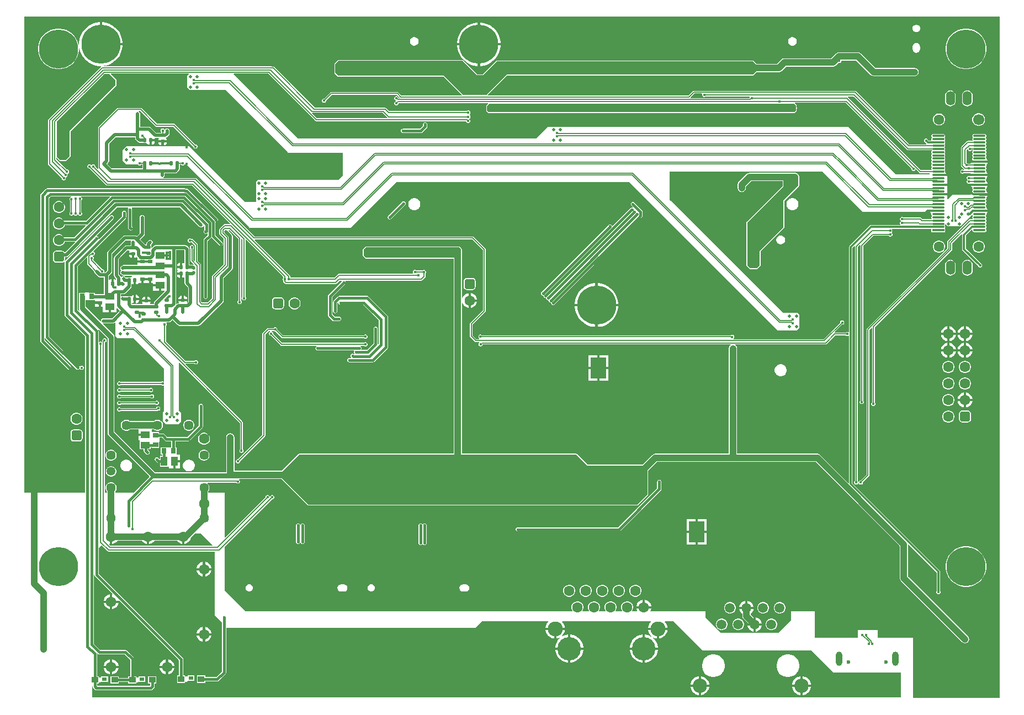
<source format=gbl>
G04*
G04 #@! TF.GenerationSoftware,Altium Limited,Altium Designer,25.2.1 (25)*
G04*
G04 Layer_Physical_Order=4*
G04 Layer_Color=16711680*
%FSLAX44Y44*%
%MOMM*%
G71*
G04*
G04 #@! TF.SameCoordinates,A23D3B39-E9B1-4969-97C3-F5C5B3B73B29*
G04*
G04*
G04 #@! TF.FilePolarity,Positive*
G04*
G01*
G75*
%ADD10C,0.3000*%
%ADD11C,0.5000*%
%ADD15C,0.2000*%
G04:AMPARAMS|DCode=26|XSize=0.6mm|YSize=0.5mm|CornerRadius=0.05mm|HoleSize=0mm|Usage=FLASHONLY|Rotation=180.000|XOffset=0mm|YOffset=0mm|HoleType=Round|Shape=RoundedRectangle|*
%AMROUNDEDRECTD26*
21,1,0.6000,0.4000,0,0,180.0*
21,1,0.5000,0.5000,0,0,180.0*
1,1,0.1000,-0.2500,0.2000*
1,1,0.1000,0.2500,0.2000*
1,1,0.1000,0.2500,-0.2000*
1,1,0.1000,-0.2500,-0.2000*
%
%ADD26ROUNDEDRECTD26*%
G04:AMPARAMS|DCode=33|XSize=0.5mm|YSize=0.6mm|CornerRadius=0.05mm|HoleSize=0mm|Usage=FLASHONLY|Rotation=0.000|XOffset=0mm|YOffset=0mm|HoleType=Round|Shape=RoundedRectangle|*
%AMROUNDEDRECTD33*
21,1,0.5000,0.5000,0,0,0.0*
21,1,0.4000,0.6000,0,0,0.0*
1,1,0.1000,0.2000,-0.2500*
1,1,0.1000,-0.2000,-0.2500*
1,1,0.1000,-0.2000,0.2500*
1,1,0.1000,0.2000,0.2500*
%
%ADD33ROUNDEDRECTD33*%
%ADD34R,1.4000X1.0000*%
%ADD35R,1.0000X1.4000*%
G04:AMPARAMS|DCode=36|XSize=0.5mm|YSize=0.6mm|CornerRadius=0.05mm|HoleSize=0mm|Usage=FLASHONLY|Rotation=90.000|XOffset=0mm|YOffset=0mm|HoleType=Round|Shape=RoundedRectangle|*
%AMROUNDEDRECTD36*
21,1,0.5000,0.5000,0,0,90.0*
21,1,0.4000,0.6000,0,0,90.0*
1,1,0.1000,0.2500,0.2000*
1,1,0.1000,0.2500,-0.2000*
1,1,0.1000,-0.2500,-0.2000*
1,1,0.1000,-0.2500,0.2000*
%
%ADD36ROUNDEDRECTD36*%
%ADD40R,0.8000X0.5000*%
%ADD140C,1.6000*%
%ADD142C,2.3000*%
%ADD144C,1.7000*%
%ADD150C,1.4500*%
%ADD158C,0.1421*%
%ADD164R,2.4000X3.2000*%
%ADD165C,0.4000*%
%ADD166C,1.0000*%
%ADD168C,0.8000*%
%ADD169C,1.5000*%
%ADD170C,2.2000*%
%ADD171O,1.4000X2.2000*%
G04:AMPARAMS|DCode=172|XSize=1.6mm|YSize=1.6mm|CornerRadius=0.4mm|HoleSize=0mm|Usage=FLASHONLY|Rotation=90.000|XOffset=0mm|YOffset=0mm|HoleType=Round|Shape=RoundedRectangle|*
%AMROUNDEDRECTD172*
21,1,1.6000,0.8000,0,0,90.0*
21,1,0.8000,1.6000,0,0,90.0*
1,1,0.8000,0.4000,0.4000*
1,1,0.8000,0.4000,-0.4000*
1,1,0.8000,-0.4000,-0.4000*
1,1,0.8000,-0.4000,0.4000*
%
%ADD172ROUNDEDRECTD172*%
%ADD173C,6.0000*%
%ADD174C,1.3500*%
G04:AMPARAMS|DCode=175|XSize=1.6mm|YSize=1.6mm|CornerRadius=0.4mm|HoleSize=0mm|Usage=FLASHONLY|Rotation=180.000|XOffset=0mm|YOffset=0mm|HoleType=Round|Shape=RoundedRectangle|*
%AMROUNDEDRECTD175*
21,1,1.6000,0.8000,0,0,180.0*
21,1,0.8000,1.6000,0,0,180.0*
1,1,0.8000,-0.4000,0.4000*
1,1,0.8000,0.4000,0.4000*
1,1,0.8000,0.4000,-0.4000*
1,1,0.8000,-0.4000,-0.4000*
%
%ADD175ROUNDEDRECTD175*%
%ADD176C,3.6000*%
%ADD177O,1.0000X2.2000*%
%ADD178O,1.0000X1.6000*%
%ADD179C,0.6000*%
%ADD180C,0.4000*%
%ADD181C,0.5000*%
%ADD182C,0.7000*%
%ADD183O,1.9000X0.3000*%
%ADD184R,1.9000X0.3000*%
%ADD185R,0.8000X0.8500*%
%ADD186R,0.8500X0.8000*%
%ADD187R,1.0000X0.9000*%
%ADD188R,0.8000X0.6000*%
G36*
X1497955Y2260D02*
X1365000D01*
Y95000D01*
X1310750D01*
Y106750D01*
X1281000D01*
Y95000D01*
X1215000D01*
Y135000D01*
X1178000D01*
Y121000D01*
X1159000Y102000D01*
X1071000D01*
X1047000Y126000D01*
Y135000D01*
X962776D01*
X962276Y135866D01*
X962966Y137061D01*
X963687Y139750D01*
X940813D01*
X941534Y137061D01*
X942224Y135866D01*
X941724Y135000D01*
X934620D01*
X934298Y136000D01*
X935423Y137949D01*
X936050Y140289D01*
Y142711D01*
X935423Y145051D01*
X934212Y147149D01*
X932499Y148862D01*
X930401Y150073D01*
X928061Y150700D01*
X925639D01*
X923299Y150073D01*
X921201Y148862D01*
X919488Y147149D01*
X918277Y145051D01*
X917650Y142711D01*
Y140289D01*
X918277Y137949D01*
X919402Y136000D01*
X919080Y135000D01*
X909220D01*
X908898Y136000D01*
X910023Y137949D01*
X910650Y140289D01*
Y142711D01*
X910023Y145051D01*
X908812Y147149D01*
X907099Y148862D01*
X905001Y150073D01*
X902661Y150700D01*
X900239D01*
X897899Y150073D01*
X895801Y148862D01*
X894088Y147149D01*
X892877Y145051D01*
X892250Y142711D01*
Y140289D01*
X892877Y137949D01*
X894002Y136000D01*
X893680Y135000D01*
X883820D01*
X883498Y136000D01*
X884623Y137949D01*
X885250Y140289D01*
Y142711D01*
X884623Y145051D01*
X883412Y147149D01*
X881699Y148862D01*
X879601Y150073D01*
X877261Y150700D01*
X874839D01*
X872499Y150073D01*
X870401Y148862D01*
X868688Y147149D01*
X867477Y145051D01*
X866850Y142711D01*
Y140289D01*
X867477Y137949D01*
X868602Y136000D01*
X868280Y135000D01*
X858420D01*
X858098Y136000D01*
X859223Y137949D01*
X859850Y140289D01*
Y142711D01*
X859223Y145051D01*
X858012Y147149D01*
X856299Y148862D01*
X854201Y150073D01*
X851861Y150700D01*
X849439D01*
X847099Y150073D01*
X845001Y148862D01*
X843288Y147149D01*
X842077Y145051D01*
X841450Y142711D01*
Y140289D01*
X842077Y137949D01*
X843202Y136000D01*
X842880Y135000D01*
X341250D01*
X309500Y166750D01*
Y234578D01*
X382472Y307550D01*
X383136D01*
X384313Y308037D01*
X385213Y308937D01*
X385700Y310114D01*
Y311387D01*
X385213Y312563D01*
X384313Y313463D01*
X383136Y313950D01*
X381864D01*
X380687Y313463D01*
X379787Y312563D01*
X379375Y311568D01*
X379361Y311565D01*
X378389D01*
X378375Y311568D01*
X377963Y312563D01*
X377063Y313463D01*
X375886Y313950D01*
X374613D01*
X373437Y313463D01*
X372537Y312563D01*
X372050Y311387D01*
Y310722D01*
X310424Y249096D01*
X309500Y249479D01*
Y317500D01*
X284072D01*
Y319371D01*
X284512Y319812D01*
X285624Y321738D01*
X286200Y323887D01*
Y326113D01*
X285624Y328262D01*
X284512Y330188D01*
X283193Y331507D01*
X283554Y332507D01*
X327468D01*
X328187Y331787D01*
X329364Y331300D01*
X330636D01*
X331813Y331787D01*
X332713Y332687D01*
X333200Y333863D01*
Y335136D01*
X332713Y336313D01*
X331824Y337202D01*
X331825Y337265D01*
X332038Y338202D01*
X396961D01*
X437081Y298082D01*
X438000Y297701D01*
X942000D01*
X942918Y298081D01*
X958918Y314081D01*
X959299Y315000D01*
Y351359D01*
X972356Y364416D01*
X1215894D01*
X1344929Y235382D01*
Y186354D01*
X1345410Y183935D01*
X1346780Y181884D01*
X1417934Y110730D01*
X1417934Y110730D01*
X1440634Y88030D01*
X1442685Y86660D01*
X1445104Y86179D01*
X1447523Y86660D01*
X1449574Y88030D01*
X1450944Y90081D01*
X1451425Y92500D01*
X1450944Y94919D01*
X1449574Y96970D01*
X1426874Y119670D01*
X1426874Y119670D01*
X1357572Y188972D01*
Y237371D01*
X1358571Y237785D01*
X1401497Y194860D01*
Y166716D01*
X1401050Y165637D01*
Y164363D01*
X1401537Y163187D01*
X1402437Y162287D01*
X1403613Y161800D01*
X1404886D01*
X1406063Y162287D01*
X1406963Y163187D01*
X1407450Y164363D01*
Y165637D01*
X1407003Y166716D01*
Y196000D01*
X1406793Y197054D01*
X1406197Y197947D01*
X1272503Y331640D01*
Y692860D01*
X1275036Y695393D01*
X1275237Y695364D01*
X1276007Y694949D01*
X1276007Y335282D01*
X1275537Y334813D01*
X1275050Y333637D01*
Y332364D01*
X1275537Y331187D01*
X1276437Y330287D01*
X1277614Y329800D01*
X1278886D01*
X1280063Y330287D01*
X1280963Y331187D01*
X1281209Y331781D01*
X1282291D01*
X1282537Y331187D01*
X1283437Y330287D01*
X1284613Y329800D01*
X1285887D01*
X1287063Y330287D01*
X1287963Y331187D01*
X1288450Y332364D01*
Y333028D01*
X1297836Y342414D01*
X1298322Y343142D01*
X1298493Y344000D01*
Y567096D01*
X1301346Y569949D01*
X1302269Y569566D01*
Y456020D01*
X1301800Y455550D01*
X1301313Y454374D01*
Y453101D01*
X1301800Y451925D01*
X1302700Y451025D01*
X1303876Y450537D01*
X1305149D01*
X1306325Y451025D01*
X1307225Y451925D01*
X1307713Y453101D01*
Y454374D01*
X1307225Y455550D01*
X1306756Y456020D01*
Y570834D01*
X1424836Y688914D01*
X1425322Y689642D01*
X1425493Y690500D01*
Y699571D01*
X1439928Y714005D01*
X1440849Y713513D01*
X1440747Y713000D01*
Y691103D01*
X1440957Y690050D01*
X1441553Y689157D01*
X1465090Y665620D01*
X1465537Y664541D01*
X1466437Y663641D01*
X1467614Y663153D01*
X1468887D01*
X1470063Y663641D01*
X1470963Y664541D01*
X1471450Y665717D01*
Y666990D01*
X1470963Y668166D01*
X1470063Y669066D01*
X1468983Y669513D01*
X1446253Y692244D01*
Y711860D01*
X1455435Y721041D01*
X1456356Y720549D01*
X1456247Y720000D01*
X1456457Y718947D01*
X1457053Y718054D01*
X1457946Y717457D01*
X1459000Y717247D01*
X1475000D01*
X1476053Y717457D01*
X1476947Y718054D01*
X1477543Y718947D01*
X1477753Y720000D01*
X1477543Y721054D01*
X1476991Y721880D01*
X1476867Y722175D01*
Y722825D01*
X1476991Y723120D01*
X1477543Y723947D01*
X1477753Y725000D01*
X1477543Y726054D01*
X1476991Y726880D01*
X1476867Y727175D01*
Y727825D01*
X1476991Y728120D01*
X1477543Y728947D01*
X1477753Y730000D01*
X1477543Y731054D01*
X1476991Y731880D01*
X1476867Y732175D01*
Y732825D01*
X1476991Y733120D01*
X1477543Y733947D01*
X1477753Y735000D01*
X1477543Y736054D01*
X1476991Y736880D01*
X1476867Y737175D01*
Y737825D01*
X1476991Y738120D01*
X1477543Y738947D01*
X1477753Y740000D01*
X1477543Y741054D01*
X1476991Y741880D01*
X1476867Y742175D01*
Y742825D01*
X1476991Y743120D01*
X1477543Y743947D01*
X1477753Y745000D01*
X1477608Y745729D01*
X1478605Y746395D01*
X1479710Y748049D01*
X1479750Y748250D01*
X1467000D01*
Y751750D01*
X1479750D01*
X1479710Y751951D01*
X1478605Y753605D01*
X1477608Y754271D01*
X1477753Y755000D01*
X1477543Y756054D01*
X1476991Y756880D01*
X1476867Y757175D01*
Y757825D01*
X1476991Y758120D01*
X1477543Y758947D01*
X1477753Y760000D01*
X1477543Y761054D01*
X1476991Y761880D01*
X1476867Y762175D01*
Y762825D01*
X1476991Y763120D01*
X1477543Y763947D01*
X1477753Y765000D01*
X1477543Y766054D01*
X1476991Y766880D01*
X1476867Y767175D01*
Y767825D01*
X1476991Y768120D01*
X1477543Y768947D01*
X1477753Y770000D01*
X1477608Y770729D01*
X1478605Y771395D01*
X1479710Y773049D01*
X1479750Y773250D01*
X1467000D01*
Y776750D01*
X1479750D01*
X1479710Y776951D01*
X1478605Y778605D01*
X1477608Y779271D01*
X1477753Y780000D01*
X1477543Y781053D01*
X1476991Y781880D01*
X1476867Y782175D01*
Y782825D01*
X1476991Y783120D01*
X1477543Y783947D01*
X1477753Y785000D01*
X1477608Y785729D01*
X1478605Y786395D01*
X1479710Y788049D01*
X1479750Y788250D01*
X1454250D01*
X1454290Y788049D01*
X1455395Y786395D01*
X1456392Y785729D01*
X1456247Y785000D01*
X1456457Y783947D01*
X1457009Y783120D01*
X1457133Y782825D01*
Y782175D01*
X1457009Y781880D01*
X1456457Y781053D01*
X1456247Y780000D01*
X1456392Y779271D01*
X1455395Y778605D01*
X1454290Y776951D01*
X1453902Y775000D01*
X1453492Y774500D01*
X1425750D01*
X1418924Y767674D01*
X1418000Y768057D01*
Y806000D01*
X1416899D01*
X1416710Y806951D01*
X1415605Y808605D01*
X1414608Y809271D01*
X1414753Y810000D01*
X1414543Y811053D01*
X1413991Y811880D01*
X1413867Y812175D01*
Y812825D01*
X1413991Y813120D01*
X1414543Y813947D01*
X1414753Y815000D01*
X1414543Y816053D01*
X1413991Y816880D01*
X1413867Y817175D01*
Y817825D01*
X1413991Y818120D01*
X1414543Y818947D01*
X1414753Y820000D01*
X1414543Y821053D01*
X1413991Y821880D01*
X1413867Y822175D01*
Y822825D01*
X1413991Y823120D01*
X1414543Y823947D01*
X1414753Y825000D01*
X1414543Y826053D01*
X1413991Y826880D01*
X1413867Y827175D01*
Y827825D01*
X1413991Y828120D01*
X1414543Y828946D01*
X1414753Y830000D01*
X1414543Y831053D01*
X1413991Y831880D01*
X1413867Y832175D01*
Y832825D01*
X1413991Y833120D01*
X1414543Y833946D01*
X1414753Y835000D01*
X1414543Y836053D01*
X1413991Y836880D01*
X1413867Y837175D01*
Y837825D01*
X1413991Y838120D01*
X1414543Y838946D01*
X1414753Y840000D01*
X1414543Y841053D01*
X1413991Y841880D01*
X1413867Y842175D01*
Y842825D01*
X1413991Y843120D01*
X1414543Y843946D01*
X1414753Y845000D01*
X1414543Y846053D01*
X1413991Y846880D01*
X1413867Y847175D01*
Y847825D01*
X1413991Y848120D01*
X1414543Y848946D01*
X1414753Y850000D01*
X1414543Y851053D01*
X1413991Y851880D01*
X1413867Y852175D01*
Y852825D01*
X1413991Y853120D01*
X1414543Y853946D01*
X1414753Y855000D01*
X1414543Y856053D01*
X1413991Y856880D01*
X1413867Y857175D01*
Y857825D01*
X1413991Y858120D01*
X1414543Y858946D01*
X1414753Y860000D01*
X1414543Y861053D01*
X1413991Y861880D01*
X1413867Y862175D01*
Y862825D01*
X1413991Y863120D01*
X1414543Y863946D01*
X1414753Y865000D01*
X1414543Y866053D01*
X1413947Y866946D01*
X1413053Y867543D01*
X1412000Y867753D01*
X1396000D01*
X1394946Y867543D01*
X1394053Y866946D01*
X1393457Y866053D01*
X1393247Y865000D01*
X1393457Y863946D01*
X1394009Y863120D01*
X1394133Y862825D01*
Y862175D01*
X1394009Y861880D01*
X1393457Y861053D01*
X1393247Y860000D01*
X1393457Y858946D01*
X1393586Y858753D01*
X1393051Y857753D01*
X1388890D01*
X1388410Y858233D01*
X1387963Y859313D01*
X1387063Y860213D01*
X1385887Y860700D01*
X1384613D01*
X1383437Y860213D01*
X1382537Y859313D01*
X1382050Y858137D01*
Y856863D01*
X1382537Y855687D01*
X1383437Y854787D01*
X1384517Y854340D01*
X1385804Y853053D01*
X1385962Y852948D01*
X1385658Y851948D01*
X1359057D01*
X1277717Y933287D01*
X1277085Y933710D01*
X1276340Y933858D01*
X1028880D01*
X1028135Y933710D01*
X1027503Y933287D01*
X1020913Y926698D01*
X712949D01*
X712534Y927698D01*
X742538Y957701D01*
X1120000D01*
X1120919Y958082D01*
X1125516Y962679D01*
X1159250D01*
X1161669Y963160D01*
X1163720Y964530D01*
X1170368Y971179D01*
X1242500D01*
X1244919Y971660D01*
X1246970Y973030D01*
X1250996Y977056D01*
X1251613Y976800D01*
X1252887D01*
X1254063Y977287D01*
X1254963Y978187D01*
X1255450Y979363D01*
Y980637D01*
X1255478Y980679D01*
X1278132D01*
X1300376Y958434D01*
X1302427Y957064D01*
X1304846Y956583D01*
X1367716D01*
X1370135Y957064D01*
X1372186Y958434D01*
X1373556Y960485D01*
X1374038Y962904D01*
X1373556Y965323D01*
X1372186Y967374D01*
X1370135Y968744D01*
X1367716Y969226D01*
X1307464D01*
X1285220Y991470D01*
X1283169Y992840D01*
X1280750Y993322D01*
X1251750D01*
X1249331Y992840D01*
X1247280Y991470D01*
X1245030Y989220D01*
X1244527Y988466D01*
X1239882Y983821D01*
X1167750D01*
X1165331Y983340D01*
X1163280Y981970D01*
X1156632Y975321D01*
X1125515D01*
X1120919Y979918D01*
X1120000Y980299D01*
X727000Y980299D01*
X726082Y979918D01*
X705462Y959299D01*
X696538D01*
X674919Y980918D01*
X674000Y981299D01*
X646000D01*
X646000Y981299D01*
X484000D01*
X483082Y980918D01*
X478082Y975918D01*
X477701Y975000D01*
Y962000D01*
X478082Y961082D01*
X483082Y956081D01*
X484000Y955701D01*
X645462Y955701D01*
X673465Y927698D01*
X673051Y926698D01*
X580807D01*
X576127Y931377D01*
X575495Y931799D01*
X574750Y931948D01*
X472750D01*
X472005Y931799D01*
X471373Y931377D01*
X462196Y922200D01*
X461114D01*
X459937Y921713D01*
X459037Y920813D01*
X458550Y919637D01*
Y918363D01*
X459037Y917187D01*
X459937Y916287D01*
X461114Y915800D01*
X462387D01*
X463563Y916287D01*
X464463Y917187D01*
X464950Y918363D01*
Y919446D01*
X473557Y928052D01*
X573943D01*
X578052Y923943D01*
X577638Y922943D01*
X575950D01*
Y923137D01*
X575463Y924313D01*
X574563Y925213D01*
X573387Y925700D01*
X572113D01*
X570937Y925213D01*
X570037Y924313D01*
X569550Y923137D01*
Y921863D01*
X570037Y920687D01*
X570937Y919787D01*
X572113Y919300D01*
X572153Y918300D01*
X572113Y918200D01*
X570937Y917713D01*
X570037Y916813D01*
X569550Y915637D01*
Y914363D01*
X570037Y913187D01*
X570937Y912287D01*
X572113Y911800D01*
X573387D01*
X574563Y912287D01*
X575463Y913187D01*
X575950Y914363D01*
Y915028D01*
X576179Y915257D01*
X713006D01*
X713420Y914257D01*
X710832Y911668D01*
X710451Y910750D01*
Y904000D01*
X710832Y903082D01*
X713582Y900331D01*
X714500Y899951D01*
X1183500D01*
X1184418Y900331D01*
X1186668Y902582D01*
X1187049Y903500D01*
Y906999D01*
X1187200Y907364D01*
Y908636D01*
X1187049Y909001D01*
Y911500D01*
X1186668Y912418D01*
X1184330Y914757D01*
X1184504Y915520D01*
X1184637Y915757D01*
X1261571D01*
X1362800Y814528D01*
Y813864D01*
X1363287Y812687D01*
X1364187Y811787D01*
X1365363Y811300D01*
X1366637D01*
X1367813Y811787D01*
X1368713Y812687D01*
X1368863Y813050D01*
X1370043Y813285D01*
X1374914Y808414D01*
X1375642Y807928D01*
X1376500Y807757D01*
X1390589D01*
X1391096Y806914D01*
X1390717Y806000D01*
X1339250D01*
X1266250Y879000D01*
X805000D01*
X787000Y861000D01*
X422000Y861000D01*
X323417Y959583D01*
X323800Y960507D01*
X376071D01*
X448469Y888109D01*
X449196Y887623D01*
X450055Y887452D01*
X679800D01*
Y887113D01*
X680287Y885937D01*
X681187Y885037D01*
X682364Y884550D01*
X683637D01*
X684813Y885037D01*
X685713Y885937D01*
X686200Y887113D01*
Y888387D01*
X685713Y889563D01*
X684892Y890384D01*
X684870Y890902D01*
X684947Y891489D01*
X685063Y891537D01*
X685963Y892437D01*
X686450Y893614D01*
Y894886D01*
X685963Y896063D01*
X685063Y896963D01*
Y898037D01*
X685963Y898937D01*
X686450Y900114D01*
Y901386D01*
X685963Y902563D01*
X685063Y903463D01*
X683886Y903950D01*
X682614D01*
X681437Y903463D01*
X680968Y902993D01*
X562179D01*
X557836Y907336D01*
X557108Y907822D01*
X556250Y907993D01*
X447929D01*
X385336Y970586D01*
X384608Y971072D01*
X383750Y971243D01*
X382228D01*
X382184Y971272D01*
X381325Y971443D01*
X123734D01*
X123656Y972443D01*
X127423Y973040D01*
X132438Y974669D01*
X137136Y977063D01*
X141402Y980163D01*
X145131Y983891D01*
X148230Y988157D01*
X150624Y992855D01*
X152253Y997870D01*
X153078Y1003078D01*
Y1003965D01*
X119578D01*
Y1005715D01*
X117828D01*
Y1039215D01*
X116942D01*
X111734Y1038390D01*
X106719Y1036760D01*
X102020Y1034367D01*
X97754Y1031267D01*
X94026Y1027539D01*
X90927Y1023273D01*
X88533Y1018574D01*
X86903Y1013559D01*
X86078Y1008351D01*
Y1004925D01*
X85078Y1004846D01*
X84932Y1005771D01*
X83414Y1010441D01*
X81185Y1014817D01*
X78298Y1018790D01*
X74826Y1022263D01*
X70852Y1025149D01*
X66477Y1027379D01*
X61806Y1028896D01*
X56955Y1029665D01*
X52045D01*
X47194Y1028896D01*
X42523Y1027379D01*
X38148Y1025149D01*
X34175Y1022263D01*
X30702Y1018790D01*
X27815Y1014817D01*
X25586Y1010441D01*
X24068Y1005771D01*
X23300Y1000920D01*
Y996009D01*
X24068Y991159D01*
X25586Y986488D01*
X27815Y982112D01*
X30702Y978139D01*
X34175Y974667D01*
X38148Y971780D01*
X42523Y969550D01*
X47194Y968033D01*
X52045Y967265D01*
X56955D01*
X61806Y968033D01*
X66477Y969550D01*
X70852Y971780D01*
X74826Y974667D01*
X78298Y978139D01*
X81185Y982112D01*
X83414Y986488D01*
X84932Y991159D01*
X85700Y996009D01*
Y999074D01*
X86700Y999153D01*
X86903Y997870D01*
X88533Y992855D01*
X90927Y988157D01*
X94026Y983891D01*
X97754Y980163D01*
X102020Y977063D01*
X106719Y974669D01*
X111734Y973040D01*
X116942Y972215D01*
X119612D01*
X119726Y972052D01*
X119614Y970786D01*
X39414Y890586D01*
X38928Y889858D01*
X38757Y889000D01*
Y821750D01*
X38928Y820892D01*
X39414Y820164D01*
X59550Y800028D01*
Y799363D01*
X60037Y798187D01*
X60937Y797287D01*
X62113Y796800D01*
X63387D01*
X64563Y797287D01*
X65463Y798187D01*
X65950Y799363D01*
Y800637D01*
X65851Y800876D01*
X66453Y802035D01*
X67063Y802287D01*
X67963Y803187D01*
X68450Y804363D01*
Y805637D01*
X68351Y805876D01*
X68854Y806994D01*
X69563Y807287D01*
X70463Y808187D01*
X70950Y809363D01*
Y810637D01*
X70463Y811813D01*
X69563Y812713D01*
X68387Y813200D01*
X67222D01*
X51243Y829179D01*
Y830863D01*
X52167Y831246D01*
X56582Y826832D01*
X57500Y826451D01*
X65750D01*
X66668Y826832D01*
X72668Y832832D01*
X73049Y833750D01*
Y871712D01*
X143168Y941832D01*
X143549Y942750D01*
X143549Y950250D01*
X143168Y951169D01*
X134754Y959583D01*
X135137Y960507D01*
X254200D01*
X254583Y959583D01*
X252000Y957000D01*
Y939000D01*
X256000Y935000D01*
X311000D01*
X407000Y839000D01*
X491000D01*
Y804000D01*
X484750Y797750D01*
X360750D01*
X358000Y795000D01*
Y763454D01*
X340546D01*
X255000Y849000D01*
X159000D01*
X153000Y843000D01*
Y827000D01*
X159000Y821000D01*
X176725D01*
X177437Y820287D01*
X178613Y819800D01*
X179887D01*
X181063Y820287D01*
X181532Y820757D01*
X182928D01*
Y815023D01*
X136313D01*
X129335Y822000D01*
X131168Y823832D01*
X131985Y825056D01*
X132273Y826500D01*
Y852937D01*
X142313Y862978D01*
X172227D01*
Y861179D01*
X172227Y861179D01*
X172515Y859735D01*
X173332Y858511D01*
X176261Y855583D01*
X176261Y855582D01*
X177485Y854765D01*
X178929Y854477D01*
X183339D01*
X183475Y854274D01*
X184037Y853899D01*
X184700Y853767D01*
X188700D01*
X188881Y853803D01*
X189250Y853500D01*
Y853500D01*
X190326D01*
X190916Y852616D01*
X192239Y851732D01*
X193800Y851422D01*
X194050D01*
Y858000D01*
X195800D01*
Y859750D01*
X201878D01*
Y860500D01*
X201770Y861042D01*
X202621Y861893D01*
X203200Y861777D01*
X203200Y861777D01*
X207960D01*
X208494Y860778D01*
X207982Y860011D01*
X207672Y858450D01*
Y858200D01*
X214250D01*
X220828D01*
Y858450D01*
X220518Y860011D01*
X219820Y861056D01*
X219807Y861294D01*
X219948Y862028D01*
X220052Y862257D01*
X220989Y862882D01*
X223918Y865811D01*
X223918Y865811D01*
X224735Y867035D01*
X225023Y868479D01*
Y872500D01*
X224735Y873944D01*
X223918Y875168D01*
X222694Y875985D01*
X221657Y876191D01*
X221637Y876200D01*
X221614D01*
X221250Y876273D01*
X220886Y876200D01*
X220364D01*
X219881Y876000D01*
X219806Y875985D01*
X219743Y875943D01*
X219187Y875713D01*
X218762Y875288D01*
X218582Y875168D01*
X218462Y874988D01*
X218287Y874813D01*
X218192Y874584D01*
X218160Y874535D01*
X217032Y874647D01*
X216963Y874813D01*
X216063Y875713D01*
X214886Y876200D01*
X213613D01*
X212437Y875713D01*
X211537Y874813D01*
X211050Y873636D01*
Y872364D01*
X211537Y871187D01*
X212007Y870718D01*
Y869322D01*
X204763D01*
X196418Y877668D01*
X195194Y878485D01*
X193750Y878773D01*
X193750Y878773D01*
X179772D01*
Y899000D01*
X179485Y900444D01*
X178668Y901667D01*
X177785Y902257D01*
X178089Y903257D01*
X179571D01*
X203164Y879664D01*
X203892Y879178D01*
X204750Y879007D01*
X230821D01*
X261300Y848528D01*
Y847863D01*
X261787Y846687D01*
X262687Y845787D01*
X263864Y845300D01*
X265137D01*
X266313Y845787D01*
X267213Y846687D01*
X267700Y847863D01*
Y849137D01*
X267213Y850313D01*
X266313Y851213D01*
X265137Y851700D01*
X264472D01*
X233336Y882836D01*
X232608Y883322D01*
X231750Y883493D01*
X205679D01*
X182086Y907086D01*
X181358Y907572D01*
X180500Y907743D01*
X146250D01*
X145392Y907572D01*
X144664Y907086D01*
X115914Y878336D01*
X115428Y877608D01*
X115257Y876750D01*
Y816000D01*
X115428Y815142D01*
X114616Y814556D01*
X111200Y817972D01*
Y818636D01*
X110713Y819813D01*
X109813Y820713D01*
X108637Y821200D01*
X107364D01*
X106187Y820713D01*
X105646Y820172D01*
X105000Y819923D01*
X104354Y820172D01*
X103813Y820713D01*
X102636Y821200D01*
X101363D01*
X100187Y820713D01*
X99287Y819813D01*
X98800Y818636D01*
Y817364D01*
X99287Y816187D01*
X100187Y815287D01*
X101363Y814800D01*
X102028D01*
X127414Y789414D01*
X128142Y788928D01*
X129000Y788757D01*
X259321D01*
X317661Y730417D01*
X317278Y729493D01*
X309578D01*
X308719Y729322D01*
X307992Y728836D01*
X302014Y722858D01*
X301528Y722131D01*
X301357Y721272D01*
Y714728D01*
X301528Y713869D01*
X302014Y713142D01*
X308057Y707099D01*
Y668229D01*
X290664Y650836D01*
X290178Y650108D01*
X290007Y649250D01*
Y615705D01*
X283545Y609243D01*
X274929D01*
X273243Y610929D01*
Y667250D01*
X273072Y668108D01*
X272586Y668836D01*
X268243Y673179D01*
Y697750D01*
X268072Y698608D01*
X267586Y699336D01*
X260836Y706086D01*
X260108Y706572D01*
X259250Y706743D01*
X258032D01*
X257688Y707088D01*
X256512Y707575D01*
X255238D01*
X254062Y707088D01*
X253162Y706188D01*
X252675Y705012D01*
Y703738D01*
X253162Y702562D01*
X254062Y701662D01*
X255238Y701175D01*
X256512D01*
X257688Y701662D01*
X259001Y701577D01*
X263757Y696821D01*
Y673722D01*
X262833Y673339D01*
X261493Y674679D01*
Y691718D01*
X261963Y692187D01*
X262450Y693363D01*
Y694637D01*
X261963Y695813D01*
X261063Y696713D01*
X259887Y697200D01*
X258613D01*
X257437Y696713D01*
X256537Y695813D01*
X256050Y694637D01*
Y693363D01*
X256537Y692187D01*
X257007Y691718D01*
Y673750D01*
X257178Y672892D01*
X257664Y672164D01*
X261793Y668035D01*
X261300Y667113D01*
X260250Y667322D01*
X260250Y667322D01*
X255572D01*
Y690621D01*
X255285Y692065D01*
X254468Y693288D01*
X254468Y693289D01*
X251539Y696217D01*
X250315Y697035D01*
X248871Y697322D01*
X248871Y697322D01*
X231250D01*
X231250Y697322D01*
X231250Y697322D01*
X203447D01*
X202003Y697035D01*
X200779Y696217D01*
X197483Y692921D01*
X196483Y693335D01*
Y693903D01*
X196523Y694100D01*
Y697487D01*
X197917Y698882D01*
X198735Y700106D01*
X199023Y701550D01*
X198735Y702993D01*
X197917Y704217D01*
X196694Y705035D01*
X195250Y705322D01*
X193806Y705035D01*
X192582Y704217D01*
X190082Y701717D01*
X189265Y700493D01*
X188978Y699050D01*
X188978Y699050D01*
Y698561D01*
X187978Y698158D01*
X180235Y705900D01*
X185668Y711332D01*
X186485Y712556D01*
X186772Y714000D01*
Y739500D01*
X186485Y740944D01*
X185668Y742168D01*
X184444Y742985D01*
X183000Y743272D01*
X181556Y742985D01*
X180333Y742168D01*
X179515Y740944D01*
X179228Y739500D01*
Y715563D01*
X174872Y711207D01*
X173817Y711912D01*
X172373Y712199D01*
X172373Y712199D01*
X156127D01*
X156127Y712199D01*
X154684Y711912D01*
X153460Y711095D01*
X153460Y711095D01*
X130582Y688217D01*
X129765Y686993D01*
X129478Y685550D01*
X129478Y685550D01*
Y658112D01*
X126687Y655322D01*
X125498D01*
X124829Y656322D01*
X124950Y656613D01*
Y657887D01*
X124463Y659063D01*
X123563Y659963D01*
X122387Y660450D01*
X121722D01*
X107856Y674316D01*
Y675529D01*
X108029Y675702D01*
X108517Y676878D01*
Y678151D01*
X108029Y679327D01*
X107306Y680050D01*
X107516Y680884D01*
X107613Y681050D01*
X107636D01*
X108813Y681537D01*
X109713Y682437D01*
X110200Y683614D01*
Y684886D01*
X109713Y686063D01*
X108813Y686963D01*
X108055Y687277D01*
X107738Y688374D01*
X157557Y738193D01*
X158264Y739251D01*
X158513Y740500D01*
Y747000D01*
X158450Y747315D01*
Y747636D01*
X158327Y747934D01*
X158264Y748249D01*
X158086Y748516D01*
X157963Y748813D01*
X157736Y749040D01*
X157557Y749307D01*
X157290Y749486D01*
X157063Y749713D01*
X156766Y749836D01*
X156499Y750014D01*
X156184Y750077D01*
X155887Y750200D01*
X155565D01*
X155250Y750263D01*
X154935Y750200D01*
X154614D01*
X154317Y750077D01*
X154002Y750014D01*
X153734Y749836D01*
X153437Y749713D01*
X153210Y749486D01*
X152943Y749307D01*
X152765Y749040D01*
X152537Y748813D01*
X152414Y748516D01*
X152236Y748249D01*
X152173Y747934D01*
X152050Y747636D01*
Y747315D01*
X151987Y747000D01*
Y741851D01*
X116966Y706831D01*
X116039Y707125D01*
X115961Y707239D01*
X116013Y707500D01*
Y707750D01*
X115950Y708065D01*
Y708387D01*
X115827Y708683D01*
X115764Y708999D01*
X115586Y709266D01*
X115463Y709563D01*
X115236Y709790D01*
X115057Y710057D01*
X114790Y710236D01*
X114563Y710463D01*
X114266Y710586D01*
X113999Y710764D01*
X113684Y710827D01*
X113387Y710950D01*
X113228D01*
X112991Y711280D01*
X112836Y711972D01*
X138557Y737693D01*
X138736Y737960D01*
X138963Y738187D01*
X139086Y738484D01*
X139264Y738751D01*
X139327Y739066D01*
X139450Y739363D01*
Y739685D01*
X139513Y740000D01*
X139450Y740315D01*
Y740637D01*
X139327Y740933D01*
X139264Y741249D01*
X139086Y741516D01*
X138963Y741813D01*
X138736Y742040D01*
X138557Y742307D01*
X138290Y742486D01*
X138063Y742713D01*
X137766Y742836D01*
X137499Y743014D01*
X137183Y743077D01*
X136887Y743200D01*
X136565D01*
X136250Y743263D01*
X135935Y743200D01*
X135613D01*
X135317Y743077D01*
X135001Y743014D01*
X134734Y742836D01*
X134437Y742713D01*
X134210Y742486D01*
X133943Y742307D01*
X65208Y673572D01*
X64286Y674065D01*
X64552Y675400D01*
Y678684D01*
X66457D01*
X66457Y678684D01*
X67900Y678971D01*
X69124Y679789D01*
X144563Y755228D01*
X161521D01*
X161798Y754623D01*
X161890Y754228D01*
X161764Y754040D01*
X161537Y753813D01*
X161414Y753516D01*
X161236Y753249D01*
X161173Y752933D01*
X161050Y752636D01*
Y752315D01*
X160987Y752000D01*
Y724000D01*
X161236Y722751D01*
X161943Y721693D01*
X162943Y720693D01*
X163210Y720514D01*
X163437Y720287D01*
X163734Y720164D01*
X164001Y719986D01*
X164317Y719923D01*
X164613Y719800D01*
X164935D01*
X165250Y719737D01*
X165565Y719800D01*
X165886D01*
X166183Y719923D01*
X166499Y719986D01*
X166766Y720164D01*
X167063Y720287D01*
X167290Y720514D01*
X167557Y720693D01*
X167736Y720960D01*
X167963Y721187D01*
X168086Y721484D01*
X168264Y721751D01*
X168327Y722067D01*
X168450Y722364D01*
Y722685D01*
X168513Y723000D01*
X168450Y723315D01*
Y723636D01*
X168327Y723933D01*
X168264Y724249D01*
X168086Y724516D01*
X167963Y724813D01*
X167736Y725040D01*
X167557Y725307D01*
X167513Y725351D01*
Y752000D01*
X167450Y752315D01*
Y752636D01*
X167327Y752933D01*
X167264Y753249D01*
X167086Y753516D01*
X166963Y753813D01*
X166736Y754040D01*
X166610Y754228D01*
X166702Y754623D01*
X166979Y755228D01*
X240937D01*
X270833Y725332D01*
X272056Y724515D01*
X273500Y724228D01*
X274944Y724515D01*
X276168Y725332D01*
X276894Y726420D01*
X277445Y726403D01*
X277894Y726254D01*
Y720234D01*
X277764Y720040D01*
X277537Y719813D01*
X277414Y719516D01*
X277236Y719249D01*
X277173Y718933D01*
X277050Y718636D01*
Y718315D01*
X276987Y718000D01*
X277050Y717685D01*
Y717364D01*
X277173Y717067D01*
X277236Y716751D01*
X277414Y716484D01*
X277537Y716187D01*
X277764Y715960D01*
X277943Y715693D01*
X278210Y715514D01*
X278437Y715287D01*
X278734Y715164D01*
X279001Y714986D01*
X279317Y714923D01*
X279613Y714800D01*
X279935D01*
X280250Y714737D01*
X280565Y714800D01*
X280886D01*
X281183Y714923D01*
X281499Y714986D01*
X281766Y715164D01*
X282063Y715287D01*
X282094Y715319D01*
X282744Y715139D01*
X283094Y714849D01*
Y712458D01*
X277943Y707307D01*
X277236Y706249D01*
X276987Y705000D01*
Y618000D01*
X277050Y617685D01*
Y617364D01*
X277173Y617067D01*
X277236Y616751D01*
X277414Y616484D01*
X277537Y616187D01*
X277764Y615960D01*
X277943Y615693D01*
X278210Y615514D01*
X278437Y615287D01*
X278734Y615164D01*
X279001Y614986D01*
X279317Y614923D01*
X279613Y614800D01*
X279935D01*
X280250Y614737D01*
X280565Y614800D01*
X280886D01*
X281183Y614923D01*
X281499Y614986D01*
X281766Y615164D01*
X282063Y615287D01*
X282290Y615514D01*
X282557Y615693D01*
X282736Y615960D01*
X282963Y616187D01*
X283086Y616484D01*
X283264Y616751D01*
X283327Y617067D01*
X283450Y617364D01*
Y617685D01*
X283513Y618000D01*
Y703649D01*
X288434Y708570D01*
X288747Y708787D01*
X289754Y708632D01*
X301193Y697193D01*
X301460Y697014D01*
X301687Y696787D01*
X301984Y696664D01*
X302251Y696486D01*
X302567Y696423D01*
X302864Y696300D01*
X303185D01*
X303500Y696237D01*
X303815Y696300D01*
X304137D01*
X304433Y696423D01*
X304749Y696486D01*
X305016Y696664D01*
X305313Y696787D01*
X305540Y697014D01*
X305807Y697193D01*
X305986Y697460D01*
X306213Y697687D01*
X306336Y697984D01*
X306514Y698251D01*
X306577Y698567D01*
X306700Y698864D01*
Y699185D01*
X306763Y699500D01*
X306700Y699815D01*
Y700136D01*
X306577Y700434D01*
X306514Y700749D01*
X306336Y701016D01*
X306213Y701313D01*
X305986Y701540D01*
X305807Y701807D01*
X294820Y712795D01*
Y731943D01*
X295207Y732554D01*
X295819Y732773D01*
X296000Y732737D01*
X296315Y732800D01*
X296637D01*
X296933Y732923D01*
X297249Y732986D01*
X297516Y733164D01*
X297813Y733287D01*
X298040Y733514D01*
X298307Y733693D01*
X298486Y733960D01*
X298713Y734187D01*
X298836Y734484D01*
X299014Y734751D01*
X299077Y735067D01*
X299200Y735363D01*
Y735685D01*
X299263Y736000D01*
Y736062D01*
X299200Y736377D01*
Y736637D01*
X299101Y736877D01*
X299014Y737310D01*
X298769Y737678D01*
X298713Y737813D01*
X298610Y737916D01*
X298307Y738369D01*
X253769Y782907D01*
X252710Y783614D01*
X251462Y783863D01*
X249575D01*
X249049Y784214D01*
X247800Y784463D01*
X40096D01*
X39091Y784263D01*
X37250D01*
X36002Y784014D01*
X34943Y783307D01*
X27693Y776057D01*
X26986Y774999D01*
X26737Y773750D01*
Y550150D01*
X26986Y548901D01*
X27693Y547843D01*
X68893Y506643D01*
X69160Y506464D01*
X69387Y506237D01*
X69684Y506114D01*
X69952Y505936D01*
X70267Y505873D01*
X70564Y505750D01*
X70885D01*
X71200Y505687D01*
X71515Y505750D01*
X71837D01*
X72133Y505873D01*
X72449Y505936D01*
X72716Y506114D01*
X73013Y506237D01*
X73240Y506464D01*
X73507Y506643D01*
X73686Y506910D01*
X73913Y507137D01*
X74036Y507434D01*
X74214Y507701D01*
X74277Y508017D01*
X74400Y508313D01*
Y508635D01*
X74463Y508950D01*
X74400Y509265D01*
Y509586D01*
X74277Y509883D01*
X74214Y510199D01*
X74036Y510466D01*
X73913Y510763D01*
X73686Y510990D01*
X73507Y511257D01*
X33263Y551502D01*
Y554403D01*
X34188Y554670D01*
X34263Y554655D01*
X34943Y553637D01*
X81685Y506895D01*
X81952Y506716D01*
X82179Y506489D01*
X82476Y506366D01*
X82743Y506188D01*
X83058Y506125D01*
X83355Y506002D01*
X83677D01*
X83992Y505939D01*
X84307Y506002D01*
X84628D01*
X84925Y506125D01*
X85240Y506188D01*
X85508Y506366D01*
X85805Y506489D01*
X86032Y506716D01*
X86299Y506895D01*
X86404Y507052D01*
X87222Y507171D01*
X87624Y507002D01*
X88325Y506301D01*
X89501Y505813D01*
X90774D01*
X91950Y506301D01*
X92850Y507201D01*
X93337Y508377D01*
Y509650D01*
X92850Y510826D01*
X91950Y511726D01*
X90774Y512214D01*
X89501D01*
X88325Y511726D01*
X87744Y511146D01*
X87724Y511136D01*
X87407Y511098D01*
X86654Y511151D01*
X86506Y511214D01*
X86477Y511242D01*
X86299Y511509D01*
X40513Y557295D01*
Y769649D01*
X43001Y772137D01*
X73712D01*
X73864Y771200D01*
X72687Y770713D01*
X71787Y769813D01*
X71300Y768636D01*
Y767364D01*
X71787Y766187D01*
X72257Y765718D01*
Y748032D01*
X71787Y747563D01*
X71300Y746386D01*
Y745114D01*
X71787Y743937D01*
X72687Y743037D01*
X73864Y742550D01*
X75137D01*
X76313Y743037D01*
X77213Y743937D01*
X78287D01*
X79187Y743037D01*
X80364Y742550D01*
X81636D01*
X82813Y743037D01*
X83713Y743937D01*
X84787D01*
X85687Y743037D01*
X86863Y742550D01*
X88137D01*
X89313Y743037D01*
X90213Y743937D01*
X90700Y745114D01*
Y746386D01*
X90213Y747563D01*
X89743Y748032D01*
Y765968D01*
X90213Y766437D01*
X90700Y767614D01*
Y768886D01*
X90213Y770063D01*
X89313Y770963D01*
X88891Y771137D01*
X89090Y772137D01*
X133113D01*
X133495Y771213D01*
X96795Y734513D01*
X63383D01*
X62612Y735849D01*
X60899Y737562D01*
X58801Y738773D01*
X56461Y739400D01*
X54039D01*
X51699Y738773D01*
X49601Y737562D01*
X47888Y735849D01*
X46677Y733751D01*
X46050Y731411D01*
Y728989D01*
X46677Y726649D01*
X47888Y724551D01*
X49601Y722838D01*
X51699Y721627D01*
X54039Y721000D01*
X56461D01*
X58801Y721627D01*
X60899Y722838D01*
X62612Y724551D01*
X63823Y726649D01*
X64182Y727987D01*
X96316D01*
X96699Y727063D01*
X78748Y709113D01*
X63383D01*
X62612Y710449D01*
X60899Y712162D01*
X58801Y713373D01*
X56461Y714000D01*
X54039D01*
X51699Y713373D01*
X49601Y712162D01*
X47888Y710449D01*
X46677Y708351D01*
X46050Y706011D01*
Y703589D01*
X46677Y701249D01*
X47888Y699151D01*
X49601Y697438D01*
X51699Y696227D01*
X54039Y695600D01*
X56461D01*
X58801Y696227D01*
X60899Y697438D01*
X62612Y699151D01*
X63823Y701249D01*
X64182Y702587D01*
X79838D01*
X80216Y701941D01*
X80275Y701610D01*
X64894Y686229D01*
X63614D01*
X62999Y687149D01*
X61279Y688298D01*
X59250Y688702D01*
X51250D01*
X49221Y688298D01*
X47501Y687149D01*
X46352Y685429D01*
X45948Y683400D01*
Y675400D01*
X46352Y673371D01*
X47501Y671651D01*
X49221Y670502D01*
X51250Y670098D01*
X59250D01*
X61279Y670502D01*
X62999Y671651D01*
X63139Y671860D01*
X64081Y671470D01*
X63987Y671000D01*
Y590000D01*
X64236Y588751D01*
X64943Y587693D01*
X95237Y557399D01*
Y317500D01*
X2295D01*
X2295Y1047670D01*
X1497955D01*
X1497955Y2260D01*
D02*
G37*
G36*
X646000Y980000D02*
X674000D01*
X696000Y958000D01*
X706000D01*
X727000Y979000D01*
X1120000Y979000D01*
X1126000Y973000D01*
X1126000Y965000D01*
X1120000Y959000D01*
X742000D01*
X711000Y928000D01*
X675000D01*
X646000Y957000D01*
X484000Y957000D01*
X479000Y962000D01*
Y975000D01*
X484000Y980000D01*
X646000D01*
Y980000D01*
D02*
G37*
G36*
X1041935Y928963D02*
X1041800Y928636D01*
Y927364D01*
X1042287Y926187D01*
X1043187Y925287D01*
X1044363Y924800D01*
X1045637D01*
X1046813Y925287D01*
X1047084Y925559D01*
X1047089D01*
X1047122Y925552D01*
X1114863D01*
X1115277Y924552D01*
X1115037Y924313D01*
X1114550Y923137D01*
Y922943D01*
X1024082D01*
X1023668Y923943D01*
X1029687Y929963D01*
X1041267D01*
X1041935Y928963D01*
D02*
G37*
G36*
X1185750Y911500D02*
X1185750Y903500D01*
X1183500Y901250D01*
X714500D01*
X711750Y904000D01*
Y910750D01*
X715000Y914000D01*
X1183250D01*
X1185750Y911500D01*
D02*
G37*
G36*
X558889Y892938D02*
X558501Y891938D01*
X450984D01*
X443665Y899257D01*
X444080Y900257D01*
X551571D01*
X558889Y892938D01*
D02*
G37*
G36*
X142250Y950250D02*
Y950250D01*
X142250Y942750D01*
X71750Y872250D01*
Y833750D01*
X65750Y827750D01*
X57500D01*
X52000Y833250D01*
Y887000D01*
X125250Y960250D01*
X132250D01*
X142250Y950250D01*
D02*
G37*
G36*
X348000Y724000D02*
X503000Y724000D01*
X573000Y794000D01*
X930000D01*
X1158000Y566000D01*
X1187000Y566000D01*
X1191000Y570000D01*
X1191000Y590000D01*
X1188000Y593000D01*
X1166000Y593000D01*
X992250Y766750D01*
Y810000D01*
X1226250D01*
X1288250Y748000D01*
X1391323D01*
X1392395Y746395D01*
X1393392Y745729D01*
X1393247Y745000D01*
X1393457Y743947D01*
X1394009Y743120D01*
X1394133Y742825D01*
Y742175D01*
X1394009Y741880D01*
X1393457Y741054D01*
X1393247Y740000D01*
X1393457Y738947D01*
X1393927Y738243D01*
X1393705Y737558D01*
X1393484Y737243D01*
X1379679D01*
X1377836Y739086D01*
X1377108Y739572D01*
X1376250Y739743D01*
X1350532D01*
X1350063Y740213D01*
X1348887Y740700D01*
X1347614D01*
X1346437Y740213D01*
X1345537Y739313D01*
X1345050Y738137D01*
Y736863D01*
X1345537Y735687D01*
X1346437Y734787D01*
X1346553Y734739D01*
X1346630Y734152D01*
X1346608Y733634D01*
X1345787Y732813D01*
X1345300Y731637D01*
Y730363D01*
X1345787Y729187D01*
X1346222Y728753D01*
X1345807Y727753D01*
X1300750D01*
X1299697Y727543D01*
X1298803Y726947D01*
X1298803Y726946D01*
X1267803Y695947D01*
X1267207Y695053D01*
X1266997Y694000D01*
Y563943D01*
X1266063Y563463D01*
X1264886Y563950D01*
X1263614D01*
X1262437Y563463D01*
X1261968Y562993D01*
X1245580D01*
X1245165Y563993D01*
X1256472Y575300D01*
X1257137D01*
X1258313Y575787D01*
X1259213Y576687D01*
X1259700Y577864D01*
Y579137D01*
X1259213Y580313D01*
X1258313Y581213D01*
X1257137Y581700D01*
X1255863D01*
X1254687Y581213D01*
X1253787Y580313D01*
X1253300Y579137D01*
Y578472D01*
X1227821Y552993D01*
X1090325D01*
X1090297Y553036D01*
X1090019Y553993D01*
X1090713Y554687D01*
X1091200Y555863D01*
Y557136D01*
X1090713Y558313D01*
X1089813Y559213D01*
X1088637Y559700D01*
X1087364D01*
X1086187Y559213D01*
X1085968Y558993D01*
X704032D01*
X703563Y559463D01*
X702387Y559950D01*
X701114D01*
X699937Y559463D01*
X699037Y558563D01*
X698550Y557387D01*
Y556114D01*
X699037Y554937D01*
X699937Y554037D01*
X700044Y553993D01*
X699845Y552993D01*
X695679D01*
X689993Y558679D01*
Y575321D01*
X709336Y594664D01*
X709822Y595392D01*
X709993Y596250D01*
Y690500D01*
X709822Y691358D01*
X709336Y692086D01*
X691586Y709836D01*
X690858Y710322D01*
X690000Y710493D01*
X355679D01*
X266586Y799586D01*
X265858Y800072D01*
X265000Y800243D01*
X215890D01*
X215587Y801243D01*
X216493Y801848D01*
X217311Y803072D01*
X217598Y804516D01*
Y807477D01*
X233871D01*
X233871Y807477D01*
X235315Y807765D01*
X236539Y808582D01*
X239468Y811511D01*
X239468Y811511D01*
X240285Y812735D01*
X240572Y814179D01*
Y820757D01*
X242968D01*
X243437Y820287D01*
X244613Y819800D01*
X245887D01*
X247063Y820287D01*
X247775Y821000D01*
X251000D01*
X348000Y724000D01*
D02*
G37*
G36*
X1355873Y843623D02*
X1356505Y843201D01*
X1357250Y843052D01*
X1393909D01*
X1394001Y842915D01*
X1394053Y841946D01*
X1393457Y841053D01*
X1393247Y840000D01*
X1393457Y838946D01*
X1394009Y838120D01*
X1394133Y837825D01*
Y837175D01*
X1394009Y836880D01*
X1393457Y836053D01*
X1393247Y835000D01*
X1393457Y833946D01*
X1394009Y833120D01*
X1394133Y832825D01*
Y832175D01*
X1394009Y831880D01*
X1393457Y831053D01*
X1393247Y830000D01*
X1393457Y828946D01*
X1394009Y828120D01*
X1394133Y827825D01*
Y827175D01*
X1394009Y826880D01*
X1393457Y826053D01*
X1393247Y825000D01*
X1393457Y823947D01*
X1394009Y823120D01*
X1394133Y822825D01*
Y822175D01*
X1394009Y821880D01*
X1393457Y821053D01*
X1393247Y820000D01*
X1393457Y818947D01*
X1394009Y818120D01*
X1394133Y817825D01*
Y817175D01*
X1394009Y816880D01*
X1393457Y816053D01*
X1393247Y815000D01*
X1393457Y813947D01*
X1393927Y813243D01*
X1393705Y812558D01*
X1393484Y812243D01*
X1377429D01*
X1265586Y924086D01*
X1264888Y924552D01*
X1264871Y924633D01*
X1265055Y925552D01*
X1273943D01*
X1355873Y843623D01*
D02*
G37*
G36*
X1456719Y743554D02*
X1457009Y743120D01*
X1457133Y742825D01*
Y742175D01*
X1457009Y741880D01*
X1456457Y741054D01*
X1456247Y740000D01*
X1456457Y738947D01*
X1456927Y738243D01*
X1456705Y737558D01*
X1456484Y737243D01*
X1452500D01*
X1451642Y737073D01*
X1450914Y736586D01*
X1418464Y704136D01*
X1417978Y703408D01*
X1417807Y702550D01*
Y692755D01*
X1294664Y569612D01*
X1294178Y568884D01*
X1294007Y568026D01*
Y344929D01*
X1285278Y336200D01*
X1284613D01*
X1283437Y335713D01*
X1282537Y334813D01*
X1282291Y334219D01*
X1281209D01*
X1280963Y334813D01*
X1280493Y335282D01*
X1280493Y694321D01*
X1283554Y697381D01*
X1284475Y696889D01*
X1284433Y696676D01*
Y458708D01*
X1283963Y458239D01*
X1283476Y457062D01*
Y455789D01*
X1283963Y454613D01*
X1284863Y453713D01*
X1286039Y453226D01*
X1287312D01*
X1288489Y453713D01*
X1289389Y454613D01*
X1289876Y455789D01*
Y457062D01*
X1289389Y458239D01*
X1288919Y458708D01*
Y695747D01*
X1304679Y711507D01*
X1328059D01*
X1328529Y711037D01*
X1329705Y710550D01*
X1330978D01*
X1332154Y711037D01*
X1333054Y711937D01*
X1333542Y713113D01*
Y714387D01*
X1333054Y715563D01*
X1332154Y716463D01*
X1332724Y717199D01*
X1332963Y717437D01*
X1333450Y718614D01*
Y719886D01*
X1332963Y721063D01*
X1332778Y721247D01*
X1333193Y722247D01*
X1393300D01*
Y717300D01*
X1414700D01*
Y722700D01*
X1414700Y722700D01*
X1414700D01*
X1414379Y723700D01*
X1414543Y723947D01*
X1414753Y725000D01*
X1414543Y726054D01*
X1413991Y726880D01*
X1413867Y727175D01*
Y727825D01*
X1413991Y728120D01*
X1414482Y728854D01*
X1414746Y729018D01*
X1415502Y729248D01*
X1418750Y726000D01*
X1437750D01*
X1455545Y743795D01*
X1456719Y743554D01*
D02*
G37*
G36*
X166206Y703654D02*
X165765Y702993D01*
X165478Y701550D01*
Y696872D01*
X158800D01*
X158800Y696872D01*
X157356Y696585D01*
X156132Y695767D01*
X156132Y695767D01*
X140582Y680217D01*
X139765Y678994D01*
X139478Y677550D01*
X139478Y677550D01*
Y650550D01*
X139478Y650550D01*
X139765Y649106D01*
X140582Y647882D01*
X142726Y645739D01*
X142649Y645038D01*
X141658Y644552D01*
X141261Y644818D01*
X139700Y645128D01*
X139450D01*
Y638550D01*
X135950D01*
Y645128D01*
X135700D01*
X134139Y644818D01*
X133022Y644072D01*
X132022Y644409D01*
Y649987D01*
X135918Y653882D01*
X136735Y655106D01*
X137022Y656550D01*
X137022Y656550D01*
Y683987D01*
X157690Y704654D01*
X165672D01*
X166206Y703654D01*
D02*
G37*
G36*
X672000Y691000D02*
Y681400D01*
X671150D01*
X667750Y678000D01*
X526000D01*
X522750Y681250D01*
Y690750D01*
X526000Y694000D01*
X669000D01*
X672000Y691000D01*
D02*
G37*
G36*
X248027Y689058D02*
Y669840D01*
X247027Y669305D01*
X246261Y669818D01*
X244700Y670128D01*
X244450D01*
Y663550D01*
X242700D01*
Y661800D01*
X236622D01*
Y661050D01*
X236932Y659489D01*
X237560Y658550D01*
X236932Y657611D01*
X236622Y656050D01*
Y655300D01*
X242700D01*
Y653550D01*
X244450D01*
Y646972D01*
X244700D01*
X246261Y647282D01*
X247027Y647794D01*
X248027Y647260D01*
Y639000D01*
X248027Y639000D01*
X248315Y637556D01*
X249132Y636332D01*
X253477Y631987D01*
Y610112D01*
X252350Y608985D01*
X251569Y609505D01*
X251525Y609574D01*
X251828Y611100D01*
Y611350D01*
X245250D01*
X238672D01*
Y611100D01*
X238982Y609539D01*
X239494Y608772D01*
X238960Y607772D01*
X238700D01*
X237256Y607485D01*
X236032Y606667D01*
X235980Y606615D01*
X235361Y606818D01*
X235023Y607072D01*
Y665050D01*
Y689777D01*
X247308D01*
X248027Y689058D01*
D02*
G37*
G36*
X163494Y688327D02*
X162982Y687561D01*
X162672Y686000D01*
Y685750D01*
X169250D01*
Y684000D01*
X171000D01*
Y677922D01*
X171750D01*
X173311Y678232D01*
X174634Y679116D01*
X175033Y679155D01*
X175286Y678902D01*
X175750Y678100D01*
X175750D01*
X175750Y678100D01*
Y673850D01*
X183250D01*
Y670350D01*
X175750D01*
Y666772D01*
X154700D01*
X154700Y666772D01*
X153256Y666485D01*
X152032Y665667D01*
X150582Y664217D01*
X149765Y662993D01*
X149478Y661550D01*
X149765Y660106D01*
X150440Y659096D01*
X150484Y657923D01*
X149667Y656699D01*
X149379Y655255D01*
X149667Y653812D01*
X150484Y652588D01*
X151640Y651432D01*
X152864Y650614D01*
X154307Y650327D01*
X167202D01*
X167505Y649327D01*
X166916Y648934D01*
X166325Y648050D01*
X165250D01*
Y648050D01*
X164881Y647747D01*
X164700Y647783D01*
X160700D01*
X160037Y647651D01*
X159544Y647322D01*
X157813D01*
X156917Y648217D01*
X155694Y649035D01*
X154250Y649322D01*
X152806Y649035D01*
X151582Y648217D01*
X151403Y647949D01*
X150342Y648160D01*
X150285Y648444D01*
X149467Y649667D01*
X147022Y652113D01*
Y675987D01*
X160363Y689327D01*
X162960D01*
X163494Y688327D01*
D02*
G37*
G36*
X197000Y639000D02*
X199750D01*
Y637300D01*
X210250D01*
Y635550D01*
X212000D01*
Y627050D01*
X217108D01*
X217491Y626126D01*
X202082Y610717D01*
X201265Y609493D01*
X200977Y608050D01*
X200977Y608050D01*
Y606822D01*
X195574D01*
X195039Y607822D01*
X195518Y608539D01*
X195828Y610100D01*
Y610350D01*
X189250D01*
X182672D01*
Y610100D01*
X182982Y608539D01*
X183461Y607822D01*
X182927Y606822D01*
X167532D01*
X166801Y607611D01*
X166850Y608062D01*
X167842Y608548D01*
X168239Y608282D01*
X169800Y607971D01*
X170050D01*
Y614550D01*
Y621128D01*
X169800D01*
X168239Y620818D01*
X166916Y619934D01*
X166325Y619050D01*
X165250D01*
Y619050D01*
X164881Y618747D01*
X164700Y618783D01*
X160700D01*
X160037Y618651D01*
X159795Y618490D01*
X155510D01*
X154694Y619035D01*
X153250Y619322D01*
X151806Y619035D01*
X151367Y618742D01*
X150367Y619276D01*
Y621777D01*
X154250D01*
X154250Y621777D01*
X155694Y622065D01*
X156917Y622882D01*
X165368Y631332D01*
X165368Y631332D01*
X166185Y632556D01*
X166472Y634000D01*
Y637260D01*
X167472Y637794D01*
X168239Y637282D01*
X169800Y636972D01*
X170050D01*
Y643550D01*
X173550D01*
Y636972D01*
X173800D01*
X175361Y637282D01*
X176684Y638166D01*
X177241Y639000D01*
X181500D01*
Y645000D01*
X185000D01*
Y639000D01*
X193500D01*
Y645000D01*
X197000D01*
Y639000D01*
D02*
G37*
G36*
X98852Y678181D02*
Y668405D01*
X99023Y667547D01*
X99509Y666819D01*
X108994Y657334D01*
X108977Y657250D01*
Y657000D01*
X108977Y657000D01*
X109265Y655556D01*
X110083Y654332D01*
X115533Y648882D01*
X116756Y648064D01*
X118200Y647777D01*
X118200Y647777D01*
X124478D01*
Y621848D01*
X119872D01*
X119750Y621872D01*
X119385Y621800D01*
X118614D01*
X118250Y621872D01*
X110450D01*
Y624000D01*
X101250D01*
Y624300D01*
X95250D01*
Y624000D01*
X86050D01*
Y619062D01*
X85948Y618550D01*
X85948Y600250D01*
X86352Y598221D01*
X86945Y597334D01*
X86168Y596696D01*
X84513Y598351D01*
Y665149D01*
X97928Y678564D01*
X98852Y678181D01*
D02*
G37*
G36*
X330257Y706571D02*
Y612032D01*
X329787Y611563D01*
X329300Y610387D01*
Y609114D01*
X329787Y607937D01*
X330687Y607037D01*
X331864Y606550D01*
X333136D01*
X334313Y607037D01*
X335213Y607937D01*
X335700Y609114D01*
Y610387D01*
X335213Y611563D01*
X334743Y612032D01*
Y706670D01*
X335743Y707085D01*
X336757Y706071D01*
Y618032D01*
X336287Y617563D01*
X335800Y616386D01*
Y615113D01*
X336287Y613937D01*
X337187Y613037D01*
X338363Y612550D01*
X339637D01*
X340813Y613037D01*
X341713Y613937D01*
X342200Y615113D01*
Y616386D01*
X341713Y617563D01*
X341243Y618032D01*
Y705528D01*
X342167Y705911D01*
X399436Y648641D01*
Y647317D01*
X398967Y646848D01*
X398480Y645671D01*
Y644398D01*
X398967Y643222D01*
X399436Y642753D01*
Y641412D01*
X399607Y640554D01*
X400093Y639826D01*
X401506Y638414D01*
X402233Y637928D01*
X403092Y637757D01*
X480000D01*
X480858Y637928D01*
X481586Y638414D01*
X485929Y642757D01*
X488729D01*
X489143Y641757D01*
X468693Y621307D01*
X467986Y620249D01*
X467737Y619000D01*
Y590000D01*
X467986Y588751D01*
X468693Y587693D01*
X474693Y581693D01*
X475751Y580986D01*
X477000Y580737D01*
X485000D01*
X485315Y580800D01*
X485636D01*
X485933Y580923D01*
X486249Y580986D01*
X486516Y581164D01*
X486813Y581287D01*
X487040Y581514D01*
X487307Y581693D01*
X487486Y581960D01*
X487713Y582187D01*
X487836Y582484D01*
X488014Y582751D01*
X488077Y583067D01*
X488200Y583363D01*
Y583685D01*
X488263Y584000D01*
X488200Y584315D01*
Y584636D01*
X488077Y584934D01*
X488014Y585249D01*
X487836Y585516D01*
X487713Y585813D01*
X487486Y586040D01*
X487307Y586307D01*
X487040Y586486D01*
X486813Y586713D01*
X486516Y586836D01*
X486249Y587014D01*
X485933Y587077D01*
X485636Y587200D01*
X485315D01*
X485000Y587263D01*
X478351D01*
X474263Y591351D01*
Y617649D01*
X494307Y637693D01*
X494486Y637960D01*
X494713Y638187D01*
X494836Y638484D01*
X495014Y638751D01*
X495077Y639067D01*
X495200Y639364D01*
Y639685D01*
X495263Y640000D01*
X495200Y640315D01*
Y640637D01*
X495077Y640934D01*
X495014Y641249D01*
X494836Y641516D01*
X494713Y641813D01*
X495132Y642680D01*
X495209Y642757D01*
X611000D01*
X611858Y642928D01*
X612586Y643414D01*
X616836Y647664D01*
X617322Y648392D01*
X617493Y649250D01*
Y653718D01*
X617963Y654187D01*
X618450Y655363D01*
Y656637D01*
X617963Y657813D01*
X617063Y658713D01*
X615887Y659200D01*
X614613D01*
X613437Y658713D01*
X612968Y658243D01*
X603532D01*
X603063Y658713D01*
X601887Y659200D01*
X600614D01*
X599437Y658713D01*
X598537Y657813D01*
X598050Y656637D01*
Y655363D01*
X598537Y654187D01*
X598067Y653243D01*
X485000D01*
X484142Y653072D01*
X483414Y652586D01*
X478071Y647243D01*
X410282D01*
X410243Y647282D01*
Y649250D01*
X410072Y650108D01*
X409586Y650836D01*
X355415Y705007D01*
X355830Y706007D01*
X689071D01*
X705507Y689571D01*
Y597179D01*
X686164Y577836D01*
X685678Y577108D01*
X685507Y576250D01*
Y557750D01*
X685678Y556892D01*
X686164Y556164D01*
X693164Y549164D01*
X693892Y548678D01*
X694750Y548507D01*
X699675D01*
X699703Y548464D01*
X699982Y547507D01*
X699287Y546813D01*
X698800Y545636D01*
Y544364D01*
X699287Y543187D01*
X700187Y542287D01*
X701364Y541800D01*
X702636D01*
X703813Y542287D01*
X704713Y543187D01*
X705200Y544364D01*
Y544757D01*
X1085405D01*
X1085708Y543757D01*
X1084530Y542970D01*
X1083160Y540919D01*
X1082679Y538500D01*
Y377059D01*
X969737D01*
X967318Y376578D01*
X965267Y375207D01*
X950359Y360299D01*
X866538D01*
X849918Y376918D01*
X849000Y377299D01*
X673322D01*
Y608522D01*
X674322Y608653D01*
X674534Y607861D01*
X676048Y605239D01*
X678189Y603098D01*
X680811Y601584D01*
X683500Y600863D01*
Y612300D01*
Y623737D01*
X680811Y623016D01*
X678189Y621502D01*
X676048Y619361D01*
X674534Y616739D01*
X674322Y615947D01*
X673322Y616078D01*
Y681000D01*
Y686000D01*
X673299Y686114D01*
Y691000D01*
X672918Y691918D01*
X669918Y694918D01*
X669000Y695299D01*
X526000D01*
X525082Y694918D01*
X521832Y691668D01*
X521451Y690750D01*
Y681250D01*
X521832Y680331D01*
X525082Y677082D01*
X526000Y676701D01*
X660679D01*
Y377299D01*
X424000D01*
X423082Y376918D01*
X397008Y350845D01*
X324322D01*
Y402250D01*
X323840Y404669D01*
X322470Y406720D01*
X320419Y408090D01*
X318000Y408571D01*
X315581Y408090D01*
X313530Y406720D01*
X312160Y404669D01*
X311679Y402250D01*
Y348802D01*
X202696D01*
X140552Y410946D01*
Y556250D01*
X140148Y558279D01*
X138999Y559999D01*
X122676Y576322D01*
X123168Y577244D01*
X123250Y577228D01*
X138250D01*
X138250Y577228D01*
X139694Y577515D01*
X140918Y578332D01*
X141326Y578741D01*
X142250Y578358D01*
Y557000D01*
X145000Y554250D01*
X170000D01*
X216750Y507500D01*
Y488332D01*
X215750Y487842D01*
X214886Y488200D01*
X213613D01*
X212437Y487713D01*
X211968Y487243D01*
X150032D01*
X149563Y487713D01*
X148386Y488200D01*
X147114D01*
X145937Y487713D01*
X145037Y486813D01*
X144550Y485636D01*
Y484364D01*
X145037Y483187D01*
X145937Y482287D01*
X147114Y481800D01*
X148386D01*
X149563Y482287D01*
X150032Y482757D01*
X211968D01*
X212437Y482287D01*
X213613Y481800D01*
X214886D01*
X215750Y482158D01*
X216750Y481668D01*
Y442750D01*
X214500Y440500D01*
X214500Y427500D01*
X219750Y422250D01*
X238250D01*
X242250Y426250D01*
Y440250D01*
X239500Y443000D01*
X239500Y516521D01*
X240424Y516904D01*
X333007Y424321D01*
Y384032D01*
X332537Y383563D01*
X332050Y382387D01*
Y381114D01*
X332537Y379937D01*
X333437Y379037D01*
X334613Y378550D01*
X335887D01*
X337063Y379037D01*
X337963Y379937D01*
X338450Y381114D01*
Y382387D01*
X337963Y383563D01*
X337493Y384032D01*
Y425250D01*
X337322Y426108D01*
X336836Y426836D01*
X249339Y514333D01*
X249722Y515257D01*
X262968D01*
X263437Y514787D01*
X264613Y514300D01*
X265886D01*
X267063Y514787D01*
X267963Y515687D01*
X268450Y516864D01*
Y518136D01*
X267963Y519313D01*
X267063Y520213D01*
X265886Y520700D01*
X264613D01*
X263437Y520213D01*
X262968Y519743D01*
X249179D01*
X219743Y549179D01*
Y573468D01*
X220213Y573937D01*
X220700Y575113D01*
Y576386D01*
X220213Y577563D01*
X220149Y577626D01*
X220564Y578626D01*
X224098D01*
X224099Y578626D01*
X225542Y578913D01*
X226766Y579731D01*
X229500Y582465D01*
X237632Y574333D01*
X237632Y574332D01*
X238856Y573515D01*
X240300Y573228D01*
X269250D01*
X269250Y573228D01*
X270694Y573515D01*
X271918Y574332D01*
X306917Y609332D01*
X306918Y609332D01*
X307735Y610556D01*
X308022Y612000D01*
Y646437D01*
X320918Y659332D01*
X320918Y659332D01*
X321735Y660556D01*
X322023Y662000D01*
X322023Y662000D01*
Y711250D01*
X321735Y712694D01*
X320918Y713918D01*
X320918Y713918D01*
X315688Y719147D01*
X316047Y720202D01*
X316559Y720269D01*
X330257Y706571D01*
D02*
G37*
G36*
X110450Y613100D02*
X110750Y612224D01*
Y610750D01*
X118250D01*
Y609000D01*
X120000D01*
Y603000D01*
X122750D01*
Y594050D01*
X131500D01*
Y602550D01*
X135000D01*
Y594050D01*
X143750D01*
Y600301D01*
X144750Y600715D01*
X148690Y596775D01*
X136687Y584772D01*
X123250D01*
X121806Y584485D01*
X120583Y583668D01*
X119765Y582444D01*
X119478Y581000D01*
X119494Y580918D01*
X118572Y580426D01*
X96552Y602446D01*
X96552Y612800D01*
X101250D01*
Y613100D01*
X110450D01*
D02*
G37*
G36*
X1262437Y558037D02*
X1263614Y557550D01*
X1264886D01*
X1266063Y558037D01*
X1266997Y557557D01*
Y332499D01*
X1266073Y332117D01*
X1222983Y375207D01*
X1220932Y376578D01*
X1218513Y377059D01*
X1095322D01*
Y538500D01*
X1094840Y540919D01*
X1093470Y542970D01*
X1092292Y543757D01*
X1092596Y544757D01*
X1231250D01*
X1232108Y544928D01*
X1232836Y545414D01*
X1245929Y558507D01*
X1261968D01*
X1262437Y558037D01*
D02*
G37*
G36*
X129948Y554054D02*
Y408750D01*
X130352Y406721D01*
X131501Y405001D01*
X194444Y342058D01*
X169886Y317500D01*
X141572D01*
Y319371D01*
X142012Y319812D01*
X143124Y321738D01*
X143700Y323887D01*
Y326113D01*
X143124Y328262D01*
X142012Y330188D01*
X140438Y331762D01*
X138512Y332874D01*
X136362Y333450D01*
X134138D01*
X131988Y332874D01*
X130062Y331762D01*
X128488Y330188D01*
X127376Y328262D01*
X126800Y326113D01*
Y323887D01*
X127376Y321738D01*
X128488Y319812D01*
X128929Y319371D01*
Y317500D01*
X125743D01*
Y548050D01*
X125886D01*
X127063Y548537D01*
X127963Y549437D01*
X128450Y550614D01*
Y551886D01*
X127963Y553063D01*
X127063Y553963D01*
X125886Y554450D01*
X124614D01*
X123437Y553963D01*
X122537Y553063D01*
X122050Y551886D01*
Y550801D01*
X121914Y550664D01*
X121428Y549937D01*
X121328Y549435D01*
X120575Y548886D01*
X120257Y548797D01*
X119887Y548950D01*
X118614D01*
X117437Y548463D01*
X117263Y548288D01*
X116263Y548702D01*
Y565250D01*
X116014Y566499D01*
X115864Y566724D01*
X116640Y567362D01*
X129948Y554054D01*
D02*
G37*
G36*
X866000Y359000D02*
X958000D01*
Y315000D01*
X942000Y299000D01*
X438000D01*
X397000Y340000D01*
Y349000D01*
X424000Y376000D01*
X849000D01*
X866000Y359000D01*
D02*
G37*
G36*
X291083Y236917D02*
X290700Y235993D01*
X133929Y235993D01*
X131989Y237933D01*
X132507Y238829D01*
X133500Y238563D01*
Y250000D01*
X137000D01*
Y238563D01*
X139689Y239284D01*
X142311Y240798D01*
X144452Y242939D01*
X144879Y243679D01*
X182421D01*
X182848Y242939D01*
X184989Y240798D01*
X187611Y239284D01*
X190300Y238563D01*
Y250000D01*
X193800D01*
Y238563D01*
X196489Y239284D01*
X199111Y240798D01*
X201252Y242939D01*
X201679Y243679D01*
X236421D01*
X236848Y242939D01*
X238989Y240798D01*
X241611Y239284D01*
X244300Y238563D01*
Y250000D01*
X247800D01*
Y238563D01*
X250489Y239284D01*
X253111Y240798D01*
X255252Y242939D01*
X256766Y245561D01*
X257550Y248486D01*
Y248860D01*
X263690Y255000D01*
X273000D01*
X291083Y236917D01*
D02*
G37*
G36*
X129914Y227664D02*
X130642Y227178D01*
X131500Y227007D01*
X294000D01*
Y129000D01*
X305237Y117763D01*
Y42852D01*
X296649Y34263D01*
X279450D01*
Y36700D01*
X267050D01*
Y25300D01*
X279450D01*
Y27737D01*
X298000D01*
X299249Y27986D01*
X300307Y28693D01*
X310807Y39193D01*
X311514Y40251D01*
X311763Y41500D01*
Y109931D01*
X312687Y110313D01*
X313000Y110000D01*
X694000D01*
X704000Y120000D01*
X805360D01*
X805743Y119076D01*
X804709Y118042D01*
X803067Y115585D01*
X801936Y112855D01*
X801414Y110230D01*
X831306D01*
X830784Y112855D01*
X829653Y115585D01*
X828011Y118042D01*
X826977Y119076D01*
X827360Y120000D01*
X962840D01*
X963223Y119076D01*
X962189Y118042D01*
X960547Y115585D01*
X959417Y112855D01*
X958894Y110230D01*
X973840D01*
X988786D01*
X988264Y112855D01*
X987133Y115585D01*
X985491Y118042D01*
X984457Y119076D01*
X984840Y120000D01*
X998000D01*
X1043000Y75000D01*
X1209000D01*
X1243000Y41000D01*
X1347000D01*
Y3414D01*
X1346000Y3000D01*
X106000D01*
Y19813D01*
X106987Y19843D01*
X107236Y18595D01*
X107943Y17536D01*
X110286Y15193D01*
X111345Y14486D01*
X112593Y14237D01*
X196279D01*
X197528Y14486D01*
X198586Y15193D01*
X200929Y17536D01*
X201637Y18595D01*
X201885Y19843D01*
Y24300D01*
X204450D01*
Y35700D01*
X192050D01*
Y24300D01*
X195360D01*
Y21195D01*
X194928Y20763D01*
X113945D01*
X113513Y21195D01*
Y24300D01*
X116450D01*
Y26000D01*
X119250D01*
Y26817D01*
X120050Y27300D01*
X120250Y27300D01*
X130450D01*
Y35700D01*
X120050D01*
Y34483D01*
X119250Y34000D01*
X119050Y34000D01*
X116450D01*
Y35700D01*
X113513D01*
Y69750D01*
X113433Y70153D01*
X114354Y70646D01*
X114807Y70193D01*
X115865Y69486D01*
X117114Y69237D01*
X156149D01*
X164487Y60898D01*
Y35700D01*
X161550D01*
Y33263D01*
X146950D01*
Y35700D01*
X134550D01*
Y24300D01*
X146950D01*
Y26737D01*
X161550D01*
Y24300D01*
X173950D01*
Y26000D01*
X176750D01*
Y26817D01*
X177550Y27300D01*
X177750Y27300D01*
X187950D01*
Y35700D01*
X177550D01*
Y34483D01*
X176750Y34000D01*
X176550Y34000D01*
X173950D01*
Y35700D01*
X171013D01*
Y62250D01*
X170764Y63499D01*
X170057Y64557D01*
X159807Y74807D01*
X158749Y75514D01*
X157500Y75763D01*
X118466D01*
X108763Y85465D01*
Y191024D01*
X109763Y191122D01*
X109986Y190001D01*
X110693Y188943D01*
X137272Y162364D01*
X137000Y161893D01*
Y151750D01*
X147143D01*
X147614Y152022D01*
X239487Y60149D01*
Y36700D01*
X236550D01*
Y25300D01*
X248950D01*
Y27000D01*
X251750D01*
Y27817D01*
X252550Y28300D01*
X252750Y28300D01*
X262950D01*
Y36700D01*
X252550D01*
Y35483D01*
X251750Y35000D01*
X251550Y35000D01*
X248950D01*
Y36700D01*
X246013D01*
Y61500D01*
X245764Y62749D01*
X245057Y63807D01*
X116263Y192601D01*
Y232263D01*
X120789Y236789D01*
X129914Y227664D01*
D02*
G37*
%LPC*%
G36*
X1371384Y1035700D02*
X1369116D01*
X1367021Y1034832D01*
X1365418Y1033229D01*
X1364550Y1031134D01*
Y1028866D01*
X1365418Y1026771D01*
X1367021Y1025168D01*
X1369116Y1024300D01*
X1371384D01*
X1373479Y1025168D01*
X1375082Y1026771D01*
X1375950Y1028866D01*
Y1031134D01*
X1375082Y1033229D01*
X1373479Y1034832D01*
X1371384Y1035700D01*
D02*
G37*
G36*
X122215Y1039215D02*
X121328D01*
Y1007465D01*
X153078D01*
Y1008351D01*
X152253Y1013559D01*
X150624Y1018574D01*
X148230Y1023273D01*
X145131Y1027539D01*
X141402Y1031267D01*
X137136Y1034367D01*
X132438Y1036760D01*
X127423Y1038390D01*
X122215Y1039215D01*
D02*
G37*
G36*
X702010Y1038967D02*
X701123D01*
Y1007217D01*
X732873D01*
Y1008104D01*
X732048Y1013312D01*
X730419Y1018327D01*
X728025Y1023025D01*
X724926Y1027291D01*
X721197Y1031020D01*
X716931Y1034119D01*
X712233Y1036513D01*
X707218Y1038142D01*
X702010Y1038967D01*
D02*
G37*
G36*
X697623D02*
X696737D01*
X691529Y1038142D01*
X686514Y1036513D01*
X681816Y1034119D01*
X677550Y1031020D01*
X673821Y1027291D01*
X670722Y1023025D01*
X668328Y1018327D01*
X666698Y1013312D01*
X665873Y1008104D01*
Y1007217D01*
X697623D01*
Y1038967D01*
D02*
G37*
G36*
X1181132Y1016700D02*
X1179368D01*
X1177664Y1016243D01*
X1176136Y1015361D01*
X1174889Y1014114D01*
X1174007Y1012586D01*
X1173550Y1010882D01*
Y1009118D01*
X1174007Y1007414D01*
X1174889Y1005886D01*
X1176136Y1004639D01*
X1177664Y1003757D01*
X1179368Y1003300D01*
X1181132D01*
X1182836Y1003757D01*
X1184364Y1004639D01*
X1185611Y1005886D01*
X1186493Y1007414D01*
X1186950Y1009118D01*
Y1010882D01*
X1186493Y1012586D01*
X1185611Y1014114D01*
X1184364Y1015361D01*
X1182836Y1016243D01*
X1181132Y1016700D01*
D02*
G37*
G36*
X601132D02*
X599368D01*
X597664Y1016243D01*
X596136Y1015361D01*
X594889Y1014114D01*
X594007Y1012586D01*
X593550Y1010882D01*
Y1009118D01*
X594007Y1007414D01*
X594889Y1005886D01*
X596136Y1004639D01*
X597664Y1003757D01*
X599368Y1003300D01*
X601132D01*
X602836Y1003757D01*
X604364Y1004639D01*
X605611Y1005886D01*
X606493Y1007414D01*
X606950Y1009118D01*
Y1010882D01*
X606493Y1012586D01*
X605611Y1014114D01*
X604364Y1015361D01*
X602836Y1016243D01*
X601132Y1016700D01*
D02*
G37*
G36*
X1370250Y1007562D02*
X1368026Y1007119D01*
X1366140Y1005860D01*
X1364881Y1003974D01*
X1364438Y1001750D01*
Y998250D01*
X1364881Y996026D01*
X1366140Y994140D01*
X1368026Y992881D01*
X1370250Y992438D01*
X1372474Y992881D01*
X1374359Y994140D01*
X1375619Y996026D01*
X1376062Y998250D01*
Y1001750D01*
X1375619Y1003974D01*
X1374359Y1005860D01*
X1372474Y1007119D01*
X1370250Y1007562D01*
D02*
G37*
G36*
X732873Y1003717D02*
X701123D01*
Y971967D01*
X702010D01*
X707218Y972792D01*
X712233Y974422D01*
X716931Y976815D01*
X721197Y979915D01*
X724926Y983643D01*
X728025Y987909D01*
X730419Y992608D01*
X732048Y997623D01*
X732873Y1002831D01*
Y1003717D01*
D02*
G37*
G36*
X697623D02*
X665873D01*
Y1002831D01*
X666698Y997623D01*
X668328Y992608D01*
X670722Y987909D01*
X673821Y983643D01*
X677550Y979915D01*
X681816Y976815D01*
X686514Y974422D01*
X691529Y972792D01*
X696737Y971967D01*
X697623D01*
Y1003717D01*
D02*
G37*
G36*
X1448956Y1029665D02*
X1444044D01*
X1439194Y1028896D01*
X1434523Y1027379D01*
X1430148Y1025149D01*
X1426175Y1022263D01*
X1422702Y1018790D01*
X1419815Y1014817D01*
X1417586Y1010441D01*
X1416068Y1005771D01*
X1415300Y1000920D01*
Y996009D01*
X1416068Y991159D01*
X1417586Y986488D01*
X1419815Y982112D01*
X1422702Y978139D01*
X1426175Y974667D01*
X1430148Y971780D01*
X1434523Y969550D01*
X1439194Y968033D01*
X1444044Y967265D01*
X1448956D01*
X1453806Y968033D01*
X1458477Y969550D01*
X1462852Y971780D01*
X1466826Y974667D01*
X1470298Y978139D01*
X1473185Y982112D01*
X1475414Y986488D01*
X1476932Y991159D01*
X1477700Y996009D01*
Y1000920D01*
X1476932Y1005771D01*
X1475414Y1010441D01*
X1473185Y1014817D01*
X1470298Y1018790D01*
X1466826Y1022263D01*
X1462852Y1025149D01*
X1458477Y1027379D01*
X1453806Y1028896D01*
X1448956Y1029665D01*
D02*
G37*
G36*
X1448500Y934771D02*
X1446359Y934489D01*
X1444365Y933663D01*
X1442652Y932348D01*
X1441337Y930635D01*
X1440511Y928641D01*
X1440229Y926500D01*
Y918500D01*
X1440511Y916359D01*
X1441337Y914365D01*
X1442652Y912652D01*
X1444365Y911337D01*
X1446359Y910511D01*
X1448500Y910229D01*
X1450641Y910511D01*
X1452635Y911337D01*
X1454348Y912652D01*
X1455663Y914365D01*
X1456489Y916359D01*
X1456771Y918500D01*
Y926500D01*
X1456489Y928641D01*
X1455663Y930635D01*
X1454348Y932348D01*
X1452635Y933663D01*
X1450641Y934489D01*
X1448500Y934771D01*
D02*
G37*
G36*
X1422500D02*
X1420359Y934489D01*
X1418365Y933663D01*
X1416652Y932348D01*
X1415337Y930635D01*
X1414511Y928641D01*
X1414229Y926500D01*
Y918500D01*
X1414511Y916359D01*
X1415337Y914365D01*
X1416652Y912652D01*
X1418365Y911337D01*
X1420359Y910511D01*
X1422500Y910229D01*
X1424641Y910511D01*
X1426635Y911337D01*
X1428348Y912652D01*
X1429663Y914365D01*
X1430489Y916359D01*
X1430771Y918500D01*
Y926500D01*
X1430489Y928641D01*
X1429663Y930635D01*
X1428348Y932348D01*
X1426635Y933663D01*
X1424641Y934489D01*
X1422500Y934771D01*
D02*
G37*
G36*
X1406211Y899200D02*
X1403789D01*
X1401449Y898573D01*
X1399351Y897362D01*
X1397638Y895649D01*
X1396427Y893551D01*
X1395800Y891211D01*
Y888789D01*
X1396427Y886449D01*
X1397638Y884351D01*
X1399351Y882638D01*
X1401449Y881427D01*
X1403789Y880800D01*
X1406211D01*
X1408551Y881427D01*
X1410649Y882638D01*
X1412362Y884351D01*
X1413573Y886449D01*
X1414200Y888789D01*
Y891211D01*
X1413573Y893551D01*
X1412362Y895649D01*
X1410649Y897362D01*
X1408551Y898573D01*
X1406211Y899200D01*
D02*
G37*
G36*
X1467277Y899700D02*
X1464723D01*
X1462256Y899039D01*
X1460044Y897762D01*
X1458238Y895956D01*
X1456961Y893744D01*
X1456300Y891277D01*
Y888723D01*
X1456961Y886256D01*
X1458238Y884044D01*
X1460044Y882238D01*
X1462256Y880961D01*
X1464723Y880300D01*
X1467277D01*
X1469744Y880961D01*
X1471956Y882238D01*
X1473762Y884044D01*
X1475039Y886256D01*
X1475700Y888723D01*
Y891277D01*
X1475039Y893744D01*
X1473762Y895956D01*
X1471956Y897762D01*
X1469744Y899039D01*
X1467277Y899700D01*
D02*
G37*
G36*
X616987Y885763D02*
X616672Y885700D01*
X616351D01*
X616054Y885577D01*
X615739Y885514D01*
X615472Y885336D01*
X615175Y885213D01*
X614947Y884986D01*
X614680Y884807D01*
X614502Y884540D01*
X614274Y884313D01*
X614151Y884016D01*
X613973Y883748D01*
X613910Y883433D01*
X613787Y883137D01*
Y882815D01*
X613725Y882500D01*
Y880589D01*
X608899Y875763D01*
X582750D01*
X582435Y875700D01*
X582113D01*
X581817Y875577D01*
X581502Y875514D01*
X581234Y875336D01*
X580937Y875213D01*
X580710Y874986D01*
X580443Y874807D01*
X580264Y874540D01*
X580037Y874313D01*
X579914Y874016D01*
X579736Y873749D01*
X579673Y873434D01*
X579550Y873137D01*
Y872815D01*
X579487Y872500D01*
X579550Y872185D01*
Y871863D01*
X579673Y871567D01*
X579736Y871251D01*
X579914Y870984D01*
X580037Y870687D01*
X580264Y870460D01*
X580443Y870193D01*
X580710Y870014D01*
X580937Y869787D01*
X581234Y869664D01*
X581502Y869486D01*
X581817Y869423D01*
X582113Y869300D01*
X582435D01*
X582750Y869237D01*
X610250D01*
X611499Y869486D01*
X612557Y870193D01*
X619294Y876930D01*
X620002Y877989D01*
X620250Y879237D01*
Y882500D01*
X620187Y882815D01*
Y883137D01*
X620064Y883433D01*
X620002Y883748D01*
X619823Y884016D01*
X619700Y884313D01*
X619473Y884540D01*
X619294Y884807D01*
X619027Y884986D01*
X618800Y885213D01*
X618503Y885336D01*
X618236Y885514D01*
X617921Y885577D01*
X617624Y885700D01*
X617303D01*
X616987Y885763D01*
D02*
G37*
G36*
X201878Y856250D02*
X197550D01*
Y851422D01*
X197800D01*
X199361Y851732D01*
X200684Y852616D01*
X201568Y853939D01*
X201878Y855500D01*
Y856250D01*
D02*
G37*
G36*
X220828Y854700D02*
X216000D01*
Y850372D01*
X216750D01*
X218311Y850682D01*
X219634Y851566D01*
X220518Y852889D01*
X220828Y854450D01*
Y854700D01*
D02*
G37*
G36*
X212500D02*
X207672D01*
Y854450D01*
X207982Y852889D01*
X208866Y851566D01*
X210189Y850682D01*
X211750Y850372D01*
X212500D01*
Y854700D01*
D02*
G37*
G36*
X1475000Y867753D02*
X1459000D01*
X1457946Y867543D01*
X1457053Y866946D01*
X1456457Y866053D01*
X1456247Y865000D01*
X1456457Y863946D01*
X1457009Y863120D01*
X1457133Y862825D01*
Y862175D01*
X1457009Y861880D01*
X1456457Y861053D01*
X1456247Y860000D01*
X1456457Y858946D01*
X1456927Y858243D01*
X1456705Y857558D01*
X1456484Y857243D01*
X1449250D01*
X1448392Y857072D01*
X1447664Y856586D01*
X1439414Y848336D01*
X1438928Y847608D01*
X1438757Y846750D01*
Y819250D01*
X1438928Y818392D01*
X1439414Y817664D01*
X1443188Y813890D01*
X1442622Y813042D01*
X1441637Y813450D01*
X1440363D01*
X1439187Y812963D01*
X1438287Y812063D01*
X1437800Y810887D01*
Y809613D01*
X1438287Y808437D01*
X1439187Y807537D01*
X1440363Y807050D01*
X1441637D01*
X1442813Y807537D01*
X1443032Y807757D01*
X1453717D01*
X1454252Y806757D01*
X1454250Y806750D01*
X1479750D01*
X1479710Y806951D01*
X1478605Y808605D01*
X1477608Y809271D01*
X1477753Y810000D01*
X1477543Y811053D01*
X1476991Y811880D01*
X1476867Y812175D01*
Y812825D01*
X1476991Y813120D01*
X1477543Y813947D01*
X1477753Y815000D01*
X1477543Y816053D01*
X1476991Y816880D01*
X1476867Y817175D01*
Y817825D01*
X1476991Y818120D01*
X1477543Y818947D01*
X1477753Y820000D01*
X1477608Y820729D01*
X1478605Y821395D01*
X1479710Y823049D01*
X1479750Y823250D01*
X1454250D01*
X1454252Y823243D01*
X1453717Y822243D01*
X1449782D01*
X1449313Y822713D01*
X1448137Y823200D01*
X1447472D01*
X1447243Y823429D01*
Y842821D01*
X1448384Y843962D01*
X1449564Y843727D01*
X1449787Y843187D01*
X1450687Y842287D01*
X1451864Y841800D01*
X1453136D01*
X1454313Y842287D01*
X1454782Y842757D01*
X1456484D01*
X1456705Y842442D01*
X1456927Y841757D01*
X1456457Y841053D01*
X1456247Y840000D01*
X1456457Y838946D01*
X1457009Y838120D01*
X1457133Y837825D01*
Y837175D01*
X1457009Y836880D01*
X1456457Y836053D01*
X1456247Y835000D01*
X1456457Y833946D01*
X1457009Y833120D01*
X1457133Y832825D01*
Y832175D01*
X1457009Y831880D01*
X1456457Y831053D01*
X1456247Y830000D01*
X1456392Y829271D01*
X1455395Y828605D01*
X1454290Y826951D01*
X1454250Y826750D01*
X1479750D01*
X1479710Y826951D01*
X1478605Y828605D01*
X1477608Y829271D01*
X1477753Y830000D01*
X1477543Y831053D01*
X1476991Y831880D01*
X1476867Y832175D01*
Y832825D01*
X1476991Y833120D01*
X1477543Y833946D01*
X1477753Y835000D01*
X1477543Y836053D01*
X1476991Y836880D01*
X1476867Y837175D01*
Y837825D01*
X1476991Y838120D01*
X1477543Y838946D01*
X1477753Y840000D01*
X1477543Y841053D01*
X1476991Y841880D01*
X1476867Y842175D01*
Y842825D01*
X1476991Y843120D01*
X1477543Y843946D01*
X1477753Y845000D01*
X1477543Y846053D01*
X1476991Y846880D01*
X1476867Y847175D01*
Y847825D01*
X1476991Y848120D01*
X1477543Y848946D01*
X1477753Y850000D01*
X1477543Y851053D01*
X1476991Y851880D01*
X1476867Y852175D01*
Y852825D01*
X1476991Y853120D01*
X1477543Y853946D01*
X1477753Y855000D01*
X1477543Y856053D01*
X1476991Y856880D01*
X1476867Y857175D01*
Y857825D01*
X1476991Y858120D01*
X1477543Y858946D01*
X1477753Y860000D01*
X1477543Y861053D01*
X1476991Y861880D01*
X1476867Y862175D01*
Y862825D01*
X1476991Y863120D01*
X1477543Y863946D01*
X1477753Y865000D01*
X1477543Y866053D01*
X1476947Y866946D01*
X1476053Y867543D01*
X1475000Y867753D01*
D02*
G37*
G36*
X1451637Y803450D02*
X1450363D01*
X1449187Y802963D01*
X1448287Y802063D01*
X1447800Y800887D01*
Y799613D01*
X1448287Y798437D01*
X1449100Y797625D01*
X1448287Y796813D01*
X1447800Y795637D01*
Y794363D01*
X1448287Y793187D01*
X1449187Y792287D01*
X1450363Y791800D01*
X1451637D01*
X1452813Y792287D01*
X1452833Y792308D01*
X1453458Y792232D01*
X1453790Y791750D01*
X1479750D01*
X1479710Y791951D01*
X1478605Y793605D01*
X1477608Y794271D01*
X1477753Y795000D01*
X1477543Y796053D01*
X1476991Y796880D01*
X1476867Y797175D01*
Y797825D01*
X1476991Y798120D01*
X1477543Y798947D01*
X1477753Y800000D01*
X1477608Y800729D01*
X1478605Y801395D01*
X1479710Y803049D01*
X1479750Y803250D01*
X1453575D01*
X1453352Y802926D01*
X1452914Y802861D01*
X1452813Y802963D01*
X1451637Y803450D01*
D02*
G37*
G36*
X56461Y764800D02*
X54039D01*
X51699Y764173D01*
X49601Y762962D01*
X47888Y761249D01*
X46677Y759151D01*
X46050Y756811D01*
Y754389D01*
X46677Y752049D01*
X47888Y749951D01*
X49601Y748238D01*
X51699Y747027D01*
X54039Y746400D01*
X56461D01*
X58801Y747027D01*
X60899Y748238D01*
X62612Y749951D01*
X63823Y752049D01*
X64450Y754389D01*
Y756811D01*
X63823Y759151D01*
X62612Y761249D01*
X60899Y762962D01*
X58801Y764173D01*
X56461Y764800D01*
D02*
G37*
G36*
X1467211Y704200D02*
X1464789D01*
X1462449Y703573D01*
X1460351Y702362D01*
X1458638Y700649D01*
X1457427Y698551D01*
X1456800Y696211D01*
Y693789D01*
X1457427Y691449D01*
X1458638Y689351D01*
X1460351Y687638D01*
X1462449Y686427D01*
X1464789Y685800D01*
X1467211D01*
X1469551Y686427D01*
X1471649Y687638D01*
X1473362Y689351D01*
X1474573Y691449D01*
X1475200Y693789D01*
Y696211D01*
X1474573Y698551D01*
X1473362Y700649D01*
X1471649Y702362D01*
X1469551Y703573D01*
X1467211Y704200D01*
D02*
G37*
G36*
X1448500Y674771D02*
X1446359Y674489D01*
X1444365Y673663D01*
X1442652Y672348D01*
X1441337Y670635D01*
X1440511Y668641D01*
X1440229Y666500D01*
Y658500D01*
X1440511Y656359D01*
X1441337Y654365D01*
X1442652Y652652D01*
X1444365Y651337D01*
X1446359Y650511D01*
X1448500Y650229D01*
X1450641Y650511D01*
X1452635Y651337D01*
X1454348Y652652D01*
X1455663Y654365D01*
X1456489Y656359D01*
X1456771Y658500D01*
Y666500D01*
X1456489Y668641D01*
X1455663Y670635D01*
X1454348Y672348D01*
X1452635Y673663D01*
X1450641Y674489D01*
X1448500Y674771D01*
D02*
G37*
G36*
X1422500D02*
X1420359Y674489D01*
X1418365Y673663D01*
X1416652Y672348D01*
X1415337Y670635D01*
X1414511Y668641D01*
X1414229Y666500D01*
Y658500D01*
X1414511Y656359D01*
X1415337Y654365D01*
X1416652Y652652D01*
X1418365Y651337D01*
X1420359Y650511D01*
X1422500Y650229D01*
X1424641Y650511D01*
X1426635Y651337D01*
X1428348Y652652D01*
X1429663Y654365D01*
X1430489Y656359D01*
X1430771Y658500D01*
Y666500D01*
X1430489Y668641D01*
X1429663Y670635D01*
X1428348Y672348D01*
X1426635Y673663D01*
X1424641Y674489D01*
X1422500Y674771D01*
D02*
G37*
G36*
X1421250Y572637D02*
Y562950D01*
X1430937D01*
X1430216Y565639D01*
X1428702Y568261D01*
X1426561Y570402D01*
X1423939Y571916D01*
X1421250Y572637D01*
D02*
G37*
G36*
X1417750Y572637D02*
X1415061Y571916D01*
X1412439Y570402D01*
X1410298Y568261D01*
X1408784Y565639D01*
X1408063Y562950D01*
X1417750D01*
Y572637D01*
D02*
G37*
G36*
X1446650Y572637D02*
Y562950D01*
X1456337D01*
X1455616Y565639D01*
X1454102Y568261D01*
X1451961Y570402D01*
X1449339Y571916D01*
X1446650Y572637D01*
D02*
G37*
G36*
X1443150Y572637D02*
X1440461Y571916D01*
X1437839Y570402D01*
X1435698Y568261D01*
X1434184Y565639D01*
X1433463Y562950D01*
X1443150D01*
Y572637D01*
D02*
G37*
G36*
Y559450D02*
X1433463D01*
X1434184Y556761D01*
X1435698Y554139D01*
X1437839Y551998D01*
X1440461Y550484D01*
X1443150Y549763D01*
Y559450D01*
D02*
G37*
G36*
X1417750Y559450D02*
X1408063D01*
X1408784Y556761D01*
X1410298Y554139D01*
X1412439Y551998D01*
X1415061Y550484D01*
X1417750Y549763D01*
Y559450D01*
D02*
G37*
G36*
X1430937D02*
X1421250D01*
Y549763D01*
X1423939Y550484D01*
X1426561Y551998D01*
X1428702Y554139D01*
X1430216Y556761D01*
X1430937Y559450D01*
D02*
G37*
G36*
X1456337Y559450D02*
X1446650D01*
Y549763D01*
X1449339Y550484D01*
X1451961Y551998D01*
X1454102Y554139D01*
X1455616Y556761D01*
X1456337Y559450D01*
D02*
G37*
G36*
X1421250Y547237D02*
Y537550D01*
X1430937D01*
X1430216Y540239D01*
X1428702Y542861D01*
X1426561Y545002D01*
X1423939Y546516D01*
X1421250Y547237D01*
D02*
G37*
G36*
X1417750Y547237D02*
X1415061Y546516D01*
X1412439Y545002D01*
X1410298Y542861D01*
X1408784Y540239D01*
X1408063Y537550D01*
X1417750D01*
Y547237D01*
D02*
G37*
G36*
X1446650Y547237D02*
Y537550D01*
X1456337D01*
X1455616Y540239D01*
X1454102Y542861D01*
X1451961Y545002D01*
X1449339Y546516D01*
X1446650Y547237D01*
D02*
G37*
G36*
X1443150D02*
X1440461Y546516D01*
X1437839Y545002D01*
X1435698Y542861D01*
X1434184Y540239D01*
X1433463Y537550D01*
X1443150D01*
Y547237D01*
D02*
G37*
G36*
X1417750Y534050D02*
X1408063D01*
X1408784Y531361D01*
X1410298Y528739D01*
X1412439Y526598D01*
X1415061Y525084D01*
X1417750Y524363D01*
Y534050D01*
D02*
G37*
G36*
X1456337Y534050D02*
X1446650D01*
Y524363D01*
X1449339Y525084D01*
X1451961Y526598D01*
X1454102Y528739D01*
X1455616Y531361D01*
X1456337Y534050D01*
D02*
G37*
G36*
X1443150D02*
X1433463D01*
X1434184Y531361D01*
X1435698Y528739D01*
X1437839Y526598D01*
X1440461Y525084D01*
X1443150Y524363D01*
Y534050D01*
D02*
G37*
G36*
X1430937Y534050D02*
X1421250D01*
Y524363D01*
X1423939Y525084D01*
X1426561Y526598D01*
X1428702Y528739D01*
X1430216Y531361D01*
X1430937Y534050D01*
D02*
G37*
G36*
X1446111Y519600D02*
X1443689D01*
X1441349Y518973D01*
X1439251Y517762D01*
X1437538Y516049D01*
X1436327Y513951D01*
X1435700Y511611D01*
Y509189D01*
X1436327Y506849D01*
X1437538Y504751D01*
X1439251Y503038D01*
X1441349Y501827D01*
X1443689Y501200D01*
X1446111D01*
X1448451Y501827D01*
X1450549Y503038D01*
X1452262Y504751D01*
X1453473Y506849D01*
X1454100Y509189D01*
Y511611D01*
X1453473Y513951D01*
X1452262Y516049D01*
X1450549Y517762D01*
X1448451Y518973D01*
X1446111Y519600D01*
D02*
G37*
G36*
X1420711D02*
X1418289D01*
X1415949Y518973D01*
X1413851Y517762D01*
X1412138Y516049D01*
X1410927Y513951D01*
X1410300Y511611D01*
Y509189D01*
X1410927Y506849D01*
X1412138Y504751D01*
X1413851Y503038D01*
X1415949Y501827D01*
X1418289Y501200D01*
X1420711D01*
X1423051Y501827D01*
X1425149Y503038D01*
X1426862Y504751D01*
X1428073Y506849D01*
X1428700Y509189D01*
Y511611D01*
X1428073Y513951D01*
X1426862Y516049D01*
X1425149Y517762D01*
X1423051Y518973D01*
X1420711Y519600D01*
D02*
G37*
G36*
X1446111Y494200D02*
X1443689D01*
X1441349Y493573D01*
X1439251Y492362D01*
X1437538Y490649D01*
X1436327Y488551D01*
X1435700Y486211D01*
Y483789D01*
X1436327Y481449D01*
X1437538Y479351D01*
X1439251Y477638D01*
X1441349Y476427D01*
X1443689Y475800D01*
X1446111D01*
X1448451Y476427D01*
X1450549Y477638D01*
X1452262Y479351D01*
X1453473Y481449D01*
X1454100Y483789D01*
Y486211D01*
X1453473Y488551D01*
X1452262Y490649D01*
X1450549Y492362D01*
X1448451Y493573D01*
X1446111Y494200D01*
D02*
G37*
G36*
X1420711D02*
X1418289D01*
X1415949Y493573D01*
X1413851Y492362D01*
X1412138Y490649D01*
X1410927Y488551D01*
X1410300Y486211D01*
Y483789D01*
X1410927Y481449D01*
X1412138Y479351D01*
X1413851Y477638D01*
X1415949Y476427D01*
X1418289Y475800D01*
X1420711D01*
X1423051Y476427D01*
X1425149Y477638D01*
X1426862Y479351D01*
X1428073Y481449D01*
X1428700Y483789D01*
Y486211D01*
X1428073Y488551D01*
X1426862Y490649D01*
X1425149Y492362D01*
X1423051Y493573D01*
X1420711Y494200D01*
D02*
G37*
G36*
X1446650Y471037D02*
Y461350D01*
X1456337D01*
X1455616Y464039D01*
X1454102Y466661D01*
X1451961Y468802D01*
X1449339Y470316D01*
X1446650Y471037D01*
D02*
G37*
G36*
X1443150D02*
X1440461Y470316D01*
X1437839Y468802D01*
X1435698Y466661D01*
X1434184Y464039D01*
X1433463Y461350D01*
X1443150D01*
Y471037D01*
D02*
G37*
G36*
X1420711Y468800D02*
X1418289D01*
X1415949Y468173D01*
X1413851Y466962D01*
X1412138Y465249D01*
X1410927Y463151D01*
X1410300Y460811D01*
Y458389D01*
X1410927Y456049D01*
X1412138Y453951D01*
X1413851Y452238D01*
X1415949Y451027D01*
X1418289Y450400D01*
X1420711D01*
X1423051Y451027D01*
X1425149Y452238D01*
X1426862Y453951D01*
X1428073Y456049D01*
X1428700Y458389D01*
Y460811D01*
X1428073Y463151D01*
X1426862Y465249D01*
X1425149Y466962D01*
X1423051Y468173D01*
X1420711Y468800D01*
D02*
G37*
G36*
X1456337Y457850D02*
X1446650D01*
Y448163D01*
X1449339Y448884D01*
X1451961Y450398D01*
X1454102Y452539D01*
X1455616Y455161D01*
X1456337Y457850D01*
D02*
G37*
G36*
X1443150D02*
X1433463D01*
X1434184Y455161D01*
X1435698Y452539D01*
X1437839Y450398D01*
X1440461Y448884D01*
X1443150Y448163D01*
Y457850D01*
D02*
G37*
G36*
X1420711Y443400D02*
X1418289D01*
X1415949Y442773D01*
X1413851Y441562D01*
X1412138Y439849D01*
X1410927Y437751D01*
X1410300Y435411D01*
Y432989D01*
X1410927Y430649D01*
X1412138Y428551D01*
X1413851Y426838D01*
X1415949Y425627D01*
X1418289Y425000D01*
X1420711D01*
X1423051Y425627D01*
X1425149Y426838D01*
X1426862Y428551D01*
X1428073Y430649D01*
X1428700Y432989D01*
Y435411D01*
X1428073Y437751D01*
X1426862Y439849D01*
X1425149Y441562D01*
X1423051Y442773D01*
X1420711Y443400D01*
D02*
G37*
G36*
X1448900Y443502D02*
X1440900D01*
X1438871Y443098D01*
X1437151Y441949D01*
X1436002Y440229D01*
X1435598Y438200D01*
Y430200D01*
X1436002Y428171D01*
X1437151Y426451D01*
X1438871Y425302D01*
X1440900Y424898D01*
X1448900D01*
X1450929Y425302D01*
X1452649Y426451D01*
X1453798Y428171D01*
X1454202Y430200D01*
Y438200D01*
X1453798Y440229D01*
X1452649Y441949D01*
X1450929Y443098D01*
X1448900Y443502D01*
D02*
G37*
G36*
X83461Y439900D02*
X81039D01*
X78699Y439273D01*
X76601Y438062D01*
X74888Y436349D01*
X73677Y434251D01*
X73050Y431911D01*
Y429489D01*
X73677Y427149D01*
X74888Y425051D01*
X76601Y423338D01*
X78699Y422127D01*
X81039Y421500D01*
X83461D01*
X85801Y422127D01*
X87899Y423338D01*
X89612Y425051D01*
X90823Y427149D01*
X91450Y429489D01*
Y431911D01*
X90823Y434251D01*
X89612Y436349D01*
X87899Y438062D01*
X85801Y439273D01*
X83461Y439900D01*
D02*
G37*
G36*
X86250Y414602D02*
X78250D01*
X76221Y414198D01*
X74501Y413049D01*
X73352Y411329D01*
X72948Y409300D01*
Y401300D01*
X73352Y399271D01*
X74501Y397551D01*
X76221Y396402D01*
X78250Y395998D01*
X86250D01*
X88279Y396402D01*
X89999Y397551D01*
X91148Y399271D01*
X91552Y401300D01*
Y409300D01*
X91148Y411329D01*
X89999Y413049D01*
X88279Y414198D01*
X86250Y414602D01*
D02*
G37*
G36*
X616000Y270263D02*
X615685Y270200D01*
X615364D01*
X615067Y270077D01*
X614752Y270014D01*
X614484Y269836D01*
X614187Y269713D01*
X613960Y269486D01*
X613693Y269307D01*
X613626Y269206D01*
X613391Y269105D01*
X613000Y269041D01*
X612609Y269105D01*
X612374Y269206D01*
X612307Y269307D01*
X612040Y269486D01*
X611813Y269713D01*
X611516Y269836D01*
X611249Y270014D01*
X610933Y270077D01*
X610636Y270200D01*
X610315D01*
X610000Y270263D01*
X609685Y270200D01*
X609364D01*
X609067Y270077D01*
X608751Y270014D01*
X608484Y269836D01*
X608187Y269713D01*
X607960Y269486D01*
X607693Y269307D01*
X607514Y269040D01*
X607287Y268813D01*
X607164Y268516D01*
X606986Y268249D01*
X606923Y267933D01*
X606800Y267637D01*
Y267315D01*
X606737Y267000D01*
Y240000D01*
X606800Y239685D01*
Y239363D01*
X606923Y239067D01*
X606986Y238751D01*
X607164Y238484D01*
X607287Y238187D01*
X607514Y237960D01*
X607693Y237693D01*
X607960Y237514D01*
X608187Y237287D01*
X608484Y237164D01*
X608751Y236986D01*
X609067Y236923D01*
X609364Y236800D01*
X609685D01*
X610000Y236737D01*
X610315Y236800D01*
X610636D01*
X610933Y236923D01*
X611249Y236986D01*
X611516Y237164D01*
X611813Y237287D01*
X612040Y237514D01*
X612307Y237693D01*
X612374Y237794D01*
X612609Y237895D01*
X613000Y237959D01*
X613391Y237895D01*
X613626Y237794D01*
X613693Y237693D01*
X613960Y237514D01*
X614187Y237287D01*
X614484Y237164D01*
X614752Y236986D01*
X615067Y236923D01*
X615364Y236800D01*
X615685D01*
X616000Y236737D01*
X616315Y236800D01*
X616637D01*
X616934Y236923D01*
X617249Y236986D01*
X617516Y237164D01*
X617813Y237287D01*
X618040Y237514D01*
X618307Y237693D01*
X618486Y237960D01*
X618713Y238187D01*
X618836Y238484D01*
X619014Y238751D01*
X619077Y239067D01*
X619200Y239363D01*
Y239685D01*
X619263Y240000D01*
Y267000D01*
X619200Y267315D01*
Y267637D01*
X619077Y267933D01*
X619014Y268249D01*
X618836Y268516D01*
X618713Y268813D01*
X618486Y269040D01*
X618307Y269307D01*
X618040Y269486D01*
X617813Y269713D01*
X617516Y269836D01*
X617249Y270014D01*
X616934Y270077D01*
X616637Y270200D01*
X616315D01*
X616000Y270263D01*
D02*
G37*
G36*
X429000D02*
X428685Y270200D01*
X428363D01*
X428067Y270077D01*
X427751Y270014D01*
X427484Y269836D01*
X427187Y269713D01*
X426960Y269486D01*
X426693Y269307D01*
X426514Y269040D01*
X426287Y268813D01*
X426164Y268516D01*
X426023Y268304D01*
X425596Y268249D01*
X425404D01*
X424977Y268304D01*
X424836Y268516D01*
X424713Y268813D01*
X424486Y269040D01*
X424307Y269307D01*
X424040Y269486D01*
X423813Y269713D01*
X423516Y269836D01*
X423249Y270014D01*
X422933Y270077D01*
X422636Y270200D01*
X422315D01*
X422000Y270263D01*
X421685Y270200D01*
X421363D01*
X421067Y270077D01*
X420751Y270014D01*
X420484Y269836D01*
X420187Y269713D01*
X419960Y269486D01*
X419693Y269307D01*
X419514Y269040D01*
X419287Y268813D01*
X419164Y268516D01*
X418986Y268249D01*
X418923Y267933D01*
X418800Y267637D01*
Y267315D01*
X418737Y267000D01*
Y242000D01*
X418800Y241685D01*
Y241364D01*
X418923Y241066D01*
X418986Y240751D01*
X419164Y240484D01*
X419287Y240187D01*
X419514Y239960D01*
X419693Y239693D01*
X419960Y239514D01*
X420187Y239287D01*
X420484Y239164D01*
X420751Y238986D01*
X421067Y238923D01*
X421363Y238800D01*
X421685D01*
X422000Y238737D01*
X422315Y238800D01*
X422636D01*
X422933Y238923D01*
X423249Y238986D01*
X423516Y239164D01*
X423813Y239287D01*
X424040Y239514D01*
X424307Y239693D01*
X424486Y239960D01*
X424713Y240187D01*
X424836Y240484D01*
X424977Y240696D01*
X425404Y240751D01*
X425596D01*
X426023Y240696D01*
X426164Y240484D01*
X426287Y240187D01*
X426514Y239960D01*
X426693Y239693D01*
X426960Y239514D01*
X427187Y239287D01*
X427484Y239164D01*
X427751Y238986D01*
X428067Y238923D01*
X428363Y238800D01*
X428685D01*
X429000Y238737D01*
X429315Y238800D01*
X429636D01*
X429934Y238923D01*
X430249Y238986D01*
X430516Y239164D01*
X430813Y239287D01*
X431040Y239514D01*
X431307Y239693D01*
X431486Y239960D01*
X431713Y240187D01*
X431836Y240484D01*
X432014Y240751D01*
X432077Y241066D01*
X432200Y241364D01*
Y241685D01*
X432263Y242000D01*
Y267000D01*
X432200Y267315D01*
Y267637D01*
X432077Y267933D01*
X432014Y268249D01*
X431836Y268516D01*
X431713Y268813D01*
X431486Y269040D01*
X431307Y269307D01*
X431040Y269486D01*
X430813Y269713D01*
X430516Y269836D01*
X430249Y270014D01*
X429934Y270077D01*
X429636Y270200D01*
X429315D01*
X429000Y270263D01*
D02*
G37*
G36*
X1048750Y276500D02*
X1035000D01*
Y258750D01*
X1048750D01*
Y276500D01*
D02*
G37*
G36*
X1031500D02*
X1017750D01*
Y258750D01*
X1031500D01*
Y276500D01*
D02*
G37*
G36*
X976000Y337263D02*
X975685Y337200D01*
X975363D01*
X975067Y337077D01*
X974751Y337014D01*
X974484Y336836D01*
X974187Y336713D01*
X973960Y336486D01*
X973693Y336307D01*
X973514Y336040D01*
X973287Y335813D01*
X973164Y335516D01*
X972986Y335249D01*
X972923Y334933D01*
X972800Y334636D01*
Y334315D01*
X972737Y334000D01*
Y324352D01*
X912649Y264263D01*
X759000D01*
X758685Y264200D01*
X758363D01*
X758067Y264077D01*
X757751Y264014D01*
X757484Y263836D01*
X757187Y263713D01*
X756960Y263486D01*
X756693Y263307D01*
X756514Y263040D01*
X756287Y262813D01*
X756164Y262516D01*
X755986Y262249D01*
X755923Y261933D01*
X755800Y261637D01*
Y261315D01*
X755737Y261000D01*
X755800Y260685D01*
Y260364D01*
X755923Y260067D01*
X755986Y259751D01*
X756164Y259484D01*
X756287Y259187D01*
X756514Y258960D01*
X756693Y258693D01*
X756960Y258514D01*
X757187Y258287D01*
X757484Y258164D01*
X757751Y257986D01*
X758067Y257923D01*
X758363Y257800D01*
X758685D01*
X759000Y257737D01*
X914000D01*
X915249Y257986D01*
X916307Y258693D01*
X978307Y320693D01*
X979014Y321752D01*
X979263Y323000D01*
Y334000D01*
X979200Y334315D01*
Y334636D01*
X979077Y334933D01*
X979014Y335249D01*
X978836Y335516D01*
X978713Y335813D01*
X978486Y336040D01*
X978307Y336307D01*
X978040Y336486D01*
X977813Y336713D01*
X977516Y336836D01*
X977249Y337014D01*
X976934Y337077D01*
X976637Y337200D01*
X976315D01*
X976000Y337263D01*
D02*
G37*
G36*
X1048750Y255250D02*
X1035000D01*
Y237500D01*
X1048750D01*
Y255250D01*
D02*
G37*
G36*
X1031500D02*
X1017750D01*
Y237500D01*
X1031500D01*
Y255250D01*
D02*
G37*
G36*
X1448956Y235165D02*
X1444044D01*
X1439194Y234396D01*
X1434523Y232879D01*
X1430148Y230649D01*
X1426175Y227763D01*
X1422702Y224290D01*
X1419815Y220317D01*
X1417586Y215941D01*
X1416068Y211271D01*
X1415300Y206420D01*
Y201509D01*
X1416068Y196659D01*
X1417586Y191988D01*
X1419815Y187612D01*
X1422702Y183639D01*
X1426175Y180166D01*
X1430148Y177280D01*
X1434523Y175050D01*
X1439194Y173533D01*
X1444044Y172765D01*
X1448956D01*
X1453806Y173533D01*
X1458477Y175050D01*
X1462852Y177280D01*
X1466826Y180166D01*
X1470298Y183639D01*
X1473185Y187612D01*
X1475414Y191988D01*
X1476932Y196659D01*
X1477700Y201509D01*
Y206420D01*
X1476932Y211271D01*
X1475414Y215941D01*
X1473185Y220317D01*
X1470298Y224290D01*
X1466826Y227763D01*
X1462852Y230649D01*
X1458477Y232879D01*
X1453806Y234396D01*
X1448956Y235165D01*
D02*
G37*
G36*
X679250Y176608D02*
X675050D01*
X672904Y176181D01*
X671085Y174965D01*
X669869Y173146D01*
X669442Y171000D01*
X669869Y168854D01*
X671085Y167035D01*
X672904Y165819D01*
X675050Y165392D01*
X679250D01*
X681396Y165819D01*
X683215Y167035D01*
X684431Y168854D01*
X684858Y171000D01*
X684431Y173146D01*
X683215Y174965D01*
X681396Y176181D01*
X679250Y176608D01*
D02*
G37*
G36*
X492250D02*
X488050D01*
X485904Y176181D01*
X484085Y174965D01*
X482869Y173146D01*
X482442Y171000D01*
X482869Y168854D01*
X484085Y167035D01*
X485904Y165819D01*
X488050Y165392D01*
X492250D01*
X494396Y165819D01*
X496215Y167035D01*
X497431Y168854D01*
X497858Y171000D01*
X497431Y173146D01*
X496215Y174965D01*
X494396Y176181D01*
X492250Y176608D01*
D02*
G37*
G36*
X535274Y176650D02*
X533026D01*
X530950Y175790D01*
X529360Y174200D01*
X528500Y172124D01*
Y169876D01*
X529360Y167799D01*
X530950Y166210D01*
X533026Y165350D01*
X535274D01*
X537351Y166210D01*
X538940Y167799D01*
X539800Y169876D01*
Y172124D01*
X538940Y174200D01*
X537351Y175790D01*
X535274Y176650D01*
D02*
G37*
G36*
X348274D02*
X346026D01*
X343950Y175790D01*
X342360Y174200D01*
X341500Y172124D01*
Y169876D01*
X342360Y167799D01*
X343950Y166210D01*
X346026Y165350D01*
X348274D01*
X350350Y166210D01*
X351940Y167799D01*
X352800Y169876D01*
Y172124D01*
X351940Y174200D01*
X350350Y175790D01*
X348274Y176650D01*
D02*
G37*
G36*
X940761Y176100D02*
X938339D01*
X935999Y175473D01*
X933901Y174262D01*
X932188Y172549D01*
X930977Y170451D01*
X930350Y168111D01*
Y165689D01*
X930977Y163349D01*
X932188Y161251D01*
X933901Y159538D01*
X935999Y158327D01*
X938339Y157700D01*
X940761D01*
X943101Y158327D01*
X945199Y159538D01*
X946912Y161251D01*
X948123Y163349D01*
X948750Y165689D01*
Y168111D01*
X948123Y170451D01*
X946912Y172549D01*
X945199Y174262D01*
X943101Y175473D01*
X940761Y176100D01*
D02*
G37*
G36*
X915361D02*
X912939D01*
X910599Y175473D01*
X908501Y174262D01*
X906788Y172549D01*
X905577Y170451D01*
X904950Y168111D01*
Y165689D01*
X905577Y163349D01*
X906788Y161251D01*
X908501Y159538D01*
X910599Y158327D01*
X912939Y157700D01*
X915361D01*
X917701Y158327D01*
X919799Y159538D01*
X921512Y161251D01*
X922723Y163349D01*
X923350Y165689D01*
Y168111D01*
X922723Y170451D01*
X921512Y172549D01*
X919799Y174262D01*
X917701Y175473D01*
X915361Y176100D01*
D02*
G37*
G36*
X889961D02*
X887539D01*
X885199Y175473D01*
X883101Y174262D01*
X881388Y172549D01*
X880177Y170451D01*
X879550Y168111D01*
Y165689D01*
X880177Y163349D01*
X881388Y161251D01*
X883101Y159538D01*
X885199Y158327D01*
X887539Y157700D01*
X889961D01*
X892301Y158327D01*
X894399Y159538D01*
X896112Y161251D01*
X897323Y163349D01*
X897950Y165689D01*
Y168111D01*
X897323Y170451D01*
X896112Y172549D01*
X894399Y174262D01*
X892301Y175473D01*
X889961Y176100D01*
D02*
G37*
G36*
X864561D02*
X862139D01*
X859799Y175473D01*
X857701Y174262D01*
X855988Y172549D01*
X854777Y170451D01*
X854150Y168111D01*
Y165689D01*
X854777Y163349D01*
X855988Y161251D01*
X857701Y159538D01*
X859799Y158327D01*
X862139Y157700D01*
X864561D01*
X866901Y158327D01*
X868999Y159538D01*
X870712Y161251D01*
X871923Y163349D01*
X872550Y165689D01*
Y168111D01*
X871923Y170451D01*
X870712Y172549D01*
X868999Y174262D01*
X866901Y175473D01*
X864561Y176100D01*
D02*
G37*
G36*
X839161D02*
X836739D01*
X834399Y175473D01*
X832301Y174262D01*
X830588Y172549D01*
X829377Y170451D01*
X828750Y168111D01*
Y165689D01*
X829377Y163349D01*
X830588Y161251D01*
X832301Y159538D01*
X834399Y158327D01*
X836739Y157700D01*
X839161D01*
X841501Y158327D01*
X843599Y159538D01*
X845312Y161251D01*
X846523Y163349D01*
X847150Y165689D01*
Y168111D01*
X846523Y170451D01*
X845312Y172549D01*
X843599Y174262D01*
X841501Y175473D01*
X839161Y176100D01*
D02*
G37*
G36*
X954000Y152937D02*
Y143250D01*
X963687D01*
X962966Y145939D01*
X961452Y148561D01*
X959311Y150702D01*
X956689Y152216D01*
X954000Y152937D01*
D02*
G37*
G36*
X950500D02*
X947811Y152216D01*
X945189Y150702D01*
X943048Y148561D01*
X941534Y145939D01*
X940813Y143250D01*
X950500D01*
Y152937D01*
D02*
G37*
G36*
X1111650Y151619D02*
Y142450D01*
X1120819D01*
X1120150Y144946D01*
X1118702Y147454D01*
X1116654Y149502D01*
X1114146Y150950D01*
X1111650Y151619D01*
D02*
G37*
G36*
X1108150Y151619D02*
X1105654Y150950D01*
X1103146Y149502D01*
X1101098Y147454D01*
X1099650Y144946D01*
X1098981Y142450D01*
X1108150D01*
Y151619D01*
D02*
G37*
G36*
X1161845Y149400D02*
X1159555D01*
X1157342Y148807D01*
X1155358Y147662D01*
X1153738Y146042D01*
X1152593Y144058D01*
X1152000Y141845D01*
Y139555D01*
X1152593Y137342D01*
X1152790Y137000D01*
X1153738Y135358D01*
X1155358Y133738D01*
X1157342Y132593D01*
X1159555Y132000D01*
X1161845D01*
X1164058Y132593D01*
X1166042Y133738D01*
X1167662Y135358D01*
X1168032Y136000D01*
X1168807Y137342D01*
X1169400Y139555D01*
Y141845D01*
X1168807Y144058D01*
X1167662Y146042D01*
X1166042Y147662D01*
X1164058Y148807D01*
X1161845Y149400D01*
D02*
G37*
G36*
X1085645D02*
X1083355D01*
X1081142Y148807D01*
X1079158Y147662D01*
X1077538Y146042D01*
X1076393Y144058D01*
X1075800Y141845D01*
Y139555D01*
X1076393Y137342D01*
X1076590Y137000D01*
X1077538Y135358D01*
X1079158Y133738D01*
X1081142Y132593D01*
X1083355Y132000D01*
X1085645D01*
X1087858Y132593D01*
X1089842Y133738D01*
X1091462Y135358D01*
X1091832Y136000D01*
X1092607Y137342D01*
X1093200Y139555D01*
Y141845D01*
X1092607Y144058D01*
X1091462Y146042D01*
X1089842Y147662D01*
X1087858Y148807D01*
X1085645Y149400D01*
D02*
G37*
G36*
X1136445Y149400D02*
X1134155D01*
X1131942Y148807D01*
X1129958Y147662D01*
X1128338Y146042D01*
X1127193Y144058D01*
X1126600Y141845D01*
Y139555D01*
X1127193Y137342D01*
X1127390Y137000D01*
X1128338Y135358D01*
X1129958Y133738D01*
X1131942Y132593D01*
X1134155Y132000D01*
X1136445D01*
X1138658Y132593D01*
X1140642Y133738D01*
X1142262Y135358D01*
X1143210Y137000D01*
X1143407Y137342D01*
X1144000Y139555D01*
Y141845D01*
X1143407Y144058D01*
X1142262Y146042D01*
X1140642Y147662D01*
X1138658Y148807D01*
X1136445Y149400D01*
D02*
G37*
G36*
X1124350Y126219D02*
Y117050D01*
X1133519D01*
X1132850Y119546D01*
X1131402Y122054D01*
X1129354Y124102D01*
X1126846Y125550D01*
X1124350Y126219D01*
D02*
G37*
G36*
X1120819Y138950D02*
X1109900D01*
X1098981D01*
X1099503Y137000D01*
X1099650Y136454D01*
X1101098Y133946D01*
X1103146Y131898D01*
X1103579Y131648D01*
Y128000D01*
X1104060Y125581D01*
X1105430Y123530D01*
X1111729Y117231D01*
X1111681Y117050D01*
X1120850D01*
Y126219D01*
X1120669Y126171D01*
X1116221Y130618D01*
Y131648D01*
X1116654Y131898D01*
X1118702Y133946D01*
X1120150Y136454D01*
X1120297Y137000D01*
X1120819Y138950D01*
D02*
G37*
G36*
X1149145Y124000D02*
X1146855D01*
X1144642Y123407D01*
X1142658Y122262D01*
X1141038Y120642D01*
X1139893Y118658D01*
X1139300Y116445D01*
Y114155D01*
X1139893Y111942D01*
X1141038Y109958D01*
X1142658Y108338D01*
X1144642Y107193D01*
X1146855Y106600D01*
X1149145D01*
X1151358Y107193D01*
X1153342Y108338D01*
X1154962Y109958D01*
X1156107Y111942D01*
X1156700Y114155D01*
Y116445D01*
X1156107Y118658D01*
X1154962Y120642D01*
X1153342Y122262D01*
X1151358Y123407D01*
X1149145Y124000D01*
D02*
G37*
G36*
X1098345D02*
X1096055D01*
X1093842Y123407D01*
X1091858Y122262D01*
X1090238Y120642D01*
X1089093Y118658D01*
X1088500Y116445D01*
Y114155D01*
X1089093Y111942D01*
X1090238Y109958D01*
X1091858Y108338D01*
X1093842Y107193D01*
X1096055Y106600D01*
X1098345D01*
X1100558Y107193D01*
X1102542Y108338D01*
X1104162Y109958D01*
X1105307Y111942D01*
X1105900Y114155D01*
Y116445D01*
X1105307Y118658D01*
X1104162Y120642D01*
X1102542Y122262D01*
X1100558Y123407D01*
X1098345Y124000D01*
D02*
G37*
G36*
X1072945D02*
X1070655D01*
X1068442Y123407D01*
X1066458Y122262D01*
X1064838Y120642D01*
X1063693Y118658D01*
X1063100Y116445D01*
Y114155D01*
X1063693Y111942D01*
X1064838Y109958D01*
X1066458Y108338D01*
X1068442Y107193D01*
X1070655Y106600D01*
X1072945D01*
X1075158Y107193D01*
X1077142Y108338D01*
X1078762Y109958D01*
X1079907Y111942D01*
X1080500Y114155D01*
Y116445D01*
X1079907Y118658D01*
X1078762Y120642D01*
X1077142Y122262D01*
X1075158Y123407D01*
X1072945Y124000D01*
D02*
G37*
G36*
X1133519Y113550D02*
X1124350D01*
Y104381D01*
X1126846Y105050D01*
X1129354Y106498D01*
X1131402Y108546D01*
X1132850Y111054D01*
X1133519Y113550D01*
D02*
G37*
G36*
X1120850D02*
X1111681D01*
X1112350Y111054D01*
X1113798Y108546D01*
X1115846Y106498D01*
X1118354Y105050D01*
X1120850Y104381D01*
Y113550D01*
D02*
G37*
G36*
X935547Y763611D02*
X935232Y763548D01*
X934910D01*
X934613Y763425D01*
X934298Y763363D01*
X934031Y763184D01*
X933734Y763061D01*
X933507Y762834D01*
X933240Y762655D01*
X933061Y762388D01*
X932834Y762161D01*
X932711Y761864D01*
X932533Y761597D01*
X932470Y761282D01*
X932347Y760985D01*
Y760663D01*
X932284Y760348D01*
X932347Y760033D01*
Y759712D01*
X932470Y759415D01*
X932533Y759100D01*
X932711Y758832D01*
X932834Y758536D01*
X933061Y758308D01*
X933240Y758041D01*
X935900Y755381D01*
X935394Y754580D01*
X935329Y754538D01*
X935057Y754592D01*
X934760Y754715D01*
X934439D01*
X934124Y754777D01*
X933804D01*
X933489Y754715D01*
X933487D01*
X933485Y754714D01*
X932556Y754529D01*
X931497Y753822D01*
X904667Y726992D01*
X904622Y726982D01*
X904231Y727024D01*
X903508Y727246D01*
X903434Y727357D01*
X903311Y727654D01*
X903083Y727881D01*
X902905Y728149D01*
X902638Y728327D01*
X902410Y728554D01*
X902113Y728677D01*
X901846Y728856D01*
X901531Y728919D01*
X901234Y729042D01*
X900913D01*
X900598Y729104D01*
X900283Y729042D01*
X899961D01*
X899664Y728919D01*
X899349Y728856D01*
X899082Y728677D01*
X898785Y728554D01*
X898558Y728327D01*
X898291Y728149D01*
X898113Y727882D01*
X795540Y625309D01*
X795361Y625042D01*
X795134Y624815D01*
X795011Y624518D01*
X794833Y624251D01*
X794770Y623936D01*
X794647Y623639D01*
Y623317D01*
X794584Y623002D01*
X794647Y622687D01*
Y622366D01*
X794770Y622069D01*
X794833Y621754D01*
X795011Y621487D01*
X795134Y621190D01*
X795361Y620962D01*
X795540Y620695D01*
X795807Y620517D01*
X796034Y620289D01*
X796331Y620167D01*
X796598Y619988D01*
X796913Y619925D01*
X797210Y619802D01*
X797532D01*
X797847Y619740D01*
X798531Y618945D01*
X798535Y618878D01*
Y618809D01*
X798658Y618512D01*
X798720Y618197D01*
X798899Y617929D01*
X799022Y617633D01*
X799249Y617405D01*
X799428Y617138D01*
X799695Y616960D01*
X799922Y616732D01*
X800219Y616609D01*
X800486Y616431D01*
X800801Y616368D01*
X801098Y616245D01*
X801420D01*
X801420Y616245D01*
X801831Y616071D01*
X802419Y615388D01*
X802423Y615321D01*
Y615210D01*
X802546Y614913D01*
X802609Y614598D01*
X802787Y614331D01*
X802910Y614034D01*
X803137Y613807D01*
X803316Y613540D01*
X803583Y613361D01*
X803810Y613134D01*
X804107Y613011D01*
X804374Y612832D01*
X804689Y612770D01*
X804986Y612647D01*
X805308D01*
X805623Y612584D01*
X805797Y612535D01*
X806424Y611792D01*
X806435Y611736D01*
X806558Y611439D01*
X806621Y611124D01*
X806799Y610857D01*
X806922Y610560D01*
X807149Y610332D01*
X807328Y610065D01*
X807595Y609887D01*
X807822Y609660D01*
X808119Y609537D01*
X808386Y609358D01*
X808702Y609295D01*
X808998Y609172D01*
X809171D01*
X809891Y608713D01*
X810116Y608168D01*
Y607972D01*
X810239Y607675D01*
X810302Y607360D01*
X810480Y607093D01*
X810603Y606796D01*
X810831Y606568D01*
X811009Y606301D01*
X811276Y606123D01*
X811504Y605896D01*
X811801Y605773D01*
X812068Y605594D01*
X812383Y605531D01*
X812680Y605408D01*
X813001D01*
X813316Y605346D01*
X813631Y605408D01*
X813953D01*
X814250Y605531D01*
X814565Y605594D01*
X814832Y605773D01*
X815129Y605896D01*
X815356Y606123D01*
X815623Y606301D01*
X946227Y736905D01*
X946476Y737071D01*
X949522Y740117D01*
X950230Y741176D01*
X950478Y742424D01*
Y748680D01*
X950230Y749929D01*
X949522Y750987D01*
X937854Y762655D01*
X937587Y762834D01*
X937360Y763061D01*
X937063Y763184D01*
X936796Y763363D01*
X936480Y763425D01*
X936183Y763548D01*
X935862D01*
X935547Y763611D01*
D02*
G37*
G36*
X1181461Y769200D02*
X1179039D01*
X1176699Y768573D01*
X1174601Y767362D01*
X1172888Y765649D01*
X1171677Y763551D01*
X1171050Y761211D01*
Y758789D01*
X1171677Y756449D01*
X1172888Y754351D01*
X1174601Y752638D01*
X1176699Y751427D01*
X1179039Y750800D01*
X1181461D01*
X1183801Y751427D01*
X1185899Y752638D01*
X1187612Y754351D01*
X1188823Y756449D01*
X1189450Y758789D01*
Y761211D01*
X1188823Y763551D01*
X1187612Y765649D01*
X1185899Y767362D01*
X1183801Y768573D01*
X1181461Y769200D01*
D02*
G37*
G36*
X601461D02*
X599039D01*
X596699Y768573D01*
X594601Y767362D01*
X592888Y765649D01*
X591677Y763551D01*
X591050Y761211D01*
Y758789D01*
X591677Y756449D01*
X592888Y754351D01*
X594601Y752638D01*
X596699Y751427D01*
X599039Y750800D01*
X601461D01*
X603801Y751427D01*
X605899Y752638D01*
X607612Y754351D01*
X608823Y756449D01*
X609450Y758789D01*
Y761211D01*
X608823Y763551D01*
X607612Y765649D01*
X605899Y767362D01*
X603801Y768573D01*
X601461Y769200D01*
D02*
G37*
G36*
X584000Y764513D02*
X583685Y764450D01*
X583363D01*
X583067Y764327D01*
X582752Y764264D01*
X582484Y764086D01*
X582187Y763963D01*
X581960Y763736D01*
X581693Y763557D01*
X560443Y742307D01*
X560265Y742040D01*
X560037Y741813D01*
X559914Y741516D01*
X559736Y741249D01*
X559673Y740933D01*
X559550Y740637D01*
Y740315D01*
X559487Y740000D01*
X559550Y739685D01*
Y739363D01*
X559673Y739067D01*
X559736Y738751D01*
X559914Y738484D01*
X560037Y738187D01*
X560265Y737960D01*
X560443Y737693D01*
X560710Y737514D01*
X560937Y737287D01*
X561234Y737164D01*
X561501Y736986D01*
X561817Y736923D01*
X562113Y736800D01*
X562435D01*
X562750Y736737D01*
X563065Y736800D01*
X563387D01*
X563684Y736923D01*
X563999Y736986D01*
X564266Y737164D01*
X564563Y737287D01*
X564790Y737514D01*
X565057Y737693D01*
X586307Y758943D01*
X586486Y759210D01*
X586713Y759437D01*
X586836Y759734D01*
X587014Y760001D01*
X587077Y760316D01*
X587200Y760613D01*
Y760935D01*
X587263Y761250D01*
X587200Y761565D01*
Y761887D01*
X587077Y762184D01*
X587014Y762499D01*
X586836Y762766D01*
X586713Y763063D01*
X586486Y763290D01*
X586307Y763557D01*
X586040Y763736D01*
X585813Y763963D01*
X585516Y764086D01*
X585249Y764264D01*
X584934Y764327D01*
X584637Y764450D01*
X584315D01*
X584000Y764513D01*
D02*
G37*
G36*
X1163132Y711910D02*
X1161368D01*
X1159664Y711453D01*
X1158136Y710571D01*
X1156889Y709324D01*
X1156007Y707796D01*
X1155550Y706092D01*
Y704328D01*
X1156007Y702624D01*
X1156889Y701096D01*
X1158136Y699849D01*
X1159664Y698967D01*
X1161368Y698510D01*
X1163132D01*
X1164836Y698967D01*
X1166364Y699849D01*
X1167611Y701096D01*
X1168493Y702624D01*
X1168950Y704328D01*
Y706092D01*
X1168493Y707796D01*
X1167611Y709324D01*
X1166364Y710571D01*
X1164836Y711453D01*
X1163132Y711910D01*
D02*
G37*
G36*
X1184000Y808321D02*
X1114500D01*
X1112081Y807840D01*
X1110030Y806470D01*
X1098030Y794470D01*
X1096660Y792419D01*
X1096179Y790000D01*
Y785000D01*
X1096660Y782581D01*
X1098030Y780530D01*
X1100081Y779160D01*
X1102500Y778679D01*
X1104919Y779160D01*
X1106970Y780530D01*
X1108340Y782581D01*
X1108821Y785000D01*
Y787382D01*
X1117119Y795678D01*
X1165201D01*
Y787295D01*
X1110090Y733177D01*
X1110088Y733171D01*
X1110082Y733168D01*
X1109893Y732714D01*
X1109701Y732262D01*
X1109704Y732256D01*
X1109701Y732250D01*
Y666250D01*
X1110082Y665331D01*
X1114832Y660582D01*
X1115750Y660201D01*
X1125500D01*
X1126418Y660582D01*
X1131168Y665331D01*
X1131549Y666250D01*
Y687962D01*
X1167418Y723831D01*
X1167799Y724750D01*
Y765212D01*
X1190168Y787581D01*
X1190549Y788500D01*
Y803000D01*
X1190169Y803918D01*
X1189883Y804204D01*
X1189840Y804419D01*
X1188470Y806470D01*
X1186419Y807840D01*
X1185620Y807999D01*
X1185500Y808049D01*
X1185370D01*
X1184000Y808321D01*
D02*
G37*
G36*
X882386Y638750D02*
X881500D01*
Y607000D01*
X913250D01*
Y607887D01*
X912425Y613095D01*
X910796Y618110D01*
X908402Y622808D01*
X905302Y627074D01*
X901574Y630802D01*
X897308Y633902D01*
X892610Y636296D01*
X887595Y637925D01*
X882386Y638750D01*
D02*
G37*
G36*
X878000D02*
X877113D01*
X871905Y637925D01*
X866890Y636296D01*
X862192Y633902D01*
X857926Y630802D01*
X854198Y627074D01*
X851098Y622808D01*
X848704Y618110D01*
X847075Y613095D01*
X846250Y607887D01*
Y607000D01*
X878000D01*
Y638750D01*
D02*
G37*
G36*
X913250Y603500D02*
X881500D01*
Y571750D01*
X882386D01*
X887595Y572575D01*
X892610Y574204D01*
X897308Y576598D01*
X901574Y579698D01*
X905302Y583426D01*
X908402Y587692D01*
X910796Y592391D01*
X912425Y597405D01*
X913250Y602613D01*
Y603500D01*
D02*
G37*
G36*
X878000D02*
X846250D01*
Y602613D01*
X847075Y597405D01*
X848704Y592391D01*
X851098Y587692D01*
X854198Y583426D01*
X857926Y579698D01*
X862192Y576598D01*
X866890Y574204D01*
X871905Y572575D01*
X877113Y571750D01*
X878000D01*
Y603500D01*
D02*
G37*
%LPD*%
G36*
X1189250Y803000D02*
Y788500D01*
X1166500Y765750D01*
Y724750D01*
X1130250Y688500D01*
Y666250D01*
X1125500Y661500D01*
X1115750D01*
X1111000Y666250D01*
Y732250D01*
X1166500Y786750D01*
Y806750D01*
X1185500D01*
X1189250Y803000D01*
D02*
G37*
%LPC*%
G36*
X1406211Y704200D02*
X1403789D01*
X1401449Y703573D01*
X1399351Y702362D01*
X1397638Y700649D01*
X1396427Y698551D01*
X1395800Y696211D01*
Y693789D01*
X1396427Y691449D01*
X1397638Y689351D01*
X1399351Y687638D01*
X1401449Y686427D01*
X1403789Y685800D01*
X1406211D01*
X1408551Y686427D01*
X1410649Y687638D01*
X1412362Y689351D01*
X1413573Y691449D01*
X1414200Y693789D01*
Y696211D01*
X1413573Y698551D01*
X1412362Y700649D01*
X1410649Y702362D01*
X1408551Y703573D01*
X1406211Y704200D01*
D02*
G37*
G36*
X240950Y670128D02*
X240700D01*
X239139Y669818D01*
X237816Y668934D01*
X236932Y667611D01*
X236622Y666050D01*
Y665300D01*
X240950D01*
Y670128D01*
D02*
G37*
G36*
Y651800D02*
X236622D01*
Y651050D01*
X236932Y649489D01*
X237816Y648166D01*
X239139Y647282D01*
X240700Y646972D01*
X240950D01*
Y651800D01*
D02*
G37*
G36*
X247750Y619178D02*
X247000D01*
Y614850D01*
X251828D01*
Y615100D01*
X251518Y616660D01*
X250634Y617984D01*
X249311Y618868D01*
X247750Y619178D01*
D02*
G37*
G36*
X243500D02*
X242750D01*
X241189Y618868D01*
X239866Y617984D01*
X238982Y616660D01*
X238672Y615100D01*
Y614850D01*
X243500D01*
Y619178D01*
D02*
G37*
G36*
X167500Y682250D02*
X162672D01*
Y682000D01*
X162982Y680439D01*
X163866Y679116D01*
X165189Y678232D01*
X166750Y677922D01*
X167500D01*
Y682250D01*
D02*
G37*
G36*
X208500Y633800D02*
X199750D01*
Y627050D01*
X208500D01*
Y633800D01*
D02*
G37*
G36*
X173800Y621128D02*
X173550D01*
Y616300D01*
X177878D01*
Y617050D01*
X177568Y618611D01*
X176684Y619934D01*
X175361Y620818D01*
X173800Y621128D01*
D02*
G37*
G36*
X191750Y618178D02*
X191000D01*
Y613850D01*
X195828D01*
Y614100D01*
X195518Y615661D01*
X194634Y616984D01*
X193311Y617868D01*
X191750Y618178D01*
D02*
G37*
G36*
X187500D02*
X186750D01*
X185189Y617868D01*
X183866Y616984D01*
X182982Y615661D01*
X182672Y614100D01*
Y613850D01*
X187500D01*
Y618178D01*
D02*
G37*
G36*
X177878Y612800D02*
X173550D01*
Y607971D01*
X173800D01*
X175361Y608282D01*
X176684Y609166D01*
X177568Y610489D01*
X177878Y612050D01*
Y612800D01*
D02*
G37*
G36*
X689250Y647002D02*
X681250D01*
X679221Y646598D01*
X677501Y645449D01*
X676352Y643729D01*
X675948Y641700D01*
Y633700D01*
X676352Y631671D01*
X677501Y629951D01*
X679221Y628802D01*
X681250Y628398D01*
X689250D01*
X691279Y628802D01*
X692999Y629951D01*
X694148Y631671D01*
X694552Y633700D01*
Y641700D01*
X694148Y643729D01*
X692999Y645449D01*
X691279Y646598D01*
X689250Y647002D01*
D02*
G37*
G36*
X687000Y623737D02*
Y614050D01*
X696687D01*
X695966Y616739D01*
X694452Y619361D01*
X692311Y621502D01*
X689689Y623016D01*
X687000Y623737D01*
D02*
G37*
G36*
X696687Y610550D02*
X687000D01*
Y600863D01*
X689689Y601584D01*
X692311Y603098D01*
X694452Y605239D01*
X695966Y607861D01*
X696687Y610550D01*
D02*
G37*
G36*
X417911Y617200D02*
X415489D01*
X413149Y616573D01*
X411051Y615362D01*
X409338Y613649D01*
X408127Y611551D01*
X407500Y609211D01*
Y606789D01*
X408127Y604449D01*
X409338Y602351D01*
X411051Y600638D01*
X413149Y599427D01*
X415489Y598800D01*
X417911D01*
X420251Y599427D01*
X422349Y600638D01*
X424062Y602351D01*
X425273Y604449D01*
X425900Y606789D01*
Y609211D01*
X425273Y611551D01*
X424062Y613649D01*
X422349Y615362D01*
X420251Y616573D01*
X417911Y617200D01*
D02*
G37*
G36*
X395300Y617302D02*
X387300D01*
X385271Y616898D01*
X383551Y615749D01*
X382402Y614029D01*
X381998Y612000D01*
Y604000D01*
X382402Y601971D01*
X383551Y600251D01*
X385271Y599102D01*
X387300Y598698D01*
X395300D01*
X397329Y599102D01*
X399049Y600251D01*
X400198Y601971D01*
X400602Y604000D01*
Y612000D01*
X400198Y614029D01*
X399049Y615749D01*
X397329Y616898D01*
X395300Y617302D01*
D02*
G37*
G36*
X528000Y619263D02*
X485000D01*
X483751Y619014D01*
X482693Y618307D01*
X476693Y612307D01*
X475986Y611249D01*
X475737Y610000D01*
Y596000D01*
X475800Y595685D01*
Y595364D01*
X475923Y595067D01*
X475986Y594751D01*
X476164Y594484D01*
X476287Y594187D01*
X476514Y593960D01*
X476693Y593693D01*
X476960Y593514D01*
X477187Y593287D01*
X477484Y593164D01*
X477751Y592986D01*
X478067Y592923D01*
X478363Y592800D01*
X478685D01*
X479000Y592737D01*
X479315Y592800D01*
X479636D01*
X479934Y592923D01*
X480249Y592986D01*
X480516Y593164D01*
X480813Y593287D01*
X481040Y593514D01*
X481307Y593693D01*
X481486Y593960D01*
X481713Y594187D01*
X481836Y594484D01*
X482014Y594751D01*
X482077Y595067D01*
X482200Y595364D01*
Y595685D01*
X482263Y596000D01*
Y608376D01*
X482877Y608926D01*
X483064Y608877D01*
X483800Y608479D01*
Y608363D01*
X483923Y608067D01*
X483986Y607751D01*
X484164Y607484D01*
X484287Y607187D01*
X484514Y606960D01*
X484693Y606693D01*
X484960Y606514D01*
X485187Y606287D01*
X485484Y606164D01*
X485751Y605986D01*
X486067Y605923D01*
X486363Y605800D01*
X486685D01*
X487000Y605737D01*
X521649D01*
X545737Y581649D01*
Y545625D01*
X545277Y545162D01*
X545186Y545106D01*
X544263Y545618D01*
Y569000D01*
X544200Y569315D01*
Y569636D01*
X544077Y569934D01*
X544014Y570249D01*
X543836Y570516D01*
X543713Y570813D01*
X543486Y571040D01*
X543307Y571307D01*
X543040Y571486D01*
X542813Y571713D01*
X542516Y571836D01*
X542249Y572014D01*
X541934Y572077D01*
X541637Y572200D01*
X541315D01*
X541000Y572263D01*
X540685Y572200D01*
X540364D01*
X540067Y572077D01*
X539751Y572014D01*
X539484Y571836D01*
X539187Y571713D01*
X538960Y571486D01*
X538693Y571307D01*
X538514Y571040D01*
X538287Y570813D01*
X538164Y570516D01*
X537986Y570249D01*
X537923Y569934D01*
X537800Y569636D01*
Y569315D01*
X537737Y569000D01*
Y546352D01*
X527649Y536263D01*
X519222D01*
X519182Y536300D01*
X518713Y537187D01*
X518836Y537484D01*
X519014Y537751D01*
X519077Y538066D01*
X519200Y538363D01*
Y538685D01*
X519263Y539000D01*
X519200Y539315D01*
Y539636D01*
X519077Y539933D01*
X519014Y540249D01*
X518836Y540516D01*
X518713Y540813D01*
X518486Y541040D01*
X518307Y541307D01*
X518040Y541486D01*
X517813Y541713D01*
X517902Y542681D01*
X517937Y542757D01*
X522968D01*
X523437Y542287D01*
X524613Y541800D01*
X525887D01*
X527063Y542287D01*
X527963Y543187D01*
X528450Y544364D01*
Y545636D01*
X527963Y546813D01*
X527063Y547713D01*
X525887Y548200D01*
X524613D01*
X523437Y547713D01*
X522968Y547243D01*
X397929D01*
X383700Y561472D01*
Y562136D01*
X383213Y563313D01*
X382313Y564213D01*
X381603Y564507D01*
X381802Y565507D01*
X384718D01*
X385187Y565037D01*
X386363Y564550D01*
X387028D01*
X396414Y555164D01*
X397142Y554678D01*
X398000Y554507D01*
X522968D01*
X523437Y554037D01*
X524613Y553550D01*
X525887D01*
X527063Y554037D01*
X527963Y554937D01*
X528450Y556114D01*
Y557387D01*
X527963Y558563D01*
X527063Y559463D01*
X525887Y559950D01*
X524613D01*
X523437Y559463D01*
X522968Y558993D01*
X398929D01*
X390200Y567722D01*
Y568386D01*
X389713Y569563D01*
X388813Y570463D01*
X387636Y570950D01*
X386363D01*
X385187Y570463D01*
X384718Y569993D01*
X376500D01*
X375642Y569822D01*
X374914Y569336D01*
X367914Y562336D01*
X367428Y561608D01*
X367257Y560750D01*
Y406429D01*
X329778Y368950D01*
X329114D01*
X327937Y368463D01*
X327037Y367563D01*
X326550Y366386D01*
Y365113D01*
X327037Y363937D01*
X327937Y363037D01*
X329114Y362550D01*
X330387D01*
X331563Y363037D01*
X332463Y363937D01*
X332950Y365113D01*
Y365778D01*
X371086Y403914D01*
X371572Y404642D01*
X371743Y405500D01*
Y559821D01*
X377429Y565507D01*
X379198D01*
X379397Y564507D01*
X378687Y564213D01*
X377787Y563313D01*
X377300Y562136D01*
Y560863D01*
X377787Y559687D01*
X378687Y558787D01*
X379864Y558300D01*
X380528D01*
X395414Y543414D01*
X396142Y542928D01*
X397000Y542757D01*
X450063D01*
X450098Y542681D01*
X450187Y541713D01*
X449960Y541486D01*
X449693Y541307D01*
X449514Y541040D01*
X449287Y540813D01*
X449164Y540516D01*
X448986Y540249D01*
X448923Y539933D01*
X448800Y539636D01*
Y539315D01*
X448737Y539000D01*
X448800Y538685D01*
Y538363D01*
X448923Y538066D01*
X448986Y537751D01*
X449164Y537484D01*
X449287Y537187D01*
X449514Y536960D01*
X449693Y536693D01*
X449960Y536514D01*
X450187Y536287D01*
X450484Y536164D01*
X450751Y535986D01*
X451067Y535923D01*
X451363Y535800D01*
X451685D01*
X452000Y535737D01*
X507778D01*
X507818Y535700D01*
X508287Y534813D01*
X508164Y534516D01*
X507986Y534249D01*
X507923Y533933D01*
X507800Y533637D01*
Y533315D01*
X507737Y533000D01*
X507800Y532685D01*
Y532364D01*
X507923Y532067D01*
X507986Y531751D01*
X508164Y531484D01*
X508287Y531187D01*
X508194Y530971D01*
X507815Y530250D01*
X507469Y530135D01*
X507236Y530231D01*
X506969Y530410D01*
X506654Y530472D01*
X506357Y530596D01*
X506036D01*
X505720Y530658D01*
X505405Y530596D01*
X505084D01*
X504787Y530472D01*
X504472Y530410D01*
X504205Y530231D01*
X503908Y530108D01*
X503681Y529881D01*
X503413Y529702D01*
X503235Y529435D01*
X503008Y529208D01*
X502885Y528911D01*
X502706Y528644D01*
X502643Y528329D01*
X502520Y528032D01*
Y527711D01*
X502458Y527396D01*
X502520Y527080D01*
Y526759D01*
X502643Y526462D01*
X502706Y526147D01*
X502885Y525880D01*
X503008Y525583D01*
X503235Y525356D01*
X503413Y525088D01*
X503594Y524907D01*
X503180Y523908D01*
X501432D01*
X501218Y523996D01*
X500897D01*
X500582Y524059D01*
X500267Y523996D01*
X499945D01*
X499649Y523873D01*
X499333Y523810D01*
X499066Y523632D01*
X498769Y523509D01*
X498542Y523282D01*
X498275Y523103D01*
X498096Y522836D01*
X497869Y522609D01*
X497746Y522312D01*
X497568Y522044D01*
X497505Y521729D01*
X497382Y521432D01*
Y521111D01*
X497319Y520796D01*
X497382Y520481D01*
Y520159D01*
X497505Y519863D01*
X497568Y519547D01*
X497746Y519280D01*
X497869Y518983D01*
X498096Y518756D01*
X498275Y518489D01*
X498426Y518338D01*
X498693Y518159D01*
X498769Y518083D01*
X498869Y518042D01*
X499484Y517631D01*
X500733Y517382D01*
X536645D01*
X537893Y517631D01*
X538952Y518338D01*
X559307Y538693D01*
X560014Y539751D01*
X560263Y541000D01*
Y587000D01*
X560014Y588249D01*
X559307Y589307D01*
X530307Y618307D01*
X529249Y619014D01*
X528000Y619263D01*
D02*
G37*
G36*
X898250Y528000D02*
X884500D01*
Y510250D01*
X898250D01*
Y528000D01*
D02*
G37*
G36*
X881000D02*
X867250D01*
Y510250D01*
X881000D01*
Y528000D01*
D02*
G37*
G36*
X898250Y506750D02*
X884500D01*
Y489000D01*
X898250D01*
Y506750D01*
D02*
G37*
G36*
X881000D02*
X867250D01*
Y489000D01*
X881000D01*
Y506750D01*
D02*
G37*
G36*
X148386Y478200D02*
X147114D01*
X145937Y477713D01*
X145037Y476813D01*
X144550Y475636D01*
Y474364D01*
X145037Y473187D01*
X145937Y472287D01*
X147114Y471800D01*
X148386D01*
X149563Y472287D01*
X149782Y472507D01*
X194218D01*
X194687Y472037D01*
X195863Y471550D01*
X197136D01*
X198313Y472037D01*
X199213Y472937D01*
X199700Y474114D01*
Y475387D01*
X199213Y476563D01*
X198313Y477463D01*
X197136Y477950D01*
X195863D01*
X194687Y477463D01*
X194218Y476993D01*
X150282D01*
X149563Y477713D01*
X148386Y478200D01*
D02*
G37*
G36*
X198636Y468200D02*
X197363D01*
X196187Y467713D01*
X195718Y467243D01*
X150032D01*
X149563Y467713D01*
X148386Y468200D01*
X147114D01*
X145937Y467713D01*
X145037Y466813D01*
X144550Y465636D01*
Y464364D01*
X145037Y463187D01*
X145937Y462287D01*
X147114Y461800D01*
X148386D01*
X149563Y462287D01*
X150032Y462757D01*
X195718D01*
X196187Y462287D01*
X197363Y461800D01*
X198636D01*
X199813Y462287D01*
X200713Y463187D01*
X201200Y464364D01*
Y465636D01*
X200713Y466813D01*
X199813Y467713D01*
X198636Y468200D01*
D02*
G37*
G36*
X205887Y458450D02*
X204613D01*
X203437Y457963D01*
X202718Y457243D01*
X150032D01*
X149563Y457713D01*
X148386Y458200D01*
X147114D01*
X145937Y457713D01*
X145037Y456813D01*
X144550Y455636D01*
Y454364D01*
X145037Y453187D01*
X145937Y452287D01*
X147114Y451800D01*
X148386D01*
X149563Y452287D01*
X150032Y452757D01*
X203218D01*
X203437Y452537D01*
X204613Y452050D01*
X205887D01*
X207063Y452537D01*
X207963Y453437D01*
X208450Y454613D01*
Y455886D01*
X207963Y457063D01*
X207063Y457963D01*
X205887Y458450D01*
D02*
G37*
G36*
X208137Y449700D02*
X206863D01*
X205687Y449213D01*
X204787Y448313D01*
X204344Y447243D01*
X150032D01*
X149563Y447713D01*
X148386Y448200D01*
X147114D01*
X145937Y447713D01*
X145037Y446813D01*
X144550Y445636D01*
Y444364D01*
X145037Y443187D01*
X145937Y442287D01*
X147114Y441800D01*
X148386D01*
X149563Y442287D01*
X150032Y442757D01*
X205459D01*
X206317Y442928D01*
X206875Y443300D01*
X208137D01*
X209313Y443787D01*
X210213Y444687D01*
X210700Y445863D01*
Y447136D01*
X210213Y448313D01*
X209313Y449213D01*
X208137Y449700D01*
D02*
G37*
G36*
X255613Y429450D02*
X253388D01*
X251238Y428874D01*
X249312Y427762D01*
X247738Y426189D01*
X246626Y424262D01*
X246050Y422113D01*
Y419888D01*
X246626Y417738D01*
X247738Y415812D01*
X249312Y414238D01*
X251238Y413126D01*
X253388Y412550D01*
X255613D01*
X257762Y413126D01*
X259688Y414238D01*
X261262Y415812D01*
X262374Y417738D01*
X262950Y419888D01*
Y422113D01*
X262374Y424262D01*
X261262Y426189D01*
X259688Y427762D01*
X257762Y428874D01*
X255613Y429450D01*
D02*
G37*
G36*
X273000Y453763D02*
X272685Y453700D01*
X272363D01*
X272067Y453577D01*
X271751Y453514D01*
X271484Y453336D01*
X271187Y453213D01*
X270960Y452986D01*
X270693Y452807D01*
X270515Y452540D01*
X270287Y452313D01*
X270164Y452016D01*
X269986Y451749D01*
X269923Y451433D01*
X269800Y451137D01*
Y450815D01*
X269737Y450500D01*
Y420601D01*
X252149Y403013D01*
X221351D01*
X217057Y407307D01*
X215999Y408014D01*
X214750Y408263D01*
X208950D01*
Y410200D01*
X198050D01*
X198000Y411179D01*
Y414679D01*
X200871D01*
X201312Y414238D01*
X203239Y413126D01*
X205388Y412550D01*
X207612D01*
X209762Y413126D01*
X211688Y414238D01*
X213262Y415812D01*
X214374Y417738D01*
X214950Y419888D01*
Y422113D01*
X214374Y424262D01*
X213262Y426189D01*
X211688Y427762D01*
X209762Y428874D01*
X207612Y429450D01*
X205388D01*
X203239Y428874D01*
X201312Y427762D01*
X200871Y427322D01*
X164129D01*
X163689Y427762D01*
X161762Y428874D01*
X159613Y429450D01*
X157388D01*
X155238Y428874D01*
X153312Y427762D01*
X151738Y426189D01*
X150626Y424262D01*
X150050Y422113D01*
Y419888D01*
X150626Y417738D01*
X151738Y415812D01*
X153312Y414238D01*
X155238Y413126D01*
X157388Y412550D01*
X159613D01*
X161762Y413126D01*
X163689Y414238D01*
X164129Y414679D01*
X177000D01*
Y408000D01*
X187500D01*
Y404500D01*
X177000D01*
Y397750D01*
X179250D01*
Y395250D01*
X179300D01*
Y384050D01*
X185394D01*
Y381593D01*
X185643Y380345D01*
X186350Y379286D01*
X188943Y376693D01*
X189210Y376514D01*
X189437Y376287D01*
X189734Y376164D01*
X190001Y375986D01*
X190317Y375923D01*
X190613Y375800D01*
X190935D01*
X191250Y375737D01*
X191565Y375800D01*
X191887D01*
X192183Y375923D01*
X192499Y375986D01*
X192766Y376164D01*
X193063Y376287D01*
X193290Y376514D01*
X193557Y376693D01*
X193736Y376960D01*
X193963Y377187D01*
X194086Y377484D01*
X194264Y377751D01*
X194327Y378067D01*
X194450Y378363D01*
Y378685D01*
X194513Y379000D01*
X194450Y379315D01*
Y379636D01*
X194327Y379933D01*
X194264Y380249D01*
X194086Y380516D01*
X193963Y380813D01*
X193736Y381040D01*
X193557Y381307D01*
X191920Y382945D01*
Y384050D01*
X195700D01*
Y386987D01*
X198050D01*
Y385800D01*
X208950D01*
Y395000D01*
X209250D01*
Y401000D01*
X209884Y401737D01*
X213399D01*
X217693Y397443D01*
X218751Y396736D01*
X220000Y396487D01*
X227487D01*
Y387634D01*
X226750Y387000D01*
X220750D01*
Y386700D01*
X211550D01*
Y375800D01*
X213487D01*
Y373700D01*
X210550D01*
Y369170D01*
X209445D01*
X207807Y370807D01*
X207540Y370986D01*
X207313Y371213D01*
X207016Y371336D01*
X206749Y371514D01*
X206433Y371577D01*
X206136Y371700D01*
X205815D01*
X205500Y371763D01*
X205185Y371700D01*
X204863D01*
X204567Y371577D01*
X204251Y371514D01*
X203984Y371336D01*
X203687Y371213D01*
X203460Y370986D01*
X203193Y370807D01*
X203015Y370540D01*
X202787Y370313D01*
X202664Y370016D01*
X202486Y369749D01*
X202423Y369433D01*
X202300Y369137D01*
Y368815D01*
X202237Y368500D01*
X202300Y368185D01*
Y367864D01*
X202423Y367567D01*
X202486Y367251D01*
X202664Y366984D01*
X202787Y366687D01*
X203015Y366460D01*
X203193Y366193D01*
X205786Y363600D01*
X206845Y362892D01*
X208093Y362644D01*
X210550D01*
Y357300D01*
X221750D01*
Y357250D01*
X224250D01*
Y355000D01*
X231000D01*
Y365500D01*
X232750D01*
Y367250D01*
X241250D01*
Y376000D01*
X235950D01*
Y386700D01*
X234013D01*
Y396487D01*
X253500D01*
X254749Y396736D01*
X255807Y397443D01*
X275307Y416943D01*
X276014Y418001D01*
X276263Y419250D01*
Y450500D01*
X276200Y450815D01*
Y451137D01*
X276077Y451433D01*
X276014Y451749D01*
X275836Y452016D01*
X275713Y452313D01*
X275486Y452540D01*
X275307Y452807D01*
X275040Y452986D01*
X274813Y453213D01*
X274516Y453336D01*
X274249Y453514D01*
X273934Y453577D01*
X273637Y453700D01*
X273315D01*
X273000Y453763D01*
D02*
G37*
G36*
X278961Y409200D02*
X276539D01*
X274199Y408573D01*
X272101Y407362D01*
X270388Y405649D01*
X269177Y403551D01*
X268550Y401211D01*
Y398789D01*
X269177Y396449D01*
X270388Y394351D01*
X272101Y392638D01*
X274199Y391427D01*
X276539Y390800D01*
X278961D01*
X281301Y391427D01*
X283399Y392638D01*
X285112Y394351D01*
X286323Y396449D01*
X286950Y398789D01*
Y401211D01*
X286323Y403551D01*
X285112Y405649D01*
X283399Y407362D01*
X281301Y408573D01*
X278961Y409200D01*
D02*
G37*
G36*
X278862Y383450D02*
X276638D01*
X274489Y382874D01*
X272562Y381762D01*
X270988Y380188D01*
X269876Y378262D01*
X269300Y376113D01*
Y373887D01*
X269876Y371738D01*
X270988Y369812D01*
X272562Y368238D01*
X274489Y367126D01*
X276638Y366550D01*
X278862D01*
X281012Y367126D01*
X282938Y368238D01*
X284512Y369812D01*
X285624Y371738D01*
X286200Y373887D01*
Y376113D01*
X285624Y378262D01*
X284512Y380188D01*
X282938Y381762D01*
X281012Y382874D01*
X278862Y383450D01*
D02*
G37*
G36*
X241250Y363750D02*
X234500D01*
Y355000D01*
X241250D01*
Y363750D01*
D02*
G37*
G36*
X255678Y367950D02*
X253322D01*
X251045Y367340D01*
X249005Y366162D01*
X247338Y364496D01*
X246160Y362455D01*
X245550Y360178D01*
Y357822D01*
X246160Y355545D01*
X247338Y353505D01*
X249005Y351838D01*
X251045Y350660D01*
X253322Y350050D01*
X255678D01*
X257955Y350660D01*
X259995Y351838D01*
X261662Y353505D01*
X262840Y355545D01*
X263450Y357822D01*
Y360178D01*
X262840Y362455D01*
X261662Y364496D01*
X259995Y366162D01*
X257955Y367340D01*
X255678Y367950D01*
D02*
G37*
G36*
X116500Y607250D02*
X110750D01*
Y603000D01*
X116500D01*
Y607250D01*
D02*
G37*
G36*
X1163461Y514410D02*
X1161039D01*
X1158699Y513783D01*
X1156601Y512572D01*
X1154888Y510859D01*
X1153677Y508761D01*
X1153050Y506421D01*
Y503999D01*
X1153677Y501659D01*
X1154888Y499561D01*
X1156601Y497848D01*
X1158699Y496637D01*
X1161039Y496010D01*
X1163461D01*
X1165801Y496637D01*
X1167899Y497848D01*
X1169612Y499561D01*
X1170823Y501659D01*
X1171450Y503999D01*
Y506421D01*
X1170823Y508761D01*
X1169612Y510859D01*
X1167899Y512572D01*
X1165801Y513783D01*
X1163461Y514410D01*
D02*
G37*
G36*
X136362Y383450D02*
X134138D01*
X131988Y382874D01*
X130062Y381762D01*
X128488Y380188D01*
X127376Y378262D01*
X126800Y376113D01*
Y373887D01*
X127376Y371738D01*
X128488Y369812D01*
X130062Y368238D01*
X131988Y367126D01*
X134138Y366550D01*
X136362D01*
X138512Y367126D01*
X140438Y368238D01*
X142012Y369812D01*
X143124Y371738D01*
X143700Y373887D01*
Y376113D01*
X143124Y378262D01*
X142012Y380188D01*
X140438Y381762D01*
X138512Y382874D01*
X136362Y383450D01*
D02*
G37*
G36*
X159678Y367950D02*
X157322D01*
X155045Y367340D01*
X153005Y366162D01*
X151338Y364496D01*
X150160Y362455D01*
X149550Y360178D01*
Y357822D01*
X150160Y355545D01*
X151338Y353505D01*
X153005Y351838D01*
X155045Y350660D01*
X157322Y350050D01*
X159678D01*
X161955Y350660D01*
X163995Y351838D01*
X165662Y353505D01*
X166840Y355545D01*
X167450Y357822D01*
Y360178D01*
X166840Y362455D01*
X165662Y364496D01*
X163995Y366162D01*
X161955Y367340D01*
X159678Y367950D01*
D02*
G37*
G36*
X136297Y357950D02*
X134203D01*
X132182Y357408D01*
X130369Y356362D01*
X128889Y354881D01*
X127842Y353069D01*
X127300Y351047D01*
Y348953D01*
X127842Y346931D01*
X128889Y345119D01*
X130369Y343638D01*
X132182Y342592D01*
X134203Y342050D01*
X136297D01*
X138319Y342592D01*
X140132Y343638D01*
X141612Y345119D01*
X142658Y346931D01*
X143200Y348953D01*
Y351047D01*
X142658Y353069D01*
X141612Y354881D01*
X140132Y356362D01*
X138319Y357408D01*
X136297Y357950D01*
D02*
G37*
G36*
X279500Y211437D02*
Y201750D01*
X289187D01*
X288466Y204439D01*
X286952Y207061D01*
X284811Y209202D01*
X282189Y210716D01*
X279500Y211437D01*
D02*
G37*
G36*
X276000D02*
X273311Y210716D01*
X270689Y209202D01*
X268548Y207061D01*
X267034Y204439D01*
X266313Y201750D01*
X276000D01*
Y211437D01*
D02*
G37*
G36*
X289187Y198250D02*
X279500D01*
Y188563D01*
X282189Y189284D01*
X284811Y190798D01*
X286952Y192939D01*
X288466Y195561D01*
X289187Y198250D01*
D02*
G37*
G36*
X276000D02*
X266313D01*
X267034Y195561D01*
X268548Y192939D01*
X270689Y190798D01*
X273311Y189284D01*
X276000Y188563D01*
Y198250D01*
D02*
G37*
G36*
X133500Y161437D02*
X130811Y160716D01*
X128189Y159202D01*
X126048Y157061D01*
X124534Y154439D01*
X123813Y151750D01*
X133500D01*
Y161437D01*
D02*
G37*
G36*
X146687Y148250D02*
X137000D01*
Y138563D01*
X139689Y139284D01*
X142311Y140798D01*
X144452Y142939D01*
X145966Y145561D01*
X146687Y148250D01*
D02*
G37*
G36*
X133500D02*
X123813D01*
X124534Y145561D01*
X126048Y142939D01*
X128189Y140798D01*
X130811Y139284D01*
X133500Y138563D01*
Y148250D01*
D02*
G37*
G36*
X279500Y111437D02*
Y101750D01*
X289187D01*
X288466Y104439D01*
X286952Y107061D01*
X284811Y109202D01*
X282189Y110716D01*
X279500Y111437D01*
D02*
G37*
G36*
X276000D02*
X273311Y110716D01*
X270689Y109202D01*
X268548Y107061D01*
X267034Y104439D01*
X266313Y101750D01*
X276000D01*
Y111437D01*
D02*
G37*
G36*
X972090Y106730D02*
X958894D01*
X959417Y104105D01*
X960547Y101375D01*
X962189Y98918D01*
X963691Y97416D01*
X963053Y96639D01*
X962434Y97053D01*
X958521Y98674D01*
X954368Y99500D01*
X954000D01*
Y79750D01*
X973750D01*
Y80118D01*
X972924Y84271D01*
X971303Y88184D01*
X968950Y91705D01*
X966421Y94235D01*
X966987Y95083D01*
X969465Y94057D01*
X972090Y93534D01*
Y106730D01*
D02*
G37*
G36*
X988786D02*
X975590D01*
Y93534D01*
X978215Y94057D01*
X980945Y95187D01*
X983402Y96829D01*
X985491Y98918D01*
X987133Y101375D01*
X988264Y104105D01*
X988786Y106730D01*
D02*
G37*
G36*
X814610D02*
X801414D01*
X801936Y104105D01*
X803067Y101375D01*
X804709Y98918D01*
X806798Y96829D01*
X809255Y95187D01*
X811985Y94057D01*
X814610Y93534D01*
Y106730D01*
D02*
G37*
G36*
X289187Y98250D02*
X279500D01*
Y88563D01*
X282189Y89284D01*
X284811Y90798D01*
X286952Y92939D01*
X288466Y95561D01*
X289187Y98250D01*
D02*
G37*
G36*
X276000D02*
X266313D01*
X267034Y95561D01*
X268548Y92939D01*
X270689Y90798D01*
X273311Y89284D01*
X276000Y88563D01*
Y98250D01*
D02*
G37*
G36*
X950500Y99500D02*
X950132D01*
X945979Y98674D01*
X942066Y97053D01*
X938545Y94700D01*
X935550Y91705D01*
X933197Y88184D01*
X931576Y84271D01*
X930750Y80118D01*
Y79750D01*
X950500D01*
Y99500D01*
D02*
G37*
G36*
X840068D02*
X839700D01*
Y79750D01*
X859450D01*
Y80118D01*
X858624Y84271D01*
X857003Y88184D01*
X854650Y91705D01*
X851655Y94700D01*
X848134Y97053D01*
X844221Y98674D01*
X840068Y99500D01*
D02*
G37*
G36*
X831306Y106730D02*
X818110D01*
Y93534D01*
X820735Y94057D01*
X823213Y95083D01*
X823779Y94235D01*
X821250Y91705D01*
X818897Y88184D01*
X817276Y84271D01*
X816450Y80118D01*
Y79750D01*
X836200D01*
Y99500D01*
X835832D01*
X831679Y98674D01*
X827766Y97053D01*
X827147Y96639D01*
X826509Y97416D01*
X828011Y98918D01*
X829653Y101375D01*
X830784Y104105D01*
X831306Y106730D01*
D02*
G37*
G36*
X973750Y76250D02*
X954000D01*
Y56500D01*
X954368D01*
X958521Y57326D01*
X962434Y58947D01*
X965955Y61300D01*
X968950Y64295D01*
X971303Y67816D01*
X972924Y71729D01*
X973750Y75882D01*
Y76250D01*
D02*
G37*
G36*
X950500D02*
X930750D01*
Y75882D01*
X931576Y71729D01*
X933197Y67816D01*
X935550Y64295D01*
X938545Y61300D01*
X942066Y58947D01*
X945979Y57326D01*
X950132Y56500D01*
X950500D01*
Y76250D01*
D02*
G37*
G36*
X859450D02*
X839700D01*
Y56500D01*
X840068D01*
X844221Y57326D01*
X848134Y58947D01*
X851655Y61300D01*
X854650Y64295D01*
X857003Y67816D01*
X858624Y71729D01*
X859450Y75882D01*
Y76250D01*
D02*
G37*
G36*
X836200D02*
X816450D01*
Y75882D01*
X817276Y71729D01*
X818897Y67816D01*
X821250Y64295D01*
X824245Y61300D01*
X827766Y58947D01*
X831679Y57326D01*
X835832Y56500D01*
X836200D01*
Y76250D01*
D02*
G37*
G36*
X222800Y61437D02*
Y51750D01*
X232487D01*
X231766Y54439D01*
X230252Y57061D01*
X228111Y59202D01*
X225489Y60716D01*
X222800Y61437D01*
D02*
G37*
G36*
X219300D02*
X216611Y60716D01*
X213989Y59202D01*
X211848Y57061D01*
X210334Y54439D01*
X209613Y51750D01*
X219300D01*
Y61437D01*
D02*
G37*
G36*
X137000D02*
Y51750D01*
X146687D01*
X145966Y54439D01*
X144452Y57061D01*
X142311Y59202D01*
X139689Y60716D01*
X137000Y61437D01*
D02*
G37*
G36*
X133500D02*
X130811Y60716D01*
X128189Y59202D01*
X126048Y57061D01*
X124534Y54439D01*
X123813Y51750D01*
X133500D01*
Y61437D01*
D02*
G37*
G36*
X232487Y48250D02*
X222800D01*
Y38563D01*
X225489Y39284D01*
X228111Y40798D01*
X230252Y42939D01*
X231766Y45561D01*
X232487Y48250D01*
D02*
G37*
G36*
X219300D02*
X209613D01*
X210334Y45561D01*
X211848Y42939D01*
X213989Y40798D01*
X216611Y39284D01*
X219300Y38563D01*
Y48250D01*
D02*
G37*
G36*
X146687D02*
X137000D01*
Y38563D01*
X139689Y39284D01*
X142311Y40798D01*
X144452Y42939D01*
X145966Y45561D01*
X146687Y48250D01*
D02*
G37*
G36*
X133500D02*
X123813D01*
X124534Y45561D01*
X126048Y42939D01*
X128189Y40798D01*
X130811Y39284D01*
X133500Y38563D01*
Y48250D01*
D02*
G37*
G36*
X1175119Y69250D02*
X1171681D01*
X1168310Y68580D01*
X1165134Y67264D01*
X1162276Y65354D01*
X1159846Y62924D01*
X1157936Y60066D01*
X1156621Y56890D01*
X1155950Y53519D01*
Y50081D01*
X1156621Y46710D01*
X1157936Y43534D01*
X1159846Y40676D01*
X1162276Y38246D01*
X1165134Y36336D01*
X1168310Y35021D01*
X1171681Y34350D01*
X1175119D01*
X1178490Y35021D01*
X1181666Y36336D01*
X1184524Y38246D01*
X1186954Y40676D01*
X1188864Y43534D01*
X1190180Y46710D01*
X1190850Y50081D01*
Y53519D01*
X1190180Y56890D01*
X1188864Y60066D01*
X1186954Y62924D01*
X1184524Y65354D01*
X1181666Y67264D01*
X1178490Y68580D01*
X1175119Y69250D01*
D02*
G37*
G36*
X1060819D02*
X1057381D01*
X1054010Y68580D01*
X1050834Y67264D01*
X1047976Y65354D01*
X1045546Y62924D01*
X1043636Y60066D01*
X1042320Y56890D01*
X1041650Y53519D01*
Y50081D01*
X1042320Y46710D01*
X1043636Y43534D01*
X1045546Y40676D01*
X1047976Y38246D01*
X1050834Y36336D01*
X1054010Y35021D01*
X1057381Y34350D01*
X1060819D01*
X1064190Y35021D01*
X1067366Y36336D01*
X1070224Y38246D01*
X1072654Y40676D01*
X1074564Y43534D01*
X1075879Y46710D01*
X1076550Y50081D01*
Y53519D01*
X1075879Y56890D01*
X1074564Y60066D01*
X1072654Y62924D01*
X1070224Y65354D01*
X1067366Y67264D01*
X1064190Y68580D01*
X1060819Y69250D01*
D02*
G37*
G36*
X1196159Y35800D02*
X1196000D01*
Y23050D01*
X1208750D01*
Y23209D01*
X1207762Y26897D01*
X1205853Y30203D01*
X1203153Y32903D01*
X1199847Y34812D01*
X1196159Y35800D01*
D02*
G37*
G36*
X1040159D02*
X1040000D01*
Y23050D01*
X1052750D01*
Y23209D01*
X1051762Y26897D01*
X1049853Y30203D01*
X1047153Y32903D01*
X1043847Y34812D01*
X1040159Y35800D01*
D02*
G37*
G36*
X1036500D02*
X1036341D01*
X1032653Y34812D01*
X1029347Y32903D01*
X1026647Y30203D01*
X1024738Y26897D01*
X1023750Y23209D01*
Y23050D01*
X1036500D01*
Y35800D01*
D02*
G37*
G36*
X1192500D02*
X1192341D01*
X1188653Y34812D01*
X1185347Y32903D01*
X1182647Y30203D01*
X1180738Y26897D01*
X1179750Y23209D01*
Y23050D01*
X1192500D01*
Y35800D01*
D02*
G37*
G36*
X1208750Y19550D02*
X1196000D01*
Y6800D01*
X1196159D01*
X1199847Y7788D01*
X1203153Y9697D01*
X1205853Y12397D01*
X1207762Y15703D01*
X1208750Y19391D01*
Y19550D01*
D02*
G37*
G36*
X1192500D02*
X1179750D01*
Y19391D01*
X1180738Y15703D01*
X1182647Y12397D01*
X1185347Y9697D01*
X1188653Y7788D01*
X1192341Y6800D01*
X1192500D01*
Y19550D01*
D02*
G37*
G36*
X1052750D02*
X1040000D01*
Y6800D01*
X1040159D01*
X1043847Y7788D01*
X1047153Y9697D01*
X1049853Y12397D01*
X1051762Y15703D01*
X1052750Y19391D01*
Y19550D01*
D02*
G37*
G36*
X1036500D02*
X1023750D01*
Y19391D01*
X1024738Y15703D01*
X1026647Y12397D01*
X1029347Y9697D01*
X1032653Y7788D01*
X1036341Y6800D01*
X1036500D01*
Y19550D01*
D02*
G37*
%LPD*%
D10*
X221000Y686000D02*
X225418D01*
X225508Y686089D01*
Y681000D02*
Y686089D01*
X225531Y676179D02*
Y679768D01*
X225480Y676000D02*
X225531Y676051D01*
X221000Y676000D02*
X225480D01*
X221000Y681000D02*
X225507D01*
X225508Y681000D01*
Y680729D02*
Y681000D01*
X221000Y681000D02*
Y686000D01*
Y676000D02*
Y681000D01*
X210500Y681300D02*
X220429D01*
X220729Y681000D02*
X221000D01*
X210250Y681550D02*
X210500Y681300D01*
X220429D02*
X220729Y681000D01*
X1404000Y805000D02*
X1419000D01*
X1412000Y775000D02*
X1419000D01*
X1404000Y775000D02*
X1412000D01*
X1412000Y775000D01*
X1412000Y790000D02*
X1419000D01*
X1419191Y790191D01*
X1404000Y790000D02*
X1412000D01*
X1412000Y790000D01*
X1419191Y790191D02*
X1420191D01*
X1421000Y791000D01*
X1385250Y857500D02*
X1387750Y855000D01*
X1404000D01*
X1451750Y829750D02*
X1456500Y825000D01*
X1451750Y829750D02*
Y833500D01*
X1456500Y825000D02*
X1467000D01*
X1454537Y777925D02*
X1457462Y775000D01*
X1454537Y777925D02*
Y778099D01*
X1449944Y780356D02*
X1452279D01*
X1457462Y775000D02*
X1467000D01*
X1452279Y780356D02*
X1454537Y778099D01*
X1450207Y744923D02*
X1450590Y745305D01*
X1457049Y750000D02*
X1467000D01*
X1452355Y745305D02*
X1457049Y750000D01*
X1450590Y745305D02*
X1452355D01*
X1385750Y745000D02*
Y748243D01*
X1387507Y750000D01*
X1404000D01*
X1455500Y725000D02*
X1467000D01*
X1443500Y713000D02*
X1455500Y725000D01*
X1443500Y691103D02*
Y713000D01*
Y691103D02*
X1468250Y666353D01*
X1269750Y330500D02*
Y694000D01*
X1300750Y725000D02*
X1400392D01*
X1269750Y694000D02*
X1300750Y725000D01*
X209776Y821802D02*
X210046D01*
X209505D02*
X209776D01*
X210046D02*
X211244Y823000D01*
X208307D02*
X209505Y821802D01*
X211244Y823000D02*
X227700D01*
X195800D02*
X208307D01*
X221750Y616000D02*
X224500Y618750D01*
X221750Y614100D02*
Y616000D01*
X220750Y613100D02*
X221750Y614100D01*
X220250Y613100D02*
X220750D01*
X137700Y638550D02*
X138114Y638136D01*
Y633393D02*
Y638136D01*
Y633393D02*
X139007Y632500D01*
X141750D01*
X192000Y685250D02*
X192250Y685000D01*
X184500Y685250D02*
X192000D01*
X183250Y645000D02*
X195250D01*
X176750Y593050D02*
X185250D01*
X178750Y587569D02*
Y592000D01*
X175750Y594050D02*
X176750Y593050D01*
X183250Y672100D02*
X195250D01*
X1269750Y330500D02*
X1404250Y196000D01*
Y165000D02*
Y196000D01*
D11*
X52250Y680450D02*
X54257Y682457D01*
X66457D02*
X143000Y759000D01*
X242500D01*
X54257Y682457D02*
X66457D01*
X242500Y759000D02*
X273500Y728000D01*
X213500Y811250D02*
X213825Y810925D01*
Y804516D02*
Y810925D01*
X213500Y811250D02*
X233871D01*
X229500Y587800D02*
X240300Y577000D01*
X112750Y657000D02*
Y657250D01*
Y657000D02*
X118200Y651550D01*
X128250D01*
X224099Y582399D02*
X229500Y587800D01*
X194093Y582399D02*
X224099D01*
X184816Y582369D02*
X194093D01*
X171300Y579500D02*
X181947D01*
X184816Y582369D01*
X154025Y596775D02*
X171300Y579500D01*
X174405Y693100D02*
X177334Y690171D01*
Y682189D02*
Y690171D01*
X169250Y693100D02*
X174405D01*
X177334Y682189D02*
X181179Y678344D01*
X196321D01*
X231250Y693550D02*
X231250Y693550D01*
X231250Y693550D02*
X248871D01*
X203447D02*
X231250D01*
X231250Y665050D02*
Y693550D01*
X210250Y665550D02*
X230750D01*
X251800Y663550D02*
Y690621D01*
X248871Y693550D02*
X251800Y690621D01*
X230750Y665550D02*
X231000Y665300D01*
X231250Y606929D02*
Y665050D01*
X231000Y665300D02*
X231250Y665050D01*
X311500Y718000D02*
X318250Y711250D01*
Y662000D02*
Y711250D01*
X304250Y648000D02*
X318250Y662000D01*
X174900Y705900D02*
X183000Y714000D01*
Y739500D01*
X174900Y705900D02*
X186700Y694100D01*
X221250Y868479D02*
Y872500D01*
X218321Y865550D02*
X221250Y868479D01*
X214250Y865550D02*
X218321D01*
X186700Y811450D02*
Y823000D01*
X186500Y811250D02*
X213500D01*
X236800Y814179D02*
Y823000D01*
X233871Y811250D02*
X236800Y814179D01*
X134750Y811250D02*
X186500D01*
X124000Y822000D02*
X134750Y811250D01*
X203200Y865550D02*
X214250D01*
X193750Y875000D02*
X203200Y865550D01*
X176000Y875000D02*
X193750D01*
X176000D02*
Y899000D01*
X140750Y866750D02*
X176000D01*
X128500Y854500D02*
X140750Y866750D01*
X128500Y826500D02*
Y854500D01*
X124000Y822000D02*
X128500Y826500D01*
X176000Y866750D02*
Y875000D01*
X304250Y612000D02*
Y648000D01*
X140679Y625550D02*
X146595D01*
X154250D01*
X146595Y604205D02*
X154025Y596775D01*
X146595Y604205D02*
Y625550D01*
X153152Y655255D02*
X154307Y654100D01*
X195250D01*
X152548Y638484D02*
X153260Y637772D01*
X146800Y638484D02*
Y647000D01*
Y638484D02*
X152548D01*
X153260Y637772D02*
X153368D01*
X172373Y708427D02*
X174900Y705900D01*
X156127Y708427D02*
X172373D01*
X133250Y685550D02*
X156127Y708427D01*
X196321Y678344D02*
X199250Y681273D01*
Y689353D01*
X203447Y693550D01*
X260664Y653550D02*
X262368Y655254D01*
X251800Y653550D02*
X260664D01*
X192750Y694100D02*
Y699050D01*
X128250Y618550D02*
Y651550D01*
X178929Y858250D02*
X185050D01*
X176000Y861179D02*
X178929Y858250D01*
X176000Y861179D02*
Y866750D01*
X240300Y577000D02*
X269250D01*
X304250Y612000D01*
X229500Y587800D02*
X233250Y591550D01*
X123250Y581000D02*
X138250D01*
X154025Y596775D01*
X104597Y617896D02*
X105250Y618550D01*
X245250Y604000D02*
X252700D01*
X257250Y608550D01*
X228321Y604000D02*
X231250Y606929D01*
X233250Y591550D02*
Y598550D01*
X220250Y594550D02*
Y604000D01*
X228321D01*
X257250Y608550D02*
Y633550D01*
X245250Y594550D02*
Y604000D01*
X233250Y598550D02*
X238700Y604000D01*
X245250D01*
X251800Y663550D02*
X260250D01*
X262250Y661550D01*
X251800Y639000D02*
Y653550D01*
Y639000D02*
X257250Y633550D01*
X165750Y603050D02*
X175250D01*
X204750Y608050D02*
X223250Y626550D01*
X175250Y603050D02*
X204250D01*
X204750D02*
Y608050D01*
X128250Y651550D02*
X133250Y656550D01*
X135250Y618550D02*
X137750Y621050D01*
Y622621D01*
X140679Y625550D01*
X143250Y650550D02*
X146800Y647000D01*
X154250Y645550D02*
X156250Y643550D01*
X154250Y625550D02*
X162700Y634000D01*
X156250Y643550D02*
X162700D01*
Y634000D02*
Y643550D01*
X154700Y663000D02*
X183250D01*
X169250Y693100D02*
Y701550D01*
X186700Y694100D02*
X192250D01*
X192750Y699050D02*
X195250Y701550D01*
X153250Y661550D02*
X154700Y663000D01*
X158800Y693100D02*
X168750D01*
X133250Y656550D02*
Y685550D01*
X143250Y650550D02*
Y677550D01*
X158800Y693100D01*
X210250Y651550D02*
X220321D01*
X223250Y626550D02*
Y648621D01*
X220321Y651550D02*
X223250Y648621D01*
X195250Y654100D02*
X209250D01*
X195250Y663000D02*
X210250D01*
X153250Y615550D02*
X154082Y614717D01*
X162700D01*
Y606100D02*
Y614550D01*
Y606100D02*
X165750Y603050D01*
X183250Y663000D02*
X195250D01*
X119774Y618076D02*
X128250D01*
X119750Y618100D02*
X119774Y618076D01*
X128250Y618550D02*
X133250D01*
X105250D02*
X105700Y618100D01*
X118250D01*
D15*
X702000Y545000D02*
X702172D01*
X704172Y547000D02*
X1231250D01*
X1245000Y560750D01*
X702172Y545000D02*
X704172Y547000D01*
X403092Y640000D02*
X480000D01*
X401680Y641412D02*
X403092Y640000D01*
X401680Y641412D02*
Y645035D01*
X260250Y791000D02*
X401680Y649570D01*
Y644616D02*
Y649570D01*
X408000Y645000D02*
X479000D01*
X262487Y794763D02*
X408000Y649250D01*
Y645000D02*
Y649250D01*
X41000Y889000D02*
X121200Y969200D01*
X381325D01*
X383750Y969000D02*
X447000Y905750D01*
X381525Y969000D02*
X383750D01*
X381325Y969200D02*
X381525Y969000D01*
X41000Y821750D02*
Y889000D01*
X123000Y966000D02*
X380000D01*
X45000Y888000D02*
X123000Y966000D01*
X380000D02*
X443500Y902500D01*
X45000Y825250D02*
Y888000D01*
X41000Y821750D02*
X62750Y800000D01*
X45000Y825250D02*
X65250Y805000D01*
X49000Y828250D02*
Y887250D01*
Y828250D02*
X67250Y810000D01*
X49000Y887250D02*
X124500Y962750D01*
X1296250Y344000D02*
Y568026D01*
X1285250Y333000D02*
X1296250Y344000D01*
X354750Y708250D02*
X690000D01*
X135500Y798000D02*
X265000D01*
X354750Y708250D01*
X131237Y794763D02*
X262487D01*
X339000Y615750D02*
Y707000D01*
X309578Y727250D02*
X318750D01*
X339000Y707000D01*
X309603Y722750D02*
X317250D01*
X332500Y707500D01*
Y609750D02*
Y707500D01*
X129000Y791000D02*
X260250D01*
X485000Y645000D02*
X611000D01*
X480000Y640000D02*
X485000Y645000D01*
X611000D02*
X615250Y649250D01*
X485000Y651000D02*
X607000D01*
X479000Y645000D02*
X485000Y651000D01*
X117500Y816000D02*
X135500Y798000D01*
X102000Y818000D02*
X129000Y791000D01*
X108000Y818000D02*
X131237Y794763D01*
X615250Y649250D02*
Y656000D01*
X1117750Y922500D02*
X1264000D01*
X1117378D02*
X1117750D01*
X1296250Y568026D02*
X1420050Y691825D01*
X147750Y465000D02*
X198000D01*
X147750Y475000D02*
X148000Y474750D01*
X196500D01*
X217500Y548250D02*
Y575750D01*
Y548250D02*
X248250Y517500D01*
X1115578Y920700D02*
X1117378Y922500D01*
X574972Y920700D02*
X1115578D01*
X572750Y922500D02*
X573172D01*
X574972Y920700D01*
X450055Y889695D02*
X681055D01*
X67250Y810000D02*
X67750D01*
X575250Y917500D02*
X1160250D01*
X572750Y915000D02*
X575250Y917500D01*
X1264000Y922500D02*
X1376500Y810000D01*
X1162047Y917883D02*
X1162164Y918000D01*
X1160633Y917883D02*
X1162047D01*
X1160250Y917500D02*
X1160633Y917883D01*
X1162164Y918000D02*
X1262500D01*
X1445000Y822500D02*
Y843750D01*
X1451250Y850000D01*
X1445000Y822500D02*
X1447500Y820000D01*
X1420050Y691825D02*
Y702550D01*
X1452500Y735000D01*
X1423250Y700500D02*
X1452750Y730000D01*
X1423250Y690500D02*
Y700500D01*
X1452500Y735000D02*
X1467000D01*
X1441000Y810250D02*
X1441250Y810000D01*
X1463674D01*
X1304513Y571763D02*
X1423250Y690500D01*
X1452750Y730000D02*
X1467000D01*
X1348500Y731000D02*
X1374250D01*
X1375250Y730000D01*
X1404000D01*
X1376250Y737500D02*
X1378750Y735000D01*
X1404000D01*
X1348250Y737500D02*
X1376250D01*
X1286676Y696676D02*
X1303750Y713750D01*
X1330341D01*
X1286676Y456426D02*
Y696676D01*
X1302250Y719250D02*
X1330250D01*
X1278250Y695250D02*
X1302250Y719250D01*
X255875Y704375D02*
X256000Y704500D01*
X255750Y704250D02*
X255875Y704375D01*
X1366000Y814500D02*
Y814500D01*
X1262500Y918000D02*
X1366000Y814500D01*
X1376500Y810000D02*
X1401171D01*
X1449250Y855000D02*
X1467000D01*
X1441000Y846750D02*
X1449250Y855000D01*
X1441000Y819250D02*
Y846750D01*
Y819250D02*
X1445250Y815000D01*
X1451000D01*
X1451250Y850000D02*
X1467000D01*
X1451000Y800250D02*
X1451250Y800000D01*
X1467000D01*
X1451000Y795000D02*
X1467000D01*
X1467000Y845000D02*
X1467000Y845000D01*
X1452500Y845000D02*
X1467000D01*
X1467000Y815000D02*
X1467000Y815000D01*
X1451000Y815000D02*
X1467000D01*
X1447500Y820000D02*
X1467000D01*
X168000Y261500D02*
Y303750D01*
X199000Y334750D01*
X329750D01*
X330000Y334500D01*
X329750Y365750D02*
X369500Y405500D01*
Y560750D01*
X376500Y567750D01*
X387000D01*
X552500Y902500D02*
X560750Y894250D01*
X443500Y902500D02*
X552500D01*
X124500Y962750D02*
X377000D01*
X450055Y889695D01*
X561250Y900750D02*
X683250D01*
X556250Y905750D02*
X561250Y900750D01*
X447000Y905750D02*
X556250D01*
X560750Y894250D02*
X683250D01*
X681055Y889695D02*
X683000Y887750D01*
X701750Y556750D02*
X1087750D01*
X1088000Y556500D01*
X112250Y657250D02*
X112750D01*
X101095Y668405D02*
X112250Y657250D01*
X101095Y668405D02*
Y680405D01*
X104158Y683468D01*
X104804D01*
X105203Y683867D01*
X106617D01*
X107000Y684250D01*
X105250Y673750D02*
Y677448D01*
X105317Y677514D01*
X105250Y673750D02*
X121750Y657250D01*
X204250Y594050D02*
X205002Y593297D01*
Y589748D02*
Y593297D01*
Y589748D02*
X205965Y588786D01*
X208465D01*
X208750Y588500D01*
X303600Y721272D02*
X309578Y727250D01*
X292250Y649250D02*
X310300Y667300D01*
X303600Y714728D02*
X310300Y708028D01*
Y667300D02*
Y708028D01*
X303600Y714728D02*
Y721272D01*
X306800Y716053D02*
X313500Y709353D01*
X295500Y647500D02*
X313500Y665500D01*
X306800Y716053D02*
Y719947D01*
X309603Y722750D01*
X313500Y665500D02*
Y709353D01*
X248250Y517500D02*
X265250D01*
X119250Y241500D02*
Y545750D01*
Y241500D02*
X131500Y229250D01*
X125250Y550828D02*
Y551250D01*
X123500Y243250D02*
Y549078D01*
X125250Y550828D01*
X123500Y243250D02*
X133000Y233750D01*
X131500Y229250D02*
X301000D01*
X382500Y310750D01*
X133000Y233750D02*
X298250Y233750D01*
X375250Y310750D01*
X87500Y745750D02*
Y768250D01*
X81000Y745750D02*
Y768250D01*
X74500Y745750D02*
Y768000D01*
X231750Y881250D02*
X264500Y848500D01*
X204750Y881250D02*
X231750D01*
X186500Y811250D02*
X186700Y811450D01*
X117500Y876750D02*
X146250Y905500D01*
X117500Y816000D02*
Y876750D01*
X146250Y905500D02*
X180500D01*
X256000Y704500D02*
X259250D01*
X266000Y697750D01*
Y672250D02*
Y697750D01*
Y672250D02*
X271000Y667250D01*
Y610000D02*
Y667250D01*
Y610000D02*
X274000Y607000D01*
X284475D01*
X292250Y614776D01*
Y649250D01*
X259250Y673750D02*
X267500Y665500D01*
Y607250D02*
Y665500D01*
Y607250D02*
X272000Y602750D01*
X259250Y673750D02*
Y694000D01*
X272000Y602750D02*
X284750D01*
X295500Y613500D01*
Y647500D01*
X380500Y561500D02*
X397000Y545000D01*
X525250D01*
X387000Y567750D02*
X398000Y556750D01*
X525250D01*
X180500Y905500D02*
X204750Y881250D01*
X690000Y708250D02*
X707750Y690500D01*
Y596250D02*
Y690500D01*
X687750Y576250D02*
X707750Y596250D01*
X687750Y557750D02*
Y576250D01*
Y557750D02*
X694750Y550750D01*
X1228750D01*
X335250Y381750D02*
Y425250D01*
X209500Y551000D02*
X335250Y425250D01*
X147750Y485000D02*
X214250D01*
X147750Y445000D02*
X205459D01*
X206959Y446500D01*
X207500D01*
X205000Y455000D02*
X205250Y455250D01*
X147750Y455000D02*
X205000D01*
X1245000Y560750D02*
X1264250D01*
X1228750Y550750D02*
X1256500Y578500D01*
X1304513Y453737D02*
Y571763D01*
X1278250Y695250D02*
X1278250Y333000D01*
X601250Y656000D02*
X615250D01*
X183250Y865000D02*
X185750Y862500D01*
Y858950D02*
Y862500D01*
X214250Y865550D02*
Y873000D01*
X236800Y823000D02*
X245250D01*
X179250D02*
X186700D01*
D26*
X175250Y603050D02*
D03*
Y594050D02*
D03*
X185316Y582369D02*
D03*
Y591369D02*
D03*
X204250Y603050D02*
D03*
Y594050D02*
D03*
D33*
X146800Y638550D02*
D03*
X137700D02*
D03*
X162700Y643550D02*
D03*
X171800D02*
D03*
X227700Y823000D02*
D03*
X236800D02*
D03*
X186700D02*
D03*
X195800D02*
D03*
X186700Y858000D02*
D03*
X195800D02*
D03*
X242700Y653550D02*
D03*
X251800D02*
D03*
X171800Y614550D02*
D03*
X162700D02*
D03*
X242700Y663550D02*
D03*
X251800D02*
D03*
D34*
X210250Y665550D02*
D03*
Y681550D02*
D03*
Y651550D02*
D03*
Y635550D02*
D03*
X187500Y390250D02*
D03*
Y406250D02*
D03*
X133250Y602550D02*
D03*
Y618550D02*
D03*
D35*
X216750Y365500D02*
D03*
X232750D02*
D03*
D36*
X245250Y604000D02*
D03*
Y613100D02*
D03*
X220250Y604000D02*
D03*
Y613100D02*
D03*
X192250Y694100D02*
D03*
Y685000D02*
D03*
X169250Y693100D02*
D03*
Y684000D02*
D03*
X214250Y865550D02*
D03*
Y856450D02*
D03*
X189250Y612100D02*
D03*
Y603000D02*
D03*
D40*
X118250Y609000D02*
D03*
Y618100D02*
D03*
X195250Y672100D02*
D03*
Y663000D02*
D03*
X183250Y645000D02*
D03*
Y654100D02*
D03*
X195250Y645000D02*
D03*
Y654100D02*
D03*
X183250Y672100D02*
D03*
Y663000D02*
D03*
D140*
X1405000Y695000D02*
D03*
X1466000D02*
D03*
X1405000Y890000D02*
D03*
X416700Y608000D02*
D03*
X221050Y50000D02*
D03*
X246050Y250000D02*
D03*
X277750Y200000D02*
D03*
Y300000D02*
D03*
Y400000D02*
D03*
Y100000D02*
D03*
X135250Y50000D02*
D03*
Y250000D02*
D03*
Y150000D02*
D03*
X192050Y250000D02*
D03*
X55250Y730200D02*
D03*
Y704800D02*
D03*
Y755600D02*
D03*
X82250Y430700D02*
D03*
X837950Y166900D02*
D03*
X863350D02*
D03*
X888750D02*
D03*
X914150D02*
D03*
X939550D02*
D03*
X850650Y141500D02*
D03*
X876050D02*
D03*
X901450D02*
D03*
X926850D02*
D03*
X952250D02*
D03*
X1419500Y561200D02*
D03*
Y535800D02*
D03*
Y510400D02*
D03*
Y485000D02*
D03*
Y459600D02*
D03*
Y434200D02*
D03*
X1444900Y561200D02*
D03*
Y485000D02*
D03*
Y535800D02*
D03*
Y459600D02*
D03*
Y510400D02*
D03*
X685250Y612300D02*
D03*
D142*
X816360Y108480D02*
D03*
X973840D02*
D03*
D144*
X1466000Y890000D02*
D03*
D150*
X206500Y421000D02*
D03*
X254500D02*
D03*
X277750Y278000D02*
D03*
Y325000D02*
D03*
Y375000D02*
D03*
X135250Y278000D02*
D03*
Y325000D02*
D03*
Y375000D02*
D03*
X158500Y421000D02*
D03*
D158*
X1028880Y931910D02*
X1276340D01*
X1021720Y924750D02*
X1028880Y931910D01*
X1276340D02*
X1358250Y850000D01*
X1045493Y927506D02*
X1047115D01*
X1045000Y928000D02*
X1045493Y927506D01*
X1047115D02*
X1047122Y927500D01*
X1274750D01*
X818802Y869500D02*
X819500D01*
X820905Y868095D01*
X1261960D01*
X819500Y864000D02*
X820905Y865405D01*
X818802Y864000D02*
X819500D01*
X820905Y865405D02*
X1260845D01*
X1261960Y868095D02*
X1308152Y821902D01*
X461750Y919000D02*
X472750Y930000D01*
X574750D01*
X580000Y924750D02*
X1021720D01*
X574750Y930000D02*
X580000Y924750D01*
X1293000Y99250D02*
X1293494Y98756D01*
Y96984D02*
Y98756D01*
Y96984D02*
X1300814Y89663D01*
X1297750Y85250D02*
X1298124Y85624D01*
X1300814Y88134D02*
X1303000Y85948D01*
X1287750Y98922D02*
X1298124Y88549D01*
Y85624D02*
Y88549D01*
X1300814Y88134D02*
Y89663D01*
X1303000Y85250D02*
Y85948D01*
X1287750Y98922D02*
Y99250D01*
X1274750Y927500D02*
X1357250Y845000D01*
X1251750Y852500D02*
X1320310Y783941D01*
X317786Y949464D02*
X414750Y852500D01*
X413636Y849809D02*
X1250636D01*
X414750Y852500D02*
X1251750D01*
X1250636Y849809D02*
X1319195Y781250D01*
X316671Y946774D02*
X413636Y849809D01*
X1425000Y735000D02*
Y735553D01*
X1429259Y736939D02*
X1430500Y735698D01*
X1426568Y737122D02*
Y759873D01*
X1435540Y768845D01*
X1429259Y758759D02*
X1436655Y766155D01*
X1429259Y736939D02*
Y758759D01*
X1425000Y735553D02*
X1426568Y737122D01*
X1430500Y735000D02*
Y735698D01*
X1457783Y755790D02*
X1458573Y755000D01*
X1457538Y755790D02*
X1457783D01*
X1457378Y755950D02*
X1457538Y755790D01*
X1457378Y758640D02*
X1458738Y760000D01*
X1458573Y755000D02*
X1467000D01*
X1445000Y756500D02*
X1445467D01*
X1454425Y758640D02*
X1457378D01*
X1445467Y750500D02*
X1447122Y752155D01*
X1445467Y756500D02*
X1447122Y754845D01*
X1458738Y760000D02*
X1467000D01*
X1445000Y750500D02*
X1445467D01*
X1455540Y755950D02*
X1457378D01*
X1447122Y752155D02*
X1451745D01*
X1450630Y754845D02*
X1454425Y758640D01*
X1447122Y754845D02*
X1450630D01*
X1451745Y752155D02*
X1455540Y755950D01*
X1435540Y768845D02*
X1457418D01*
X1436655Y766155D02*
X1457418D01*
X1457418Y768845D02*
X1458573Y770000D01*
X1457418Y766155D02*
X1458573Y765000D01*
Y770000D02*
X1467000D01*
X1458573Y765000D02*
X1467000D01*
X1231250Y822000D02*
X1297000Y756250D01*
X1232365Y824690D02*
X1298114Y758941D01*
X1297000Y756250D02*
X1404051D01*
X1298114Y758941D02*
X1404051D01*
X1255153Y825902D02*
X1312115Y768941D01*
X1254038Y823212D02*
X1311000Y766250D01*
X1403715D01*
X1312115Y768941D02*
X1403715D01*
X1319195Y781250D02*
X1404793D01*
X1320310Y783941D02*
X1404793D01*
X1331115Y798941D02*
X1402852D01*
X1307038Y819212D02*
X1330000Y796250D01*
X1402852D01*
X1308153Y821902D02*
X1331115Y798941D01*
X1357250Y845000D02*
X1401208D01*
X1358250Y850000D02*
X1403356D01*
X398000Y783177D02*
X449813D01*
X398000Y785867D02*
X449813D01*
Y783177D02*
X488232D01*
X449813Y785867D02*
X487117D01*
X369279Y783177D02*
X398000D01*
X369279Y785867D02*
X398000D01*
X934250Y805000D02*
X1160476Y578774D01*
X567250Y805000D02*
X934250D01*
X1161591Y581464D02*
X1178940D01*
X1160476Y578774D02*
X1178940D01*
X935365Y807691D02*
X1161591Y581464D01*
X566136Y807691D02*
X935365D01*
X540810Y835755D02*
X1241495D01*
X539696Y838446D02*
X1242609D01*
X1241495Y835755D02*
X1254038Y823212D01*
X488232Y783177D02*
X540810Y835755D01*
X1242609Y838446D02*
X1255153Y825902D01*
X487117Y785867D02*
X539696Y838446D01*
X496445Y738000D02*
X566136Y807691D01*
X497560Y735310D02*
X567250Y805000D01*
X352250Y738000D02*
X496445D01*
X351136Y735310D02*
X497560D01*
X369235Y762049D02*
X490494D01*
X491608Y759358D02*
X554250Y822000D01*
X1231250D01*
X369235Y759358D02*
X491608D01*
X490494Y762049D02*
X553136Y824690D01*
X1232365D01*
X264429Y949464D02*
X317786D01*
X264429Y946774D02*
X316671D01*
X262327Y950869D02*
X263025D01*
X264429Y949464D01*
X263025Y945369D02*
X264429Y946774D01*
X262327Y945369D02*
X263025D01*
X253380Y836870D02*
X352250Y738000D01*
X252266Y834179D02*
X351136Y735310D01*
X209473Y834179D02*
X252266D01*
X208358Y836870D02*
X253380D01*
X166516Y834179D02*
X209473D01*
X165093Y838160D02*
X166383Y836870D01*
X209473Y834179D02*
X209473Y834179D01*
X208358Y836870D02*
X208358Y836870D01*
X164997Y832660D02*
X166516Y834179D01*
X164394Y832660D02*
X164997D01*
X166383Y836870D02*
X208358D01*
X164394Y838160D02*
X165093D01*
X1178940Y581464D02*
X1180345Y582869D01*
X1181043D01*
X1178940Y578774D02*
X1180345Y577369D01*
X1181043D01*
X1307038Y819212D02*
X1307038D01*
X1260845Y865405D02*
X1307038Y819212D01*
X1308152Y821902D02*
X1308153D01*
X1254038Y823212D02*
X1254038D01*
X1255153Y825902D02*
X1255153D01*
X367176Y781772D02*
X367874D01*
X369279Y783177D01*
X367176Y787272D02*
X367874D01*
X369279Y785867D01*
X367132Y763454D02*
X367830D01*
X369235Y762049D01*
X367132Y757954D02*
X367830D01*
X369235Y759358D01*
X155698Y572250D02*
X157103Y570845D01*
X171210D02*
X175114Y566940D01*
X157103Y570845D02*
X171210D01*
X175114Y566940D02*
X175114D01*
X155000Y572250D02*
X155698D01*
X175114Y566940D02*
X229845Y512210D01*
X157103Y568155D02*
X170095D01*
X155000Y566750D02*
X155698D01*
X174000Y564250D02*
X174000D01*
X170095Y568155D02*
X174000Y564250D01*
X155698Y566750D02*
X157103Y568155D01*
X174000Y564250D02*
X227155Y511095D01*
Y435103D02*
Y511095D01*
X229845Y435103D02*
Y512210D01*
X225750Y433698D02*
X227155Y435103D01*
X225750Y433000D02*
Y433698D01*
X229845Y435103D02*
X231250Y433698D01*
Y433000D02*
Y433698D01*
D164*
X1033250Y257000D02*
D03*
X882750Y508500D02*
D03*
D165*
X759000Y261000D02*
X914000D01*
X976000Y323000D02*
Y334000D01*
X914000Y261000D02*
X976000Y323000D01*
X52250Y731250D02*
X98146D01*
X137096Y770200D02*
X247154D01*
X98146Y731250D02*
X137096Y770200D01*
X247154D02*
X286357Y730997D01*
X41650Y775400D02*
X249308D01*
X37250Y771000D02*
X41650Y775400D01*
X37250Y555944D02*
Y771000D01*
X30000Y550150D02*
X71200Y508950D01*
X30000Y773750D02*
X37250Y781000D01*
X30000Y550150D02*
Y773750D01*
X296000Y736000D02*
Y736062D01*
X251462Y780600D02*
X296000Y736062D01*
X247800Y781200D02*
X248400Y780600D01*
X251462D01*
X40096Y781200D02*
X247800D01*
X249308Y775400D02*
X291557Y733151D01*
Y711443D02*
X303500Y699500D01*
X291557Y711443D02*
Y733151D01*
X280250Y705000D02*
X286357Y711107D01*
Y730997D01*
X280250Y718000D02*
X281157Y718907D01*
Y728843D01*
X245000Y765000D02*
X281157Y728843D01*
X139250Y765000D02*
X245000D01*
X37250Y781000D02*
X39896D01*
X40096Y781200D01*
X80100Y705850D02*
X139250Y765000D01*
X500733Y520645D02*
X536645D01*
X500582Y520796D02*
X500733Y520645D01*
X506516Y526600D02*
X531600D01*
X505720Y527396D02*
X506516Y526600D01*
X536645Y520645D02*
X557000Y541000D01*
X531600Y526600D02*
X549000Y544000D01*
X452000Y539000D02*
X516000D01*
X935547Y760348D02*
X947215Y748680D01*
Y742424D02*
Y748680D01*
X813316Y608608D02*
X944086Y739378D01*
X944169D01*
X947215Y742424D01*
X801735Y619445D02*
X933804Y751515D01*
X934124D01*
X809726Y612372D02*
X941932Y744578D01*
X942015D01*
X797847Y623002D02*
X900598Y725753D01*
Y725842D01*
X809635Y612372D02*
X809726D01*
X807572Y617572D02*
X938000Y748000D01*
X807481Y617572D02*
X807572D01*
X805623Y615847D02*
X805755D01*
X807481Y617572D01*
X471000Y590000D02*
X477000Y584000D01*
X471000Y619000D02*
X492000Y640000D01*
X471000Y590000D02*
Y619000D01*
X477000Y584000D02*
X485000D01*
X479000Y596000D02*
Y610000D01*
X485000Y616000D01*
X528000D01*
X523000Y609000D02*
X549000Y583000D01*
X487000Y609000D02*
X523000D01*
X549000Y544000D02*
Y583000D01*
X528000Y616000D02*
X557000Y587000D01*
Y541000D02*
Y587000D01*
X541000Y545000D02*
Y569000D01*
X529000Y533000D02*
X541000Y545000D01*
X511000Y533000D02*
X529000D01*
X422000Y242000D02*
Y267000D01*
X429000Y242000D02*
Y267000D01*
X610000Y240000D02*
Y267000D01*
X616000Y240000D02*
Y267000D01*
X98500Y81500D02*
X110250Y69750D01*
Y30000D02*
Y69750D01*
X98500Y81500D02*
Y558750D01*
X105500Y84114D02*
Y561750D01*
Y84114D02*
X117114Y72500D01*
X157500D01*
X167750Y62250D01*
Y30000D02*
Y62250D01*
X110250Y19843D02*
Y30000D01*
X140750D02*
X167750D01*
X198622Y19843D02*
Y29628D01*
X198250Y30000D02*
X198622Y29628D01*
X196279Y17500D02*
X198622Y19843D01*
X112593Y17500D02*
X196279D01*
X110250Y19843D02*
X112593Y17500D01*
X616987Y879237D02*
Y882500D01*
X610250Y872500D02*
X616987Y879237D01*
X562750Y740000D02*
X584000Y761250D01*
X582750Y872500D02*
X610250D01*
X1445104Y92500D02*
X1445250D01*
X273250Y31000D02*
X298000D01*
X308500Y41500D01*
X113000Y191250D02*
X242750Y61500D01*
Y34913D02*
Y61500D01*
X308500Y41500D02*
Y126000D01*
X113000Y191250D02*
Y565250D01*
X1422404Y115200D02*
Y115200D01*
X161750Y266750D02*
Y304750D01*
X200500Y343500D01*
X67250Y590000D02*
X98500Y558750D01*
X155250Y740500D02*
Y747000D01*
X81250Y666500D02*
X155250Y740500D01*
X81250Y597000D02*
Y666500D01*
Y597000D02*
X113000Y565250D01*
X74250Y593000D02*
X105500Y561750D01*
X74250Y669000D02*
X112750Y707500D01*
Y707750D01*
X74250Y593000D02*
Y669000D01*
X205500Y368500D02*
X208093Y365907D01*
X216343D01*
X216750Y365500D01*
X188657Y381593D02*
X191250Y379000D01*
X188657Y381593D02*
Y389093D01*
X187500Y390250D02*
X188657Y389093D01*
X202750Y390250D02*
X203500Y391000D01*
X187500Y390250D02*
X202750D01*
X216750Y365500D02*
X216750Y365500D01*
Y381250D01*
X230250Y399750D02*
X230750Y399250D01*
Y381250D02*
Y399250D01*
X230250Y399750D02*
X253500D01*
X203500Y405000D02*
X214750D01*
X220000Y399750D01*
X230250D01*
X253500D02*
X273000Y419250D01*
Y450500D01*
X37250Y555944D02*
X83992Y509202D01*
X280250Y618000D02*
Y705000D01*
X164250Y724000D02*
X165250Y723000D01*
X164250Y724000D02*
Y752000D01*
X52250Y705850D02*
X80100D01*
X67250Y671000D02*
X136250Y740000D01*
X67250Y590000D02*
Y671000D01*
D166*
X17000Y178000D02*
Y331000D01*
Y178000D02*
X32000Y163000D01*
Y77000D02*
Y82000D01*
Y87000D02*
Y163000D01*
Y82000D02*
Y87000D01*
X1109900Y128000D02*
Y140700D01*
Y128000D02*
X1122600Y115300D01*
X1242500Y977500D02*
X1249500Y984500D01*
X1110250Y969000D02*
X1159250D01*
X1173875Y797750D02*
X1178125Y802000D01*
X1172750Y800750D02*
X1173000Y800500D01*
X1174000Y802000D02*
X1178125D01*
X1169000D02*
X1174000D01*
X1114500D02*
X1169000D01*
X1173000Y797750D02*
Y800500D01*
Y797750D02*
X1173875D01*
X1178125Y802000D02*
X1179000D01*
X1184000D01*
X1102500Y790000D02*
X1114500Y802000D01*
X947824Y348824D02*
X969737Y370737D01*
X1204250D01*
X1218513D01*
X1351250Y238000D01*
X1108250Y971000D02*
X1110250Y969000D01*
X1159250D02*
X1167750Y977500D01*
X318000Y344523D02*
X427523D01*
X667000Y681000D02*
Y686000D01*
Y367176D02*
Y681000D01*
X1280750Y987000D02*
X1304846Y962904D01*
X1249500Y984750D02*
X1251750Y987000D01*
X1280750D01*
X1123250Y697500D02*
Y702375D01*
X1249500Y984500D02*
Y984750D01*
X1167750Y977500D02*
X1242500D01*
X1102500Y785000D02*
Y790000D01*
X1304846Y962904D02*
X1367716D01*
X1422404Y115200D02*
X1445104Y92500D01*
X1351250Y186354D02*
Y238000D01*
Y186354D02*
X1422404Y115200D01*
X1089000Y372000D02*
Y538500D01*
X135250Y278000D02*
Y325000D01*
X158500Y421000D02*
X206500D01*
X135250Y250000D02*
Y278000D01*
X192050Y250000D02*
X246050D01*
X135250D02*
X192050D01*
X246050D02*
X247198Y251148D01*
X250898D01*
X277750Y278000D01*
Y300000D02*
Y325000D01*
Y278000D02*
Y300000D01*
X318000Y348500D02*
Y402250D01*
D168*
X200500Y343500D02*
X318000D01*
X135250Y408750D02*
X200500Y343500D01*
X135250Y408750D02*
Y556250D01*
X91250Y600250D02*
X135250Y556250D01*
X91250Y618550D02*
X91250Y600250D01*
D169*
X1160700Y140700D02*
D03*
X1135300Y140700D02*
D03*
X1148000Y115300D02*
D03*
X1122600D02*
D03*
X1097200D02*
D03*
X1109900Y140700D02*
D03*
X1071800Y115300D02*
D03*
X1084500Y140700D02*
D03*
D170*
X1194250Y21300D02*
D03*
X1038250D02*
D03*
D171*
X1422500Y662500D02*
D03*
X1448500D02*
D03*
X1422500Y922500D02*
D03*
X1448500D02*
D03*
D172*
X391300Y608000D02*
D03*
D173*
X879750Y605250D02*
D03*
X119578Y1005715D02*
D03*
X699373Y1005467D02*
D03*
X54500Y203965D02*
D03*
X1446500D02*
D03*
X54500Y998465D02*
D03*
X1446500D02*
D03*
D174*
X135250Y350000D02*
D03*
D175*
X55250Y679400D02*
D03*
X82250Y405300D02*
D03*
X1444900Y434200D02*
D03*
X685250Y637700D02*
D03*
D176*
X837950Y78000D02*
D03*
X952250D02*
D03*
D177*
X1251999Y62699D02*
D03*
X1338501D02*
D03*
D178*
X1251999Y21000D02*
D03*
X1338501D02*
D03*
D179*
X1266350Y57500D02*
D03*
X1324150D02*
D03*
D180*
X225508Y686089D02*
D03*
X225531Y676051D02*
D03*
X225508Y681000D02*
D03*
X316000Y312000D02*
D03*
X1461000Y934000D02*
D03*
X1441000Y894000D02*
D03*
X1461000Y614000D02*
D03*
Y534000D02*
D03*
Y454000D02*
D03*
X1441000Y414000D02*
D03*
X1461000Y374000D02*
D03*
X1441000Y334000D02*
D03*
X1461000Y294000D02*
D03*
X1441000Y254000D02*
D03*
X1421000Y854000D02*
D03*
X1401000Y654000D02*
D03*
Y574000D02*
D03*
Y414000D02*
D03*
X1421000Y374000D02*
D03*
Y294000D02*
D03*
Y134000D02*
D03*
X1401000Y94000D02*
D03*
X1421000Y54000D02*
D03*
X1401000Y14000D02*
D03*
X1381000Y934000D02*
D03*
Y854000D02*
D03*
X1361000Y654000D02*
D03*
X1381000Y614000D02*
D03*
X1361000Y574000D02*
D03*
X1381000Y534000D02*
D03*
Y454000D02*
D03*
X1361000Y414000D02*
D03*
X1381000Y374000D02*
D03*
X1361000Y334000D02*
D03*
X1381000Y294000D02*
D03*
X1361000Y254000D02*
D03*
X1381000Y134000D02*
D03*
Y54000D02*
D03*
X1321000Y974000D02*
D03*
X1341000Y934000D02*
D03*
X1321000Y894000D02*
D03*
X1341000Y854000D02*
D03*
X1321000Y734000D02*
D03*
X1341000Y534000D02*
D03*
Y454000D02*
D03*
X1321000Y414000D02*
D03*
X1341000Y294000D02*
D03*
X1321000Y254000D02*
D03*
X1341000Y134000D02*
D03*
X1301000Y1014000D02*
D03*
X1281000Y974000D02*
D03*
X1301000Y934000D02*
D03*
Y854000D02*
D03*
X1281000Y734000D02*
D03*
X1301000Y694000D02*
D03*
X1281000Y254000D02*
D03*
X1301000Y214000D02*
D03*
Y134000D02*
D03*
X1261000Y1014000D02*
D03*
X1241000Y894000D02*
D03*
Y734000D02*
D03*
X1261000Y694000D02*
D03*
X1241000Y654000D02*
D03*
X1261000Y534000D02*
D03*
X1241000Y414000D02*
D03*
X1261000Y294000D02*
D03*
Y214000D02*
D03*
X1201000Y654000D02*
D03*
Y334000D02*
D03*
X1221000Y294000D02*
D03*
X1201000Y254000D02*
D03*
Y174000D02*
D03*
X1221000Y134000D02*
D03*
X1161000Y894000D02*
D03*
X1181000Y774000D02*
D03*
Y694000D02*
D03*
X1161000Y654000D02*
D03*
X1181000Y614000D02*
D03*
Y534000D02*
D03*
X1161000Y414000D02*
D03*
Y334000D02*
D03*
Y254000D02*
D03*
X1181000Y214000D02*
D03*
X1161000Y174000D02*
D03*
X1141000Y1014000D02*
D03*
X1121000Y654000D02*
D03*
Y334000D02*
D03*
X1141000Y294000D02*
D03*
X1121000Y254000D02*
D03*
X1141000Y214000D02*
D03*
X1121000Y174000D02*
D03*
X1081000Y734000D02*
D03*
X1101000Y614000D02*
D03*
X1081000Y574000D02*
D03*
X1101000Y294000D02*
D03*
X1081000Y174000D02*
D03*
X1061000Y1014000D02*
D03*
X1041000Y734000D02*
D03*
X1061000Y614000D02*
D03*
X1041000Y574000D02*
D03*
X1061000Y534000D02*
D03*
Y214000D02*
D03*
X1041000Y174000D02*
D03*
X1021000Y1014000D02*
D03*
X1001000Y894000D02*
D03*
X1021000Y774000D02*
D03*
X1001000Y654000D02*
D03*
X1021000Y614000D02*
D03*
X1001000Y574000D02*
D03*
X1021000Y534000D02*
D03*
X1001000Y174000D02*
D03*
X981000Y1014000D02*
D03*
X961000Y734000D02*
D03*
Y654000D02*
D03*
X981000Y614000D02*
D03*
X961000Y574000D02*
D03*
X981000Y534000D02*
D03*
Y454000D02*
D03*
X961000Y414000D02*
D03*
X981000Y214000D02*
D03*
X941000Y1014000D02*
D03*
X921000Y894000D02*
D03*
X941000Y774000D02*
D03*
Y614000D02*
D03*
X921000Y574000D02*
D03*
X941000Y534000D02*
D03*
Y454000D02*
D03*
X921000Y414000D02*
D03*
Y254000D02*
D03*
X901000Y1014000D02*
D03*
Y774000D02*
D03*
Y534000D02*
D03*
Y294000D02*
D03*
X881000Y254000D02*
D03*
X901000Y214000D02*
D03*
X861000Y1014000D02*
D03*
Y934000D02*
D03*
Y694000D02*
D03*
X841000Y574000D02*
D03*
X861000Y534000D02*
D03*
Y294000D02*
D03*
X841000Y254000D02*
D03*
X861000Y214000D02*
D03*
X821000Y1014000D02*
D03*
Y934000D02*
D03*
X801000Y574000D02*
D03*
Y414000D02*
D03*
X821000Y294000D02*
D03*
X801000Y254000D02*
D03*
X821000Y214000D02*
D03*
X801000Y174000D02*
D03*
X781000Y934000D02*
D03*
Y614000D02*
D03*
X761000Y494000D02*
D03*
Y414000D02*
D03*
Y254000D02*
D03*
X781000Y214000D02*
D03*
X761000Y174000D02*
D03*
X741000Y1014000D02*
D03*
Y934000D02*
D03*
Y774000D02*
D03*
X721000Y734000D02*
D03*
Y654000D02*
D03*
X741000Y614000D02*
D03*
X721000Y574000D02*
D03*
Y494000D02*
D03*
X741000Y294000D02*
D03*
X721000Y254000D02*
D03*
X741000Y214000D02*
D03*
X721000Y174000D02*
D03*
X701000Y774000D02*
D03*
X681000Y734000D02*
D03*
X701000Y614000D02*
D03*
X681000Y574000D02*
D03*
X701000Y534000D02*
D03*
X681000Y494000D02*
D03*
X701000Y454000D02*
D03*
X681000Y414000D02*
D03*
X701000Y294000D02*
D03*
X681000Y254000D02*
D03*
X701000Y214000D02*
D03*
X661000Y1014000D02*
D03*
Y934000D02*
D03*
Y774000D02*
D03*
X641000Y574000D02*
D03*
Y494000D02*
D03*
Y414000D02*
D03*
Y254000D02*
D03*
X621000Y774000D02*
D03*
X601000Y734000D02*
D03*
X621000Y614000D02*
D03*
X601000Y574000D02*
D03*
X621000Y534000D02*
D03*
X601000Y494000D02*
D03*
X621000Y454000D02*
D03*
X601000Y414000D02*
D03*
X581000Y1014000D02*
D03*
X561000Y734000D02*
D03*
X581000Y614000D02*
D03*
Y534000D02*
D03*
X561000Y494000D02*
D03*
X581000Y454000D02*
D03*
X561000Y414000D02*
D03*
X581000Y294000D02*
D03*
X561000Y254000D02*
D03*
X581000Y214000D02*
D03*
X561000Y174000D02*
D03*
X541000Y1014000D02*
D03*
Y934000D02*
D03*
X521000Y734000D02*
D03*
X541000Y454000D02*
D03*
Y294000D02*
D03*
X521000Y254000D02*
D03*
X541000Y214000D02*
D03*
X521000Y174000D02*
D03*
X501000Y934000D02*
D03*
X481000Y894000D02*
D03*
X501000Y694000D02*
D03*
X481000Y574000D02*
D03*
Y494000D02*
D03*
Y414000D02*
D03*
X501000Y294000D02*
D03*
X481000Y254000D02*
D03*
X501000Y214000D02*
D03*
X461000Y1014000D02*
D03*
X441000Y814000D02*
D03*
X461000Y454000D02*
D03*
Y214000D02*
D03*
X441000Y174000D02*
D03*
X421000Y1014000D02*
D03*
X401000Y894000D02*
D03*
Y814000D02*
D03*
X421000Y694000D02*
D03*
X401000Y574000D02*
D03*
X421000Y534000D02*
D03*
X401000Y494000D02*
D03*
X421000Y454000D02*
D03*
X401000Y414000D02*
D03*
X421000Y294000D02*
D03*
X401000Y254000D02*
D03*
Y174000D02*
D03*
X381000Y1014000D02*
D03*
Y694000D02*
D03*
X361000Y654000D02*
D03*
Y574000D02*
D03*
X381000Y534000D02*
D03*
Y294000D02*
D03*
X361000Y254000D02*
D03*
X381000Y214000D02*
D03*
X361000Y174000D02*
D03*
X341000Y1014000D02*
D03*
X321000Y894000D02*
D03*
X341000Y854000D02*
D03*
X321000Y814000D02*
D03*
Y494000D02*
D03*
Y414000D02*
D03*
X341000Y294000D02*
D03*
Y214000D02*
D03*
X321000Y174000D02*
D03*
X301000Y1014000D02*
D03*
X281000Y894000D02*
D03*
X301000Y854000D02*
D03*
X281000Y574000D02*
D03*
X301000Y534000D02*
D03*
X281000Y414000D02*
D03*
X301000Y374000D02*
D03*
X261000Y1014000D02*
D03*
Y534000D02*
D03*
X221000Y1014000D02*
D03*
X181000D02*
D03*
Y934000D02*
D03*
X161000Y494000D02*
D03*
X181000Y374000D02*
D03*
X141000Y934000D02*
D03*
X81000Y974000D02*
D03*
X101000Y854000D02*
D03*
X81000Y814000D02*
D03*
Y334000D02*
D03*
X41000Y814000D02*
D03*
X61000Y694000D02*
D03*
Y614000D02*
D03*
X41000Y494000D02*
D03*
X61000Y374000D02*
D03*
X41000Y334000D02*
D03*
X241515Y639896D02*
D03*
X244000Y644000D02*
D03*
X239000D02*
D03*
X242454Y677237D02*
D03*
X240000Y673000D02*
D03*
X245000D02*
D03*
X237000Y618000D02*
D03*
X240000Y622000D02*
D03*
X96000Y642000D02*
D03*
Y647000D02*
D03*
Y652000D02*
D03*
X102000Y601000D02*
D03*
Y606000D02*
D03*
X114000Y589000D02*
D03*
X114733Y598894D02*
D03*
X114680Y594161D02*
D03*
X109000Y594000D02*
D03*
Y599000D02*
D03*
X221000Y681000D02*
D03*
Y676000D02*
D03*
Y686000D02*
D03*
X173000Y670000D02*
D03*
X179000Y636000D02*
D03*
X177000Y622000D02*
D03*
X172000Y624000D02*
D03*
X184000Y621000D02*
D03*
X194000D02*
D03*
X198000Y617000D02*
D03*
Y612000D02*
D03*
X200000Y625000D02*
D03*
X205000D02*
D03*
X497000Y1000000D02*
D03*
Y1006000D02*
D03*
X502000Y1003000D02*
D03*
X1276000Y971000D02*
D03*
Y966000D02*
D03*
Y956000D02*
D03*
Y946000D02*
D03*
Y941000D02*
D03*
Y936000D02*
D03*
Y978000D02*
D03*
X1079000Y882000D02*
D03*
X1078932Y892762D02*
D03*
X1085000Y1015000D02*
D03*
X1081000Y1012000D02*
D03*
Y1002000D02*
D03*
Y992000D02*
D03*
X1086000Y990000D02*
D03*
X1091000D02*
D03*
X1090000Y1015000D02*
D03*
X798435Y700098D02*
D03*
X1055000Y412000D02*
D03*
Y407000D02*
D03*
X716000Y904000D02*
D03*
Y911000D02*
D03*
X401680Y645035D02*
D03*
X408000Y645000D02*
D03*
X1174000Y802000D02*
D03*
X1179000D02*
D03*
X1184000D02*
D03*
X1169000D02*
D03*
X1184000Y908000D02*
D03*
X1169000D02*
D03*
X1174000D02*
D03*
X1179000D02*
D03*
X32000Y82000D02*
D03*
Y77000D02*
D03*
Y87000D02*
D03*
X541000Y952000D02*
D03*
Y946000D02*
D03*
Y940000D02*
D03*
X1419000Y805000D02*
D03*
Y775000D02*
D03*
Y790000D02*
D03*
X731000Y699000D02*
D03*
Y694000D02*
D03*
Y689000D02*
D03*
X736000D02*
D03*
X746000D02*
D03*
X741000D02*
D03*
X751000D02*
D03*
X772000Y700000D02*
D03*
X928000Y463000D02*
D03*
X938000D02*
D03*
X943000D02*
D03*
X948000D02*
D03*
X953000D02*
D03*
X958000D02*
D03*
X963000D02*
D03*
X968000D02*
D03*
X973000D02*
D03*
X978000D02*
D03*
Y483000D02*
D03*
Y478000D02*
D03*
Y473000D02*
D03*
Y468000D02*
D03*
X973000D02*
D03*
X968000D02*
D03*
X963000D02*
D03*
X958000D02*
D03*
X953000D02*
D03*
X948000D02*
D03*
X943000D02*
D03*
X938000D02*
D03*
X933000Y463000D02*
D03*
X983000Y305000D02*
D03*
X978000D02*
D03*
X973000D02*
D03*
X968000D02*
D03*
X930000Y290000D02*
D03*
Y295000D02*
D03*
X935000D02*
D03*
Y290000D02*
D03*
X963000Y300000D02*
D03*
X968000D02*
D03*
X973000D02*
D03*
X1005000Y407000D02*
D03*
X990000D02*
D03*
X995000D02*
D03*
X1000000D02*
D03*
X1010000D02*
D03*
X1015000D02*
D03*
X1020000D02*
D03*
X1025000D02*
D03*
X1030000D02*
D03*
X1035000D02*
D03*
X1040000D02*
D03*
X1045000D02*
D03*
X1050000D02*
D03*
Y412000D02*
D03*
X1045000D02*
D03*
X1040000D02*
D03*
X1035000D02*
D03*
X1030000D02*
D03*
X1025000D02*
D03*
X1020000D02*
D03*
X1015000D02*
D03*
X1010000D02*
D03*
X1005000D02*
D03*
X1000000D02*
D03*
X995000D02*
D03*
X990000D02*
D03*
Y417000D02*
D03*
Y422000D02*
D03*
Y427000D02*
D03*
X912000Y421000D02*
D03*
Y426000D02*
D03*
Y431000D02*
D03*
Y436000D02*
D03*
Y441000D02*
D03*
Y446000D02*
D03*
Y451000D02*
D03*
Y456000D02*
D03*
X897000Y416000D02*
D03*
X902000D02*
D03*
X907000D02*
D03*
X902000Y421000D02*
D03*
X907000D02*
D03*
Y426000D02*
D03*
Y461000D02*
D03*
X897000D02*
D03*
X902000D02*
D03*
Y456000D02*
D03*
X907000D02*
D03*
Y451000D02*
D03*
X1009000Y347000D02*
D03*
X1004000Y352000D02*
D03*
X999000D02*
D03*
X938000Y373000D02*
D03*
X933000D02*
D03*
X928000D02*
D03*
X918000D02*
D03*
X913000D02*
D03*
X903000D02*
D03*
X923000D02*
D03*
X908000D02*
D03*
X898000D02*
D03*
X893000D02*
D03*
X888000D02*
D03*
X883000D02*
D03*
X878000D02*
D03*
X873000D02*
D03*
X868000D02*
D03*
Y363000D02*
D03*
Y368000D02*
D03*
X938000Y363000D02*
D03*
Y368000D02*
D03*
X933000D02*
D03*
X928000D02*
D03*
X923000D02*
D03*
X918000D02*
D03*
X913000D02*
D03*
X908000D02*
D03*
X903000D02*
D03*
X898000D02*
D03*
X1204250Y370737D02*
D03*
X1014000Y352000D02*
D03*
Y347000D02*
D03*
X1009000Y352000D02*
D03*
X994000D02*
D03*
Y317000D02*
D03*
Y322000D02*
D03*
Y327000D02*
D03*
Y332000D02*
D03*
Y337000D02*
D03*
Y342000D02*
D03*
Y347000D02*
D03*
X1004000D02*
D03*
X999000D02*
D03*
Y342000D02*
D03*
Y337000D02*
D03*
X44000Y928000D02*
D03*
X80000Y943000D02*
D03*
X75000D02*
D03*
X70000D02*
D03*
X65000D02*
D03*
X59000D02*
D03*
X54000D02*
D03*
X49000D02*
D03*
X44000D02*
D03*
Y938000D02*
D03*
Y933000D02*
D03*
X49000Y928000D02*
D03*
Y933000D02*
D03*
Y938000D02*
D03*
X80000D02*
D03*
X75000D02*
D03*
X70000D02*
D03*
X940000Y323000D02*
D03*
X945000Y328000D02*
D03*
X940000D02*
D03*
X945000Y323000D02*
D03*
X940000Y333000D02*
D03*
Y318000D02*
D03*
X945000D02*
D03*
Y333000D02*
D03*
X950000D02*
D03*
Y328000D02*
D03*
Y323000D02*
D03*
Y318000D02*
D03*
X955000D02*
D03*
Y323000D02*
D03*
Y328000D02*
D03*
Y333000D02*
D03*
X940000Y338000D02*
D03*
X945000D02*
D03*
X950000D02*
D03*
X955000D02*
D03*
X759000Y261000D02*
D03*
X976000Y334000D02*
D03*
X529250Y690000D02*
D03*
Y685500D02*
D03*
X710000Y967000D02*
D03*
X484000Y963000D02*
D03*
X489000D02*
D03*
X494000D02*
D03*
Y968000D02*
D03*
X489000D02*
D03*
X484000D02*
D03*
Y973000D02*
D03*
X489000D02*
D03*
X494000D02*
D03*
X499000D02*
D03*
Y968000D02*
D03*
Y963000D02*
D03*
X434000Y361000D02*
D03*
Y366000D02*
D03*
X429000Y356000D02*
D03*
X434000D02*
D03*
X439000D02*
D03*
X444000D02*
D03*
Y361000D02*
D03*
Y366000D02*
D03*
X439000D02*
D03*
X429000D02*
D03*
Y371000D02*
D03*
X434000D02*
D03*
X439000D02*
D03*
X444000D02*
D03*
Y346000D02*
D03*
X439000D02*
D03*
X434000D02*
D03*
X429000D02*
D03*
Y341000D02*
D03*
X434000D02*
D03*
X439000D02*
D03*
X444000D02*
D03*
Y351000D02*
D03*
X439000D02*
D03*
X434000D02*
D03*
X607000Y651000D02*
D03*
X108000Y818000D02*
D03*
X102000D02*
D03*
X296000Y736000D02*
D03*
X198000Y465000D02*
D03*
X500582Y520796D02*
D03*
X505720Y527396D02*
D03*
X516000Y539000D02*
D03*
X935547Y760348D02*
D03*
X934124Y751515D02*
D03*
X942015Y744578D02*
D03*
X900598Y725842D02*
D03*
X797847Y623002D02*
D03*
X801735Y619445D02*
D03*
X813316Y608608D02*
D03*
X805623Y615847D02*
D03*
X809635Y612372D02*
D03*
X479000Y596000D02*
D03*
X485000Y584000D02*
D03*
X492000Y640000D02*
D03*
X487000Y609000D02*
D03*
X541000Y569000D02*
D03*
X452000Y539000D02*
D03*
X511000Y533000D02*
D03*
X422000Y242000D02*
D03*
Y267000D02*
D03*
X429000D02*
D03*
Y242000D02*
D03*
X667000Y691000D02*
D03*
Y681000D02*
D03*
Y686000D02*
D03*
X938000Y748000D02*
D03*
X1030000Y925000D02*
D03*
X1045000Y928000D02*
D03*
X610000Y240000D02*
D03*
Y267000D02*
D03*
X616000Y240000D02*
D03*
Y267000D02*
D03*
X818802Y864000D02*
D03*
Y869500D02*
D03*
X1154250Y725250D02*
D03*
X1121750Y667000D02*
D03*
X1126000Y714250D02*
D03*
X1121500D02*
D03*
X1117000Y667000D02*
D03*
X722750Y904500D02*
D03*
X716500Y963750D02*
D03*
X722500D02*
D03*
X719500Y960000D02*
D03*
X722750Y911000D02*
D03*
X1111250Y974500D02*
D03*
X1105250D02*
D03*
X1108250Y971000D02*
D03*
X1252250Y980000D02*
D03*
X1247000D02*
D03*
X1249500Y984750D02*
D03*
X62500Y834000D02*
D03*
Y838500D02*
D03*
X672392Y977750D02*
D03*
X678250Y933500D02*
D03*
X665750Y977750D02*
D03*
X125000Y957000D02*
D03*
X132000Y944000D02*
D03*
X128750Y947250D02*
D03*
X125500Y950500D02*
D03*
X138000Y944000D02*
D03*
X135000Y947500D02*
D03*
X131750Y950750D02*
D03*
X128500Y954000D02*
D03*
X439000Y361000D02*
D03*
X429000D02*
D03*
Y351000D02*
D03*
X1303000Y85250D02*
D03*
X1297750D02*
D03*
X1287750Y99250D02*
D03*
X1293000D02*
D03*
X312500Y257500D02*
D03*
X316153Y266770D02*
D03*
X312500Y275000D02*
D03*
X534474Y699949D02*
D03*
X1207500Y195000D02*
D03*
Y190000D02*
D03*
Y185000D02*
D03*
Y200000D02*
D03*
X1237500Y937500D02*
D03*
X1102500Y785000D02*
D03*
X616987Y882500D02*
D03*
X893000Y368000D02*
D03*
X888000D02*
D03*
X883000D02*
D03*
X878000D02*
D03*
X873000D02*
D03*
X172500Y337500D02*
D03*
X1125250Y565000D02*
D03*
X1105250Y715000D02*
D03*
X1097750D02*
D03*
X1090250D02*
D03*
Y707500D02*
D03*
Y700000D02*
D03*
Y692500D02*
D03*
Y685000D02*
D03*
X1367716Y962904D02*
D03*
X1385250Y857500D02*
D03*
X562750Y740000D02*
D03*
X584000Y761250D02*
D03*
X62750Y800000D02*
D03*
X65250Y805000D02*
D03*
X67750Y810000D02*
D03*
X582750Y872500D02*
D03*
X572750Y922500D02*
D03*
Y915000D02*
D03*
X506000Y990000D02*
D03*
X502000Y993000D02*
D03*
Y998000D02*
D03*
Y1008000D02*
D03*
Y1013000D02*
D03*
X507000Y1015000D02*
D03*
X1105250Y260000D02*
D03*
Y267500D02*
D03*
X1112750D02*
D03*
X1120250D02*
D03*
X1092750Y260000D02*
D03*
Y267500D02*
D03*
X1085250D02*
D03*
X1077750D02*
D03*
X832750Y497500D02*
D03*
X825250D02*
D03*
X797750D02*
D03*
X805250D02*
D03*
X907000Y446000D02*
D03*
X1276000Y951000D02*
D03*
Y961000D02*
D03*
X1271000Y978000D02*
D03*
X1266000D02*
D03*
X1207750Y942500D02*
D03*
X1237500D02*
D03*
X1237750Y902500D02*
D03*
Y910000D02*
D03*
X1152750Y995000D02*
D03*
X1117750Y922500D02*
D03*
X1160250Y917500D02*
D03*
X1105250Y907500D02*
D03*
X1445250Y92500D02*
D03*
X1451750Y833500D02*
D03*
X1215000Y627500D02*
D03*
X1188250Y613500D02*
D03*
X1454537Y777925D02*
D03*
X1430500Y735000D02*
D03*
X1425000D02*
D03*
X1445000Y750500D02*
D03*
Y756500D02*
D03*
X1468250Y666353D02*
D03*
X1441000Y810250D02*
D03*
X1348250Y737500D02*
D03*
X1348500Y731000D02*
D03*
X1330341Y713750D02*
D03*
X1330250Y719250D02*
D03*
X1366000Y814500D02*
D03*
X1451000Y800250D02*
D03*
X1452500Y845000D02*
D03*
X1451000Y795000D02*
D03*
X1447500Y820000D02*
D03*
X1451000Y815000D02*
D03*
X230250Y352500D02*
D03*
X582750Y635000D02*
D03*
X575250D02*
D03*
X1262758Y101581D02*
D03*
X1327750Y101500D02*
D03*
X1330250Y152500D02*
D03*
Y202500D02*
D03*
X1322750Y210000D02*
D03*
X1312750Y202500D02*
D03*
X1322750Y160000D02*
D03*
X1312750Y152500D02*
D03*
X1320250Y337500D02*
D03*
Y330000D02*
D03*
X1325250Y325000D02*
D03*
Y317500D02*
D03*
X1322750Y310000D02*
D03*
X1315250D02*
D03*
X1287750Y392500D02*
D03*
X1232750Y292500D02*
D03*
X1220250Y305000D02*
D03*
Y322500D02*
D03*
X1227750D02*
D03*
X1220250Y312500D02*
D03*
X1225250Y300000D02*
D03*
X1320250Y407500D02*
D03*
Y400000D02*
D03*
X1315250Y412500D02*
D03*
X1305250D02*
D03*
X662750Y882500D02*
D03*
X407500Y903250D02*
D03*
X65000Y938000D02*
D03*
X59000D02*
D03*
X54000D02*
D03*
X85250Y842500D02*
D03*
Y835000D02*
D03*
X77750D02*
D03*
X165250Y922500D02*
D03*
Y912500D02*
D03*
X155250Y922500D02*
D03*
X240250Y352500D02*
D03*
X235250D02*
D03*
X240250Y380000D02*
D03*
X745250Y145000D02*
D03*
X717750Y150000D02*
D03*
Y140000D02*
D03*
X745250Y165000D02*
D03*
X755250D02*
D03*
X767750D02*
D03*
X780250D02*
D03*
X790250D02*
D03*
Y155000D02*
D03*
X745250D02*
D03*
X999000Y332000D02*
D03*
X807750Y540000D02*
D03*
X792750Y505000D02*
D03*
X810250D02*
D03*
X820250D02*
D03*
X837750D02*
D03*
X928000Y483000D02*
D03*
Y473000D02*
D03*
Y478000D02*
D03*
Y468000D02*
D03*
X933000D02*
D03*
X907000Y431000D02*
D03*
Y436000D02*
D03*
Y441000D02*
D03*
X999000Y317000D02*
D03*
Y322000D02*
D03*
Y327000D02*
D03*
X978000Y300000D02*
D03*
X983000D02*
D03*
X168000Y261500D02*
D03*
X161750Y266750D02*
D03*
X330000Y334500D02*
D03*
X329750Y365750D02*
D03*
X149000Y548000D02*
D03*
X209776Y821802D02*
D03*
X1154000Y955000D02*
D03*
X200750Y512250D02*
D03*
X683250Y900750D02*
D03*
X683000Y887750D02*
D03*
X683250Y894250D02*
D03*
X461750Y919000D02*
D03*
X1095000Y564500D02*
D03*
X1119250D02*
D03*
X1089000Y538500D02*
D03*
X1088000Y556500D02*
D03*
X1117000Y671500D02*
D03*
Y714250D02*
D03*
X90137Y509013D02*
D03*
X226750Y555500D02*
D03*
X287500Y827500D02*
D03*
Y857750D02*
D03*
X281500Y887250D02*
D03*
X255750Y892000D02*
D03*
X194904Y881168D02*
D03*
X250750Y847750D02*
D03*
Y822250D02*
D03*
X213825Y804516D02*
D03*
X105317Y677514D02*
D03*
X107000Y684250D02*
D03*
X141750Y632500D02*
D03*
X102000Y611000D02*
D03*
X112750Y657250D02*
D03*
X210000Y625000D02*
D03*
X189000Y621000D02*
D03*
X180000Y615000D02*
D03*
X172000Y635000D02*
D03*
X184000Y637000D02*
D03*
X224500Y618750D02*
D03*
X245000Y622000D02*
D03*
X208750Y588500D02*
D03*
X217500Y575750D02*
D03*
X178750Y587569D02*
D03*
X194093Y582399D02*
D03*
X184500Y685250D02*
D03*
X173000Y675000D02*
D03*
X303500Y699500D02*
D03*
X303000Y601500D02*
D03*
X240000Y578000D02*
D03*
X502000Y911750D02*
D03*
X489000Y898000D02*
D03*
X465250Y897000D02*
D03*
X704000Y967000D02*
D03*
Y962000D02*
D03*
X1081000Y997000D02*
D03*
Y1007000D02*
D03*
X1079000Y887000D02*
D03*
Y898000D02*
D03*
X1112500Y785750D02*
D03*
X1117500Y760000D02*
D03*
X1087500D02*
D03*
X183000Y739500D02*
D03*
X119250Y545750D02*
D03*
X125250Y551250D02*
D03*
X382500Y310750D02*
D03*
X375250D02*
D03*
X121750Y657250D02*
D03*
X112750Y707750D02*
D03*
X87500Y745750D02*
D03*
X81000D02*
D03*
X74500D02*
D03*
X87500Y768250D02*
D03*
X81000D02*
D03*
X74500Y768000D02*
D03*
X265250Y517500D02*
D03*
X1048250Y908000D02*
D03*
X719500Y907750D02*
D03*
Y967500D02*
D03*
X221000Y873000D02*
D03*
X124000Y822000D02*
D03*
X259250Y694000D02*
D03*
X255875Y704375D02*
D03*
X332500Y609750D02*
D03*
X339000Y615750D02*
D03*
X311500Y718000D02*
D03*
X380500Y561500D02*
D03*
X387000Y567750D02*
D03*
X525250Y545000D02*
D03*
Y556750D02*
D03*
X153152Y655255D02*
D03*
X153368Y637772D02*
D03*
X262368Y655254D02*
D03*
X308500Y126000D02*
D03*
X273500Y728000D02*
D03*
X264500Y848500D02*
D03*
X702000Y545000D02*
D03*
X701750Y556750D02*
D03*
X335250Y381750D02*
D03*
X209500Y551000D02*
D03*
X214250Y485000D02*
D03*
X207500Y446500D02*
D03*
X196500Y474750D02*
D03*
X205250Y455250D02*
D03*
X147750Y485000D02*
D03*
Y475000D02*
D03*
Y465000D02*
D03*
Y455000D02*
D03*
Y445000D02*
D03*
X205500Y368500D02*
D03*
X191250Y379000D02*
D03*
X273000Y450500D02*
D03*
X176000Y899000D02*
D03*
X318000Y402250D02*
D03*
X1264250Y560750D02*
D03*
X1256500Y578500D02*
D03*
X1304513Y453737D02*
D03*
X1286676Y456426D02*
D03*
X1285250Y333000D02*
D03*
X1278250D02*
D03*
X83992Y509202D02*
D03*
X71200Y508950D02*
D03*
X262327Y950869D02*
D03*
Y945369D02*
D03*
X601250Y656000D02*
D03*
X615250D02*
D03*
X529250Y681000D02*
D03*
X1181043Y582869D02*
D03*
Y577369D02*
D03*
X1404250Y165000D02*
D03*
X304250Y648000D02*
D03*
X123250Y581000D02*
D03*
X165250Y723000D02*
D03*
X164250Y752000D02*
D03*
X280250Y618000D02*
D03*
Y718000D02*
D03*
X155250Y747000D02*
D03*
X136250Y740000D02*
D03*
X183250Y865000D02*
D03*
X164394Y838160D02*
D03*
Y832660D02*
D03*
X367176Y787272D02*
D03*
Y781772D02*
D03*
X367132Y763454D02*
D03*
Y757954D02*
D03*
X155000Y572250D02*
D03*
Y566750D02*
D03*
X225750Y433000D02*
D03*
X231250D02*
D03*
X245250Y823000D02*
D03*
X214250Y873000D02*
D03*
X179250Y823000D02*
D03*
X154250Y645550D02*
D03*
X153250Y615550D02*
D03*
Y661550D02*
D03*
X169250Y701550D02*
D03*
X195250D02*
D03*
X262250Y661550D02*
D03*
X220250Y594550D02*
D03*
X245250D02*
D03*
D181*
X813725Y858423D02*
D03*
X824009D02*
D03*
X813725Y874631D02*
D03*
X824009D02*
D03*
X1419869Y740207D02*
D03*
X1436077Y729923D02*
D03*
Y740207D02*
D03*
X1419869Y729923D02*
D03*
X1450207Y761131D02*
D03*
Y744923D02*
D03*
X1439923D02*
D03*
Y761131D02*
D03*
X1175966Y571792D02*
D03*
X1186250D02*
D03*
X1175966Y588000D02*
D03*
X1186250D02*
D03*
X159187Y827530D02*
D03*
X169471D02*
D03*
X159187Y843738D02*
D03*
X169471D02*
D03*
X267534Y956000D02*
D03*
X257250D02*
D03*
X267534Y939792D02*
D03*
X257250D02*
D03*
X362099Y776195D02*
D03*
X372383D02*
D03*
X362099Y792403D02*
D03*
X372383D02*
D03*
X362055Y752376D02*
D03*
X372339D02*
D03*
X362055Y768585D02*
D03*
X372339D02*
D03*
X149858Y561443D02*
D03*
X160142D02*
D03*
X149858Y577651D02*
D03*
X160142D02*
D03*
X236651Y427858D02*
D03*
Y438142D02*
D03*
X220443Y427858D02*
D03*
Y438142D02*
D03*
D182*
X1040750Y269500D02*
D03*
Y257000D02*
D03*
Y244500D02*
D03*
X1025750D02*
D03*
Y269500D02*
D03*
Y257000D02*
D03*
X875250Y496000D02*
D03*
Y508500D02*
D03*
Y521000D02*
D03*
X890250D02*
D03*
Y496000D02*
D03*
Y508500D02*
D03*
D183*
X1467000Y720000D02*
D03*
Y725000D02*
D03*
Y730000D02*
D03*
Y735000D02*
D03*
Y740000D02*
D03*
Y745000D02*
D03*
Y750000D02*
D03*
Y755000D02*
D03*
Y760000D02*
D03*
Y765000D02*
D03*
Y770000D02*
D03*
Y775000D02*
D03*
Y780000D02*
D03*
Y785000D02*
D03*
Y790000D02*
D03*
Y795000D02*
D03*
Y800000D02*
D03*
Y805000D02*
D03*
Y810000D02*
D03*
Y815000D02*
D03*
Y820000D02*
D03*
Y825000D02*
D03*
Y830000D02*
D03*
Y835000D02*
D03*
Y840000D02*
D03*
Y845000D02*
D03*
Y850000D02*
D03*
Y855000D02*
D03*
Y860000D02*
D03*
Y865000D02*
D03*
X1404000D02*
D03*
Y860000D02*
D03*
Y855000D02*
D03*
Y850000D02*
D03*
Y845000D02*
D03*
Y840000D02*
D03*
Y835000D02*
D03*
Y830000D02*
D03*
Y825000D02*
D03*
Y820000D02*
D03*
Y815000D02*
D03*
Y810000D02*
D03*
Y805000D02*
D03*
Y800000D02*
D03*
Y795000D02*
D03*
Y790000D02*
D03*
Y785000D02*
D03*
Y780000D02*
D03*
Y775000D02*
D03*
Y770000D02*
D03*
Y765000D02*
D03*
Y760000D02*
D03*
Y755000D02*
D03*
Y750000D02*
D03*
Y745000D02*
D03*
Y740000D02*
D03*
Y735000D02*
D03*
Y730000D02*
D03*
Y725000D02*
D03*
D184*
Y720000D02*
D03*
D185*
X91250Y618550D02*
D03*
X105250D02*
D03*
X216750Y381250D02*
D03*
X230750D02*
D03*
D186*
X203500Y391000D02*
D03*
Y405000D02*
D03*
D187*
X110250Y30000D02*
D03*
X140750D02*
D03*
X167750D02*
D03*
X198250D02*
D03*
X242750Y31000D02*
D03*
X273250D02*
D03*
D188*
X125250Y31500D02*
D03*
X182750D02*
D03*
X257750Y32500D02*
D03*
M02*

</source>
